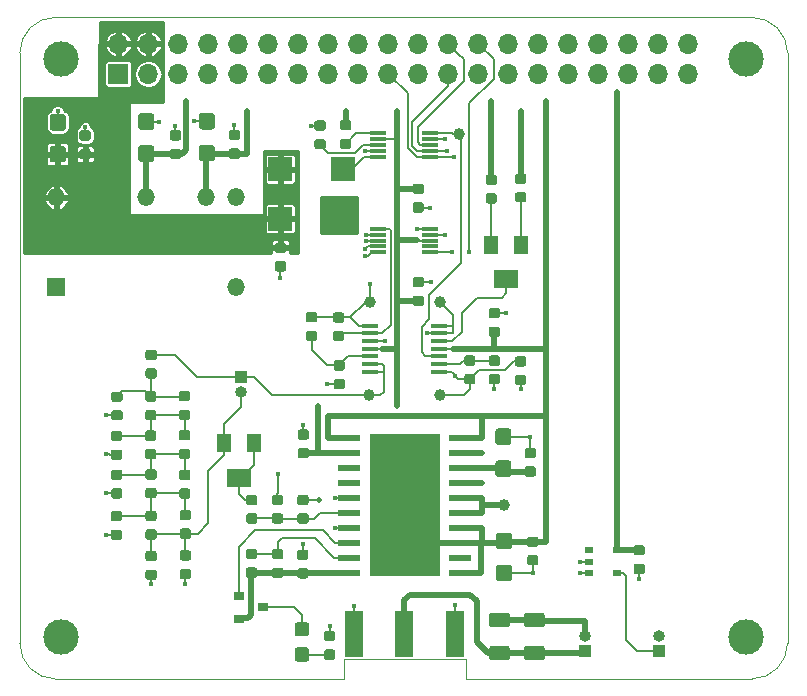
<source format=gbr>
G04 #@! TF.GenerationSoftware,KiCad,Pcbnew,5.0.0-fee4fd1~66~ubuntu18.04.1*
G04 #@! TF.CreationDate,2018-11-03T07:12:00+00:00*
G04 #@! TF.ProjectId,DDS-hat,4444532D6861742E6B696361645F7063,rev?*
G04 #@! TF.SameCoordinates,Original*
G04 #@! TF.FileFunction,Copper,L1,Top,Signal*
G04 #@! TF.FilePolarity,Positive*
%FSLAX46Y46*%
G04 Gerber Fmt 4.6, Leading zero omitted, Abs format (unit mm)*
G04 Created by KiCad (PCBNEW 5.0.0-fee4fd1~66~ubuntu18.04.1) date Sat Nov  3 07:12:00 2018*
%MOMM*%
%LPD*%
G01*
G04 APERTURE LIST*
G04 #@! TA.AperFunction,NonConductor*
%ADD10C,0.100000*%
G04 #@! TD*
G04 #@! TA.AperFunction,ComponentPad*
%ADD11R,1.000000X1.000000*%
G04 #@! TD*
G04 #@! TA.AperFunction,ComponentPad*
%ADD12O,1.000000X1.000000*%
G04 #@! TD*
G04 #@! TA.AperFunction,ComponentPad*
%ADD13O,1.500000X1.500000*%
G04 #@! TD*
G04 #@! TA.AperFunction,ComponentPad*
%ADD14R,1.500000X1.500000*%
G04 #@! TD*
G04 #@! TA.AperFunction,Conductor*
%ADD15C,0.100000*%
G04 #@! TD*
G04 #@! TA.AperFunction,SMDPad,CuDef*
%ADD16C,0.875000*%
G04 #@! TD*
G04 #@! TA.AperFunction,SMDPad,CuDef*
%ADD17R,1.500000X4.000000*%
G04 #@! TD*
G04 #@! TA.AperFunction,SMDPad,CuDef*
%ADD18R,1.950000X0.600000*%
G04 #@! TD*
G04 #@! TA.AperFunction,ComponentPad*
%ADD19C,0.500000*%
G04 #@! TD*
G04 #@! TA.AperFunction,SMDPad,CuDef*
%ADD20R,6.000000X12.000000*%
G04 #@! TD*
G04 #@! TA.AperFunction,SMDPad,CuDef*
%ADD21R,0.700000X0.510000*%
G04 #@! TD*
G04 #@! TA.AperFunction,SMDPad,CuDef*
%ADD22C,1.200000*%
G04 #@! TD*
G04 #@! TA.AperFunction,SMDPad,CuDef*
%ADD23R,0.900000X0.800000*%
G04 #@! TD*
G04 #@! TA.AperFunction,SMDPad,CuDef*
%ADD24C,1.350000*%
G04 #@! TD*
G04 #@! TA.AperFunction,BGAPad,CuDef*
%ADD25C,1.000000*%
G04 #@! TD*
G04 #@! TA.AperFunction,SMDPad,CuDef*
%ADD26R,1.300000X1.600000*%
G04 #@! TD*
G04 #@! TA.AperFunction,SMDPad,CuDef*
%ADD27R,2.000000X1.600000*%
G04 #@! TD*
G04 #@! TA.AperFunction,SMDPad,CuDef*
%ADD28R,2.000000X2.000000*%
G04 #@! TD*
G04 #@! TA.AperFunction,ComponentPad*
%ADD29R,1.700000X1.700000*%
G04 #@! TD*
G04 #@! TA.AperFunction,ComponentPad*
%ADD30O,1.700000X1.700000*%
G04 #@! TD*
G04 #@! TA.AperFunction,SMDPad,CuDef*
%ADD31R,1.400000X0.300000*%
G04 #@! TD*
G04 #@! TA.AperFunction,SMDPad,CuDef*
%ADD32R,1.450000X0.450000*%
G04 #@! TD*
G04 #@! TA.AperFunction,SMDPad,CuDef*
%ADD33C,1.250000*%
G04 #@! TD*
G04 #@! TA.AperFunction,WasherPad*
%ADD34C,3.000000*%
G04 #@! TD*
G04 #@! TA.AperFunction,ViaPad*
%ADD35C,0.400000*%
G04 #@! TD*
G04 #@! TA.AperFunction,ViaPad*
%ADD36C,0.500000*%
G04 #@! TD*
G04 #@! TA.AperFunction,Conductor*
%ADD37C,0.200000*%
G04 #@! TD*
G04 #@! TA.AperFunction,Conductor*
%ADD38C,0.500000*%
G04 #@! TD*
G04 #@! TA.AperFunction,Conductor*
%ADD39C,0.254000*%
G04 #@! TD*
G04 APERTURE END LIST*
D10*
X116300000Y-116820000D02*
X140546356Y-116817611D01*
X105960000Y-115110000D02*
X105960000Y-116817611D01*
X116300000Y-115110000D02*
X116300000Y-116820000D01*
X105960000Y-115110000D02*
X116300000Y-115110000D01*
X78546356Y-63817611D02*
X78546356Y-113817611D01*
X78546356Y-63817611D02*
G75*
G02X81546356Y-60817611I3000000J0D01*
G01*
X140546356Y-60817611D02*
X81546356Y-60817611D01*
X140546356Y-60817611D02*
G75*
G02X143546356Y-63817611I0J-3000000D01*
G01*
X143546356Y-113817611D02*
X143546356Y-63817611D01*
X81546356Y-116817611D02*
G75*
G02X78546356Y-113817611I0J3000000D01*
G01*
X81546356Y-116817611D02*
X105960000Y-116820000D01*
X143546351Y-113822847D02*
G75*
G02X140546356Y-116817611I-2999995J5236D01*
G01*
D11*
G04 #@! TO.P,J2,1*
G04 #@! TO.N,/Vout2*
X126380000Y-114430000D03*
D12*
G04 #@! TO.P,J2,2*
G04 #@! TO.N,/Vout1*
X126380000Y-113160000D03*
G04 #@! TD*
G04 #@! TO.P,J5,2*
G04 #@! TO.N,Net-(C27-Pad1)*
X97290000Y-92500000D03*
D11*
G04 #@! TO.P,J5,1*
G04 #@! TO.N,Net-(J5-Pad1)*
X97290000Y-91230000D03*
G04 #@! TD*
G04 #@! TO.P,J6,1*
G04 #@! TO.N,/TTL_SYNC*
X132640000Y-114440000D03*
D12*
G04 #@! TO.P,J6,2*
G04 #@! TO.N,GND*
X132640000Y-113170000D03*
G04 #@! TD*
D13*
G04 #@! TO.P,U4,14*
G04 #@! TO.N,+5V*
X81650000Y-76060000D03*
G04 #@! TO.P,U4,7*
G04 #@! TO.N,Net-(U4-Pad7)*
X96890000Y-83680000D03*
G04 #@! TO.P,U4,11*
G04 #@! TO.N,-5VA*
X89270000Y-76060000D03*
G04 #@! TO.P,U4,9*
G04 #@! TO.N,+5VA*
X94350000Y-76060000D03*
G04 #@! TO.P,U4,8*
G04 #@! TO.N,GND*
X96890000Y-76060000D03*
D14*
G04 #@! TO.P,U4,1*
X81650000Y-83680000D03*
G04 #@! TD*
D15*
G04 #@! TO.N,Net-(C31-Pad1)*
G04 #@! TO.C,C31*
G36*
X103527691Y-87351053D02*
X103548926Y-87354203D01*
X103569750Y-87359419D01*
X103589962Y-87366651D01*
X103609368Y-87375830D01*
X103627781Y-87386866D01*
X103645024Y-87399654D01*
X103660930Y-87414070D01*
X103675346Y-87429976D01*
X103688134Y-87447219D01*
X103699170Y-87465632D01*
X103708349Y-87485038D01*
X103715581Y-87505250D01*
X103720797Y-87526074D01*
X103723947Y-87547309D01*
X103725000Y-87568750D01*
X103725000Y-88006250D01*
X103723947Y-88027691D01*
X103720797Y-88048926D01*
X103715581Y-88069750D01*
X103708349Y-88089962D01*
X103699170Y-88109368D01*
X103688134Y-88127781D01*
X103675346Y-88145024D01*
X103660930Y-88160930D01*
X103645024Y-88175346D01*
X103627781Y-88188134D01*
X103609368Y-88199170D01*
X103589962Y-88208349D01*
X103569750Y-88215581D01*
X103548926Y-88220797D01*
X103527691Y-88223947D01*
X103506250Y-88225000D01*
X102993750Y-88225000D01*
X102972309Y-88223947D01*
X102951074Y-88220797D01*
X102930250Y-88215581D01*
X102910038Y-88208349D01*
X102890632Y-88199170D01*
X102872219Y-88188134D01*
X102854976Y-88175346D01*
X102839070Y-88160930D01*
X102824654Y-88145024D01*
X102811866Y-88127781D01*
X102800830Y-88109368D01*
X102791651Y-88089962D01*
X102784419Y-88069750D01*
X102779203Y-88048926D01*
X102776053Y-88027691D01*
X102775000Y-88006250D01*
X102775000Y-87568750D01*
X102776053Y-87547309D01*
X102779203Y-87526074D01*
X102784419Y-87505250D01*
X102791651Y-87485038D01*
X102800830Y-87465632D01*
X102811866Y-87447219D01*
X102824654Y-87429976D01*
X102839070Y-87414070D01*
X102854976Y-87399654D01*
X102872219Y-87386866D01*
X102890632Y-87375830D01*
X102910038Y-87366651D01*
X102930250Y-87359419D01*
X102951074Y-87354203D01*
X102972309Y-87351053D01*
X102993750Y-87350000D01*
X103506250Y-87350000D01*
X103527691Y-87351053D01*
X103527691Y-87351053D01*
G37*
D16*
G04 #@! TD*
G04 #@! TO.P,C31,1*
G04 #@! TO.N,Net-(C31-Pad1)*
X103250000Y-87787500D03*
D15*
G04 #@! TO.N,Net-(C3-Pad1)*
G04 #@! TO.C,C31*
G36*
X103527691Y-85776053D02*
X103548926Y-85779203D01*
X103569750Y-85784419D01*
X103589962Y-85791651D01*
X103609368Y-85800830D01*
X103627781Y-85811866D01*
X103645024Y-85824654D01*
X103660930Y-85839070D01*
X103675346Y-85854976D01*
X103688134Y-85872219D01*
X103699170Y-85890632D01*
X103708349Y-85910038D01*
X103715581Y-85930250D01*
X103720797Y-85951074D01*
X103723947Y-85972309D01*
X103725000Y-85993750D01*
X103725000Y-86431250D01*
X103723947Y-86452691D01*
X103720797Y-86473926D01*
X103715581Y-86494750D01*
X103708349Y-86514962D01*
X103699170Y-86534368D01*
X103688134Y-86552781D01*
X103675346Y-86570024D01*
X103660930Y-86585930D01*
X103645024Y-86600346D01*
X103627781Y-86613134D01*
X103609368Y-86624170D01*
X103589962Y-86633349D01*
X103569750Y-86640581D01*
X103548926Y-86645797D01*
X103527691Y-86648947D01*
X103506250Y-86650000D01*
X102993750Y-86650000D01*
X102972309Y-86648947D01*
X102951074Y-86645797D01*
X102930250Y-86640581D01*
X102910038Y-86633349D01*
X102890632Y-86624170D01*
X102872219Y-86613134D01*
X102854976Y-86600346D01*
X102839070Y-86585930D01*
X102824654Y-86570024D01*
X102811866Y-86552781D01*
X102800830Y-86534368D01*
X102791651Y-86514962D01*
X102784419Y-86494750D01*
X102779203Y-86473926D01*
X102776053Y-86452691D01*
X102775000Y-86431250D01*
X102775000Y-85993750D01*
X102776053Y-85972309D01*
X102779203Y-85951074D01*
X102784419Y-85930250D01*
X102791651Y-85910038D01*
X102800830Y-85890632D01*
X102811866Y-85872219D01*
X102824654Y-85854976D01*
X102839070Y-85839070D01*
X102854976Y-85824654D01*
X102872219Y-85811866D01*
X102890632Y-85800830D01*
X102910038Y-85791651D01*
X102930250Y-85784419D01*
X102951074Y-85779203D01*
X102972309Y-85776053D01*
X102993750Y-85775000D01*
X103506250Y-85775000D01*
X103527691Y-85776053D01*
X103527691Y-85776053D01*
G37*
D16*
G04 #@! TD*
G04 #@! TO.P,C31,2*
G04 #@! TO.N,Net-(C3-Pad1)*
X103250000Y-86212500D03*
D17*
G04 #@! TO.P,J3,2*
G04 #@! TO.N,GND*
X115360000Y-113040000D03*
G04 #@! TO.P,J3,1*
G04 #@! TO.N,/Vout2*
X111110000Y-113040000D03*
G04 #@! TO.P,J3,2*
G04 #@! TO.N,GND*
X106860000Y-113040000D03*
G04 #@! TD*
D18*
G04 #@! TO.P,U5,1*
G04 #@! TO.N,-5VA*
X106420000Y-96415000D03*
G04 #@! TO.P,U5,2*
G04 #@! TO.N,+5VA*
X106420000Y-97685000D03*
G04 #@! TO.P,U5,3*
G04 #@! TO.N,Net-(U5-Pad3)*
X106420000Y-98955000D03*
G04 #@! TO.P,U5,4*
G04 #@! TO.N,Net-(U5-Pad4)*
X106420000Y-100225000D03*
G04 #@! TO.P,U5,5*
G04 #@! TO.N,GND*
X106420000Y-101495000D03*
G04 #@! TO.P,U5,6*
G04 #@! TO.N,Net-(R10-Pad2)*
X106420000Y-102765000D03*
G04 #@! TO.P,U5,7*
G04 #@! TO.N,GND*
X106420000Y-104035000D03*
G04 #@! TO.P,U5,8*
G04 #@! TO.N,Net-(Q1-Pad1)*
X106420000Y-105305000D03*
G04 #@! TO.P,U5,9*
G04 #@! TO.N,Net-(C16-Pad1)*
X106420000Y-106575000D03*
G04 #@! TO.P,U5,10*
G04 #@! TO.N,-5VA*
X106420000Y-107845000D03*
G04 #@! TO.P,U5,11*
X115820000Y-107845000D03*
G04 #@! TO.P,U5,12*
G04 #@! TO.N,Net-(U5-Pad12)*
X115820000Y-106575000D03*
G04 #@! TO.P,U5,13*
G04 #@! TO.N,-5VA*
X115820000Y-105305000D03*
G04 #@! TO.P,U5,14*
X115820000Y-104035000D03*
G04 #@! TO.P,U5,15*
G04 #@! TO.N,/Vout1*
X115820000Y-102765000D03*
G04 #@! TO.P,U5,16*
X115820000Y-101495000D03*
G04 #@! TO.P,U5,17*
G04 #@! TO.N,+5VA*
X115820000Y-100225000D03*
G04 #@! TO.P,U5,18*
X115820000Y-98955000D03*
G04 #@! TO.P,U5,19*
X115820000Y-97685000D03*
G04 #@! TO.P,U5,20*
G04 #@! TO.N,-5VA*
X115820000Y-96415000D03*
D19*
G04 #@! TO.P,U5,21*
X110620000Y-101630000D03*
D20*
X111120000Y-102130000D03*
D19*
X111620000Y-101630000D03*
X110620000Y-102630000D03*
X111620000Y-102630000D03*
X111620000Y-104530000D03*
X110620000Y-104530000D03*
X110620000Y-103530000D03*
X111620000Y-103530000D03*
X109620000Y-102630000D03*
X109620000Y-104530000D03*
X109620000Y-103530000D03*
X109620000Y-101630000D03*
X112620000Y-101630000D03*
X112620000Y-104530000D03*
X112620000Y-102630000D03*
X112620000Y-103530000D03*
X111620000Y-100630000D03*
X112620000Y-100630000D03*
X109620000Y-99630000D03*
X110620000Y-100630000D03*
X112620000Y-99630000D03*
X109620000Y-100630000D03*
X110620000Y-99630000D03*
X111620000Y-99630000D03*
X112620000Y-98630000D03*
X111620000Y-98630000D03*
X109620000Y-98630000D03*
X110620000Y-98630000D03*
X110620000Y-105630000D03*
X109620000Y-105630000D03*
X112620000Y-105630000D03*
X111620000Y-105630000D03*
G04 #@! TD*
D15*
G04 #@! TO.N,+5VA*
G04 #@! TO.C,C30*
G36*
X112557691Y-74896053D02*
X112578926Y-74899203D01*
X112599750Y-74904419D01*
X112619962Y-74911651D01*
X112639368Y-74920830D01*
X112657781Y-74931866D01*
X112675024Y-74944654D01*
X112690930Y-74959070D01*
X112705346Y-74974976D01*
X112718134Y-74992219D01*
X112729170Y-75010632D01*
X112738349Y-75030038D01*
X112745581Y-75050250D01*
X112750797Y-75071074D01*
X112753947Y-75092309D01*
X112755000Y-75113750D01*
X112755000Y-75551250D01*
X112753947Y-75572691D01*
X112750797Y-75593926D01*
X112745581Y-75614750D01*
X112738349Y-75634962D01*
X112729170Y-75654368D01*
X112718134Y-75672781D01*
X112705346Y-75690024D01*
X112690930Y-75705930D01*
X112675024Y-75720346D01*
X112657781Y-75733134D01*
X112639368Y-75744170D01*
X112619962Y-75753349D01*
X112599750Y-75760581D01*
X112578926Y-75765797D01*
X112557691Y-75768947D01*
X112536250Y-75770000D01*
X112023750Y-75770000D01*
X112002309Y-75768947D01*
X111981074Y-75765797D01*
X111960250Y-75760581D01*
X111940038Y-75753349D01*
X111920632Y-75744170D01*
X111902219Y-75733134D01*
X111884976Y-75720346D01*
X111869070Y-75705930D01*
X111854654Y-75690024D01*
X111841866Y-75672781D01*
X111830830Y-75654368D01*
X111821651Y-75634962D01*
X111814419Y-75614750D01*
X111809203Y-75593926D01*
X111806053Y-75572691D01*
X111805000Y-75551250D01*
X111805000Y-75113750D01*
X111806053Y-75092309D01*
X111809203Y-75071074D01*
X111814419Y-75050250D01*
X111821651Y-75030038D01*
X111830830Y-75010632D01*
X111841866Y-74992219D01*
X111854654Y-74974976D01*
X111869070Y-74959070D01*
X111884976Y-74944654D01*
X111902219Y-74931866D01*
X111920632Y-74920830D01*
X111940038Y-74911651D01*
X111960250Y-74904419D01*
X111981074Y-74899203D01*
X112002309Y-74896053D01*
X112023750Y-74895000D01*
X112536250Y-74895000D01*
X112557691Y-74896053D01*
X112557691Y-74896053D01*
G37*
D16*
G04 #@! TD*
G04 #@! TO.P,C30,1*
G04 #@! TO.N,+5VA*
X112280000Y-75332500D03*
D15*
G04 #@! TO.N,GND*
G04 #@! TO.C,C30*
G36*
X112557691Y-76471053D02*
X112578926Y-76474203D01*
X112599750Y-76479419D01*
X112619962Y-76486651D01*
X112639368Y-76495830D01*
X112657781Y-76506866D01*
X112675024Y-76519654D01*
X112690930Y-76534070D01*
X112705346Y-76549976D01*
X112718134Y-76567219D01*
X112729170Y-76585632D01*
X112738349Y-76605038D01*
X112745581Y-76625250D01*
X112750797Y-76646074D01*
X112753947Y-76667309D01*
X112755000Y-76688750D01*
X112755000Y-77126250D01*
X112753947Y-77147691D01*
X112750797Y-77168926D01*
X112745581Y-77189750D01*
X112738349Y-77209962D01*
X112729170Y-77229368D01*
X112718134Y-77247781D01*
X112705346Y-77265024D01*
X112690930Y-77280930D01*
X112675024Y-77295346D01*
X112657781Y-77308134D01*
X112639368Y-77319170D01*
X112619962Y-77328349D01*
X112599750Y-77335581D01*
X112578926Y-77340797D01*
X112557691Y-77343947D01*
X112536250Y-77345000D01*
X112023750Y-77345000D01*
X112002309Y-77343947D01*
X111981074Y-77340797D01*
X111960250Y-77335581D01*
X111940038Y-77328349D01*
X111920632Y-77319170D01*
X111902219Y-77308134D01*
X111884976Y-77295346D01*
X111869070Y-77280930D01*
X111854654Y-77265024D01*
X111841866Y-77247781D01*
X111830830Y-77229368D01*
X111821651Y-77209962D01*
X111814419Y-77189750D01*
X111809203Y-77168926D01*
X111806053Y-77147691D01*
X111805000Y-77126250D01*
X111805000Y-76688750D01*
X111806053Y-76667309D01*
X111809203Y-76646074D01*
X111814419Y-76625250D01*
X111821651Y-76605038D01*
X111830830Y-76585632D01*
X111841866Y-76567219D01*
X111854654Y-76549976D01*
X111869070Y-76534070D01*
X111884976Y-76519654D01*
X111902219Y-76506866D01*
X111920632Y-76495830D01*
X111940038Y-76486651D01*
X111960250Y-76479419D01*
X111981074Y-76474203D01*
X112002309Y-76471053D01*
X112023750Y-76470000D01*
X112536250Y-76470000D01*
X112557691Y-76471053D01*
X112557691Y-76471053D01*
G37*
D16*
G04 #@! TD*
G04 #@! TO.P,C30,2*
G04 #@! TO.N,GND*
X112280000Y-76907500D03*
D15*
G04 #@! TO.N,Net-(R16-Pad1)*
G04 #@! TO.C,R16*
G36*
X121217691Y-91081053D02*
X121238926Y-91084203D01*
X121259750Y-91089419D01*
X121279962Y-91096651D01*
X121299368Y-91105830D01*
X121317781Y-91116866D01*
X121335024Y-91129654D01*
X121350930Y-91144070D01*
X121365346Y-91159976D01*
X121378134Y-91177219D01*
X121389170Y-91195632D01*
X121398349Y-91215038D01*
X121405581Y-91235250D01*
X121410797Y-91256074D01*
X121413947Y-91277309D01*
X121415000Y-91298750D01*
X121415000Y-91736250D01*
X121413947Y-91757691D01*
X121410797Y-91778926D01*
X121405581Y-91799750D01*
X121398349Y-91819962D01*
X121389170Y-91839368D01*
X121378134Y-91857781D01*
X121365346Y-91875024D01*
X121350930Y-91890930D01*
X121335024Y-91905346D01*
X121317781Y-91918134D01*
X121299368Y-91929170D01*
X121279962Y-91938349D01*
X121259750Y-91945581D01*
X121238926Y-91950797D01*
X121217691Y-91953947D01*
X121196250Y-91955000D01*
X120683750Y-91955000D01*
X120662309Y-91953947D01*
X120641074Y-91950797D01*
X120620250Y-91945581D01*
X120600038Y-91938349D01*
X120580632Y-91929170D01*
X120562219Y-91918134D01*
X120544976Y-91905346D01*
X120529070Y-91890930D01*
X120514654Y-91875024D01*
X120501866Y-91857781D01*
X120490830Y-91839368D01*
X120481651Y-91819962D01*
X120474419Y-91799750D01*
X120469203Y-91778926D01*
X120466053Y-91757691D01*
X120465000Y-91736250D01*
X120465000Y-91298750D01*
X120466053Y-91277309D01*
X120469203Y-91256074D01*
X120474419Y-91235250D01*
X120481651Y-91215038D01*
X120490830Y-91195632D01*
X120501866Y-91177219D01*
X120514654Y-91159976D01*
X120529070Y-91144070D01*
X120544976Y-91129654D01*
X120562219Y-91116866D01*
X120580632Y-91105830D01*
X120600038Y-91096651D01*
X120620250Y-91089419D01*
X120641074Y-91084203D01*
X120662309Y-91081053D01*
X120683750Y-91080000D01*
X121196250Y-91080000D01*
X121217691Y-91081053D01*
X121217691Y-91081053D01*
G37*
D16*
G04 #@! TD*
G04 #@! TO.P,R16,1*
G04 #@! TO.N,Net-(R16-Pad1)*
X120940000Y-91517500D03*
D15*
G04 #@! TO.N,Net-(R16-Pad2)*
G04 #@! TO.C,R16*
G36*
X121217691Y-89506053D02*
X121238926Y-89509203D01*
X121259750Y-89514419D01*
X121279962Y-89521651D01*
X121299368Y-89530830D01*
X121317781Y-89541866D01*
X121335024Y-89554654D01*
X121350930Y-89569070D01*
X121365346Y-89584976D01*
X121378134Y-89602219D01*
X121389170Y-89620632D01*
X121398349Y-89640038D01*
X121405581Y-89660250D01*
X121410797Y-89681074D01*
X121413947Y-89702309D01*
X121415000Y-89723750D01*
X121415000Y-90161250D01*
X121413947Y-90182691D01*
X121410797Y-90203926D01*
X121405581Y-90224750D01*
X121398349Y-90244962D01*
X121389170Y-90264368D01*
X121378134Y-90282781D01*
X121365346Y-90300024D01*
X121350930Y-90315930D01*
X121335024Y-90330346D01*
X121317781Y-90343134D01*
X121299368Y-90354170D01*
X121279962Y-90363349D01*
X121259750Y-90370581D01*
X121238926Y-90375797D01*
X121217691Y-90378947D01*
X121196250Y-90380000D01*
X120683750Y-90380000D01*
X120662309Y-90378947D01*
X120641074Y-90375797D01*
X120620250Y-90370581D01*
X120600038Y-90363349D01*
X120580632Y-90354170D01*
X120562219Y-90343134D01*
X120544976Y-90330346D01*
X120529070Y-90315930D01*
X120514654Y-90300024D01*
X120501866Y-90282781D01*
X120490830Y-90264368D01*
X120481651Y-90244962D01*
X120474419Y-90224750D01*
X120469203Y-90203926D01*
X120466053Y-90182691D01*
X120465000Y-90161250D01*
X120465000Y-89723750D01*
X120466053Y-89702309D01*
X120469203Y-89681074D01*
X120474419Y-89660250D01*
X120481651Y-89640038D01*
X120490830Y-89620632D01*
X120501866Y-89602219D01*
X120514654Y-89584976D01*
X120529070Y-89569070D01*
X120544976Y-89554654D01*
X120562219Y-89541866D01*
X120580632Y-89530830D01*
X120600038Y-89521651D01*
X120620250Y-89514419D01*
X120641074Y-89509203D01*
X120662309Y-89506053D01*
X120683750Y-89505000D01*
X121196250Y-89505000D01*
X121217691Y-89506053D01*
X121217691Y-89506053D01*
G37*
D16*
G04 #@! TD*
G04 #@! TO.P,R16,2*
G04 #@! TO.N,Net-(R16-Pad2)*
X120940000Y-89942500D03*
D21*
G04 #@! TO.P,U6,1*
G04 #@! TO.N,N/C*
X126750000Y-105940000D03*
G04 #@! TO.P,U6,2*
G04 #@! TO.N,Net-(R16-Pad1)*
X126750000Y-106890000D03*
G04 #@! TO.P,U6,3*
G04 #@! TO.N,GND*
X126750000Y-107840000D03*
G04 #@! TO.P,U6,4*
G04 #@! TO.N,/TTL_SYNC*
X129070000Y-107840000D03*
G04 #@! TO.P,U6,5*
G04 #@! TO.N,+3V3*
X129070000Y-105940000D03*
G04 #@! TD*
D15*
G04 #@! TO.N,+3V3*
G04 #@! TO.C,C29*
G36*
X131257691Y-105496053D02*
X131278926Y-105499203D01*
X131299750Y-105504419D01*
X131319962Y-105511651D01*
X131339368Y-105520830D01*
X131357781Y-105531866D01*
X131375024Y-105544654D01*
X131390930Y-105559070D01*
X131405346Y-105574976D01*
X131418134Y-105592219D01*
X131429170Y-105610632D01*
X131438349Y-105630038D01*
X131445581Y-105650250D01*
X131450797Y-105671074D01*
X131453947Y-105692309D01*
X131455000Y-105713750D01*
X131455000Y-106151250D01*
X131453947Y-106172691D01*
X131450797Y-106193926D01*
X131445581Y-106214750D01*
X131438349Y-106234962D01*
X131429170Y-106254368D01*
X131418134Y-106272781D01*
X131405346Y-106290024D01*
X131390930Y-106305930D01*
X131375024Y-106320346D01*
X131357781Y-106333134D01*
X131339368Y-106344170D01*
X131319962Y-106353349D01*
X131299750Y-106360581D01*
X131278926Y-106365797D01*
X131257691Y-106368947D01*
X131236250Y-106370000D01*
X130723750Y-106370000D01*
X130702309Y-106368947D01*
X130681074Y-106365797D01*
X130660250Y-106360581D01*
X130640038Y-106353349D01*
X130620632Y-106344170D01*
X130602219Y-106333134D01*
X130584976Y-106320346D01*
X130569070Y-106305930D01*
X130554654Y-106290024D01*
X130541866Y-106272781D01*
X130530830Y-106254368D01*
X130521651Y-106234962D01*
X130514419Y-106214750D01*
X130509203Y-106193926D01*
X130506053Y-106172691D01*
X130505000Y-106151250D01*
X130505000Y-105713750D01*
X130506053Y-105692309D01*
X130509203Y-105671074D01*
X130514419Y-105650250D01*
X130521651Y-105630038D01*
X130530830Y-105610632D01*
X130541866Y-105592219D01*
X130554654Y-105574976D01*
X130569070Y-105559070D01*
X130584976Y-105544654D01*
X130602219Y-105531866D01*
X130620632Y-105520830D01*
X130640038Y-105511651D01*
X130660250Y-105504419D01*
X130681074Y-105499203D01*
X130702309Y-105496053D01*
X130723750Y-105495000D01*
X131236250Y-105495000D01*
X131257691Y-105496053D01*
X131257691Y-105496053D01*
G37*
D16*
G04 #@! TD*
G04 #@! TO.P,C29,1*
G04 #@! TO.N,+3V3*
X130980000Y-105932500D03*
D15*
G04 #@! TO.N,GND*
G04 #@! TO.C,C29*
G36*
X131257691Y-107071053D02*
X131278926Y-107074203D01*
X131299750Y-107079419D01*
X131319962Y-107086651D01*
X131339368Y-107095830D01*
X131357781Y-107106866D01*
X131375024Y-107119654D01*
X131390930Y-107134070D01*
X131405346Y-107149976D01*
X131418134Y-107167219D01*
X131429170Y-107185632D01*
X131438349Y-107205038D01*
X131445581Y-107225250D01*
X131450797Y-107246074D01*
X131453947Y-107267309D01*
X131455000Y-107288750D01*
X131455000Y-107726250D01*
X131453947Y-107747691D01*
X131450797Y-107768926D01*
X131445581Y-107789750D01*
X131438349Y-107809962D01*
X131429170Y-107829368D01*
X131418134Y-107847781D01*
X131405346Y-107865024D01*
X131390930Y-107880930D01*
X131375024Y-107895346D01*
X131357781Y-107908134D01*
X131339368Y-107919170D01*
X131319962Y-107928349D01*
X131299750Y-107935581D01*
X131278926Y-107940797D01*
X131257691Y-107943947D01*
X131236250Y-107945000D01*
X130723750Y-107945000D01*
X130702309Y-107943947D01*
X130681074Y-107940797D01*
X130660250Y-107935581D01*
X130640038Y-107928349D01*
X130620632Y-107919170D01*
X130602219Y-107908134D01*
X130584976Y-107895346D01*
X130569070Y-107880930D01*
X130554654Y-107865024D01*
X130541866Y-107847781D01*
X130530830Y-107829368D01*
X130521651Y-107809962D01*
X130514419Y-107789750D01*
X130509203Y-107768926D01*
X130506053Y-107747691D01*
X130505000Y-107726250D01*
X130505000Y-107288750D01*
X130506053Y-107267309D01*
X130509203Y-107246074D01*
X130514419Y-107225250D01*
X130521651Y-107205038D01*
X130530830Y-107185632D01*
X130541866Y-107167219D01*
X130554654Y-107149976D01*
X130569070Y-107134070D01*
X130584976Y-107119654D01*
X130602219Y-107106866D01*
X130620632Y-107095830D01*
X130640038Y-107086651D01*
X130660250Y-107079419D01*
X130681074Y-107074203D01*
X130702309Y-107071053D01*
X130723750Y-107070000D01*
X131236250Y-107070000D01*
X131257691Y-107071053D01*
X131257691Y-107071053D01*
G37*
D16*
G04 #@! TD*
G04 #@! TO.P,C29,2*
G04 #@! TO.N,GND*
X130980000Y-107507500D03*
D15*
G04 #@! TO.N,Net-(D1-Pad1)*
G04 #@! TO.C,D1*
G36*
X102822183Y-112028609D02*
X102844549Y-112031927D01*
X102866482Y-112037421D01*
X102887770Y-112045038D01*
X102908210Y-112054705D01*
X102927603Y-112066329D01*
X102945764Y-112079798D01*
X102962517Y-112094983D01*
X102977702Y-112111736D01*
X102991171Y-112129897D01*
X103002795Y-112149290D01*
X103012462Y-112169730D01*
X103020079Y-112191018D01*
X103025573Y-112212951D01*
X103028891Y-112235317D01*
X103030000Y-112257900D01*
X103030000Y-112997100D01*
X103028891Y-113019683D01*
X103025573Y-113042049D01*
X103020079Y-113063982D01*
X103012462Y-113085270D01*
X103002795Y-113105710D01*
X102991171Y-113125103D01*
X102977702Y-113143264D01*
X102962517Y-113160017D01*
X102945764Y-113175202D01*
X102927603Y-113188671D01*
X102908210Y-113200295D01*
X102887770Y-113209962D01*
X102866482Y-113217579D01*
X102844549Y-113223073D01*
X102822183Y-113226391D01*
X102799600Y-113227500D01*
X102060400Y-113227500D01*
X102037817Y-113226391D01*
X102015451Y-113223073D01*
X101993518Y-113217579D01*
X101972230Y-113209962D01*
X101951790Y-113200295D01*
X101932397Y-113188671D01*
X101914236Y-113175202D01*
X101897483Y-113160017D01*
X101882298Y-113143264D01*
X101868829Y-113125103D01*
X101857205Y-113105710D01*
X101847538Y-113085270D01*
X101839921Y-113063982D01*
X101834427Y-113042049D01*
X101831109Y-113019683D01*
X101830000Y-112997100D01*
X101830000Y-112257900D01*
X101831109Y-112235317D01*
X101834427Y-112212951D01*
X101839921Y-112191018D01*
X101847538Y-112169730D01*
X101857205Y-112149290D01*
X101868829Y-112129897D01*
X101882298Y-112111736D01*
X101897483Y-112094983D01*
X101914236Y-112079798D01*
X101932397Y-112066329D01*
X101951790Y-112054705D01*
X101972230Y-112045038D01*
X101993518Y-112037421D01*
X102015451Y-112031927D01*
X102037817Y-112028609D01*
X102060400Y-112027500D01*
X102799600Y-112027500D01*
X102822183Y-112028609D01*
X102822183Y-112028609D01*
G37*
D22*
G04 #@! TD*
G04 #@! TO.P,D1,1*
G04 #@! TO.N,Net-(D1-Pad1)*
X102430000Y-112627500D03*
D15*
G04 #@! TO.N,Net-(D1-Pad2)*
G04 #@! TO.C,D1*
G36*
X102822183Y-114153609D02*
X102844549Y-114156927D01*
X102866482Y-114162421D01*
X102887770Y-114170038D01*
X102908210Y-114179705D01*
X102927603Y-114191329D01*
X102945764Y-114204798D01*
X102962517Y-114219983D01*
X102977702Y-114236736D01*
X102991171Y-114254897D01*
X103002795Y-114274290D01*
X103012462Y-114294730D01*
X103020079Y-114316018D01*
X103025573Y-114337951D01*
X103028891Y-114360317D01*
X103030000Y-114382900D01*
X103030000Y-115122100D01*
X103028891Y-115144683D01*
X103025573Y-115167049D01*
X103020079Y-115188982D01*
X103012462Y-115210270D01*
X103002795Y-115230710D01*
X102991171Y-115250103D01*
X102977702Y-115268264D01*
X102962517Y-115285017D01*
X102945764Y-115300202D01*
X102927603Y-115313671D01*
X102908210Y-115325295D01*
X102887770Y-115334962D01*
X102866482Y-115342579D01*
X102844549Y-115348073D01*
X102822183Y-115351391D01*
X102799600Y-115352500D01*
X102060400Y-115352500D01*
X102037817Y-115351391D01*
X102015451Y-115348073D01*
X101993518Y-115342579D01*
X101972230Y-115334962D01*
X101951790Y-115325295D01*
X101932397Y-115313671D01*
X101914236Y-115300202D01*
X101897483Y-115285017D01*
X101882298Y-115268264D01*
X101868829Y-115250103D01*
X101857205Y-115230710D01*
X101847538Y-115210270D01*
X101839921Y-115188982D01*
X101834427Y-115167049D01*
X101831109Y-115144683D01*
X101830000Y-115122100D01*
X101830000Y-114382900D01*
X101831109Y-114360317D01*
X101834427Y-114337951D01*
X101839921Y-114316018D01*
X101847538Y-114294730D01*
X101857205Y-114274290D01*
X101868829Y-114254897D01*
X101882298Y-114236736D01*
X101897483Y-114219983D01*
X101914236Y-114204798D01*
X101932397Y-114191329D01*
X101951790Y-114179705D01*
X101972230Y-114170038D01*
X101993518Y-114162421D01*
X102015451Y-114156927D01*
X102037817Y-114153609D01*
X102060400Y-114152500D01*
X102799600Y-114152500D01*
X102822183Y-114153609D01*
X102822183Y-114153609D01*
G37*
D22*
G04 #@! TD*
G04 #@! TO.P,D1,2*
G04 #@! TO.N,Net-(D1-Pad2)*
X102430000Y-114752500D03*
D23*
G04 #@! TO.P,Q1,1*
G04 #@! TO.N,Net-(Q1-Pad1)*
X97120000Y-109820000D03*
G04 #@! TO.P,Q1,2*
G04 #@! TO.N,-5VA*
X97120000Y-111720000D03*
G04 #@! TO.P,Q1,3*
G04 #@! TO.N,Net-(D1-Pad1)*
X99120000Y-110770000D03*
G04 #@! TD*
D15*
G04 #@! TO.N,Net-(D1-Pad2)*
G04 #@! TO.C,R15*
G36*
X105047691Y-114331053D02*
X105068926Y-114334203D01*
X105089750Y-114339419D01*
X105109962Y-114346651D01*
X105129368Y-114355830D01*
X105147781Y-114366866D01*
X105165024Y-114379654D01*
X105180930Y-114394070D01*
X105195346Y-114409976D01*
X105208134Y-114427219D01*
X105219170Y-114445632D01*
X105228349Y-114465038D01*
X105235581Y-114485250D01*
X105240797Y-114506074D01*
X105243947Y-114527309D01*
X105245000Y-114548750D01*
X105245000Y-114986250D01*
X105243947Y-115007691D01*
X105240797Y-115028926D01*
X105235581Y-115049750D01*
X105228349Y-115069962D01*
X105219170Y-115089368D01*
X105208134Y-115107781D01*
X105195346Y-115125024D01*
X105180930Y-115140930D01*
X105165024Y-115155346D01*
X105147781Y-115168134D01*
X105129368Y-115179170D01*
X105109962Y-115188349D01*
X105089750Y-115195581D01*
X105068926Y-115200797D01*
X105047691Y-115203947D01*
X105026250Y-115205000D01*
X104513750Y-115205000D01*
X104492309Y-115203947D01*
X104471074Y-115200797D01*
X104450250Y-115195581D01*
X104430038Y-115188349D01*
X104410632Y-115179170D01*
X104392219Y-115168134D01*
X104374976Y-115155346D01*
X104359070Y-115140930D01*
X104344654Y-115125024D01*
X104331866Y-115107781D01*
X104320830Y-115089368D01*
X104311651Y-115069962D01*
X104304419Y-115049750D01*
X104299203Y-115028926D01*
X104296053Y-115007691D01*
X104295000Y-114986250D01*
X104295000Y-114548750D01*
X104296053Y-114527309D01*
X104299203Y-114506074D01*
X104304419Y-114485250D01*
X104311651Y-114465038D01*
X104320830Y-114445632D01*
X104331866Y-114427219D01*
X104344654Y-114409976D01*
X104359070Y-114394070D01*
X104374976Y-114379654D01*
X104392219Y-114366866D01*
X104410632Y-114355830D01*
X104430038Y-114346651D01*
X104450250Y-114339419D01*
X104471074Y-114334203D01*
X104492309Y-114331053D01*
X104513750Y-114330000D01*
X105026250Y-114330000D01*
X105047691Y-114331053D01*
X105047691Y-114331053D01*
G37*
D16*
G04 #@! TD*
G04 #@! TO.P,R15,1*
G04 #@! TO.N,Net-(D1-Pad2)*
X104770000Y-114767500D03*
D15*
G04 #@! TO.N,GND*
G04 #@! TO.C,R15*
G36*
X105047691Y-112756053D02*
X105068926Y-112759203D01*
X105089750Y-112764419D01*
X105109962Y-112771651D01*
X105129368Y-112780830D01*
X105147781Y-112791866D01*
X105165024Y-112804654D01*
X105180930Y-112819070D01*
X105195346Y-112834976D01*
X105208134Y-112852219D01*
X105219170Y-112870632D01*
X105228349Y-112890038D01*
X105235581Y-112910250D01*
X105240797Y-112931074D01*
X105243947Y-112952309D01*
X105245000Y-112973750D01*
X105245000Y-113411250D01*
X105243947Y-113432691D01*
X105240797Y-113453926D01*
X105235581Y-113474750D01*
X105228349Y-113494962D01*
X105219170Y-113514368D01*
X105208134Y-113532781D01*
X105195346Y-113550024D01*
X105180930Y-113565930D01*
X105165024Y-113580346D01*
X105147781Y-113593134D01*
X105129368Y-113604170D01*
X105109962Y-113613349D01*
X105089750Y-113620581D01*
X105068926Y-113625797D01*
X105047691Y-113628947D01*
X105026250Y-113630000D01*
X104513750Y-113630000D01*
X104492309Y-113628947D01*
X104471074Y-113625797D01*
X104450250Y-113620581D01*
X104430038Y-113613349D01*
X104410632Y-113604170D01*
X104392219Y-113593134D01*
X104374976Y-113580346D01*
X104359070Y-113565930D01*
X104344654Y-113550024D01*
X104331866Y-113532781D01*
X104320830Y-113514368D01*
X104311651Y-113494962D01*
X104304419Y-113474750D01*
X104299203Y-113453926D01*
X104296053Y-113432691D01*
X104295000Y-113411250D01*
X104295000Y-112973750D01*
X104296053Y-112952309D01*
X104299203Y-112931074D01*
X104304419Y-112910250D01*
X104311651Y-112890038D01*
X104320830Y-112870632D01*
X104331866Y-112852219D01*
X104344654Y-112834976D01*
X104359070Y-112819070D01*
X104374976Y-112804654D01*
X104392219Y-112791866D01*
X104410632Y-112780830D01*
X104430038Y-112771651D01*
X104450250Y-112764419D01*
X104471074Y-112759203D01*
X104492309Y-112756053D01*
X104513750Y-112755000D01*
X105026250Y-112755000D01*
X105047691Y-112756053D01*
X105047691Y-112756053D01*
G37*
D16*
G04 #@! TD*
G04 #@! TO.P,R15,2*
G04 #@! TO.N,GND*
X104770000Y-113192500D03*
D15*
G04 #@! TO.N,Net-(C27-Pad1)*
G04 #@! TO.C,C28*
G36*
X89939691Y-105989553D02*
X89960926Y-105992703D01*
X89981750Y-105997919D01*
X90001962Y-106005151D01*
X90021368Y-106014330D01*
X90039781Y-106025366D01*
X90057024Y-106038154D01*
X90072930Y-106052570D01*
X90087346Y-106068476D01*
X90100134Y-106085719D01*
X90111170Y-106104132D01*
X90120349Y-106123538D01*
X90127581Y-106143750D01*
X90132797Y-106164574D01*
X90135947Y-106185809D01*
X90137000Y-106207250D01*
X90137000Y-106644750D01*
X90135947Y-106666191D01*
X90132797Y-106687426D01*
X90127581Y-106708250D01*
X90120349Y-106728462D01*
X90111170Y-106747868D01*
X90100134Y-106766281D01*
X90087346Y-106783524D01*
X90072930Y-106799430D01*
X90057024Y-106813846D01*
X90039781Y-106826634D01*
X90021368Y-106837670D01*
X90001962Y-106846849D01*
X89981750Y-106854081D01*
X89960926Y-106859297D01*
X89939691Y-106862447D01*
X89918250Y-106863500D01*
X89405750Y-106863500D01*
X89384309Y-106862447D01*
X89363074Y-106859297D01*
X89342250Y-106854081D01*
X89322038Y-106846849D01*
X89302632Y-106837670D01*
X89284219Y-106826634D01*
X89266976Y-106813846D01*
X89251070Y-106799430D01*
X89236654Y-106783524D01*
X89223866Y-106766281D01*
X89212830Y-106747868D01*
X89203651Y-106728462D01*
X89196419Y-106708250D01*
X89191203Y-106687426D01*
X89188053Y-106666191D01*
X89187000Y-106644750D01*
X89187000Y-106207250D01*
X89188053Y-106185809D01*
X89191203Y-106164574D01*
X89196419Y-106143750D01*
X89203651Y-106123538D01*
X89212830Y-106104132D01*
X89223866Y-106085719D01*
X89236654Y-106068476D01*
X89251070Y-106052570D01*
X89266976Y-106038154D01*
X89284219Y-106025366D01*
X89302632Y-106014330D01*
X89322038Y-106005151D01*
X89342250Y-105997919D01*
X89363074Y-105992703D01*
X89384309Y-105989553D01*
X89405750Y-105988500D01*
X89918250Y-105988500D01*
X89939691Y-105989553D01*
X89939691Y-105989553D01*
G37*
D16*
G04 #@! TD*
G04 #@! TO.P,C28,1*
G04 #@! TO.N,Net-(C27-Pad1)*
X89662000Y-106426000D03*
D15*
G04 #@! TO.N,GND*
G04 #@! TO.C,C28*
G36*
X89939691Y-107564553D02*
X89960926Y-107567703D01*
X89981750Y-107572919D01*
X90001962Y-107580151D01*
X90021368Y-107589330D01*
X90039781Y-107600366D01*
X90057024Y-107613154D01*
X90072930Y-107627570D01*
X90087346Y-107643476D01*
X90100134Y-107660719D01*
X90111170Y-107679132D01*
X90120349Y-107698538D01*
X90127581Y-107718750D01*
X90132797Y-107739574D01*
X90135947Y-107760809D01*
X90137000Y-107782250D01*
X90137000Y-108219750D01*
X90135947Y-108241191D01*
X90132797Y-108262426D01*
X90127581Y-108283250D01*
X90120349Y-108303462D01*
X90111170Y-108322868D01*
X90100134Y-108341281D01*
X90087346Y-108358524D01*
X90072930Y-108374430D01*
X90057024Y-108388846D01*
X90039781Y-108401634D01*
X90021368Y-108412670D01*
X90001962Y-108421849D01*
X89981750Y-108429081D01*
X89960926Y-108434297D01*
X89939691Y-108437447D01*
X89918250Y-108438500D01*
X89405750Y-108438500D01*
X89384309Y-108437447D01*
X89363074Y-108434297D01*
X89342250Y-108429081D01*
X89322038Y-108421849D01*
X89302632Y-108412670D01*
X89284219Y-108401634D01*
X89266976Y-108388846D01*
X89251070Y-108374430D01*
X89236654Y-108358524D01*
X89223866Y-108341281D01*
X89212830Y-108322868D01*
X89203651Y-108303462D01*
X89196419Y-108283250D01*
X89191203Y-108262426D01*
X89188053Y-108241191D01*
X89187000Y-108219750D01*
X89187000Y-107782250D01*
X89188053Y-107760809D01*
X89191203Y-107739574D01*
X89196419Y-107718750D01*
X89203651Y-107698538D01*
X89212830Y-107679132D01*
X89223866Y-107660719D01*
X89236654Y-107643476D01*
X89251070Y-107627570D01*
X89266976Y-107613154D01*
X89284219Y-107600366D01*
X89302632Y-107589330D01*
X89322038Y-107580151D01*
X89342250Y-107572919D01*
X89363074Y-107567703D01*
X89384309Y-107564553D01*
X89405750Y-107563500D01*
X89918250Y-107563500D01*
X89939691Y-107564553D01*
X89939691Y-107564553D01*
G37*
D16*
G04 #@! TD*
G04 #@! TO.P,C28,2*
G04 #@! TO.N,GND*
X89662000Y-108001000D03*
D15*
G04 #@! TO.N,Net-(C25-Pad1)*
G04 #@! TO.C,C27*
G36*
X92837691Y-102516053D02*
X92858926Y-102519203D01*
X92879750Y-102524419D01*
X92899962Y-102531651D01*
X92919368Y-102540830D01*
X92937781Y-102551866D01*
X92955024Y-102564654D01*
X92970930Y-102579070D01*
X92985346Y-102594976D01*
X92998134Y-102612219D01*
X93009170Y-102630632D01*
X93018349Y-102650038D01*
X93025581Y-102670250D01*
X93030797Y-102691074D01*
X93033947Y-102712309D01*
X93035000Y-102733750D01*
X93035000Y-103171250D01*
X93033947Y-103192691D01*
X93030797Y-103213926D01*
X93025581Y-103234750D01*
X93018349Y-103254962D01*
X93009170Y-103274368D01*
X92998134Y-103292781D01*
X92985346Y-103310024D01*
X92970930Y-103325930D01*
X92955024Y-103340346D01*
X92937781Y-103353134D01*
X92919368Y-103364170D01*
X92899962Y-103373349D01*
X92879750Y-103380581D01*
X92858926Y-103385797D01*
X92837691Y-103388947D01*
X92816250Y-103390000D01*
X92303750Y-103390000D01*
X92282309Y-103388947D01*
X92261074Y-103385797D01*
X92240250Y-103380581D01*
X92220038Y-103373349D01*
X92200632Y-103364170D01*
X92182219Y-103353134D01*
X92164976Y-103340346D01*
X92149070Y-103325930D01*
X92134654Y-103310024D01*
X92121866Y-103292781D01*
X92110830Y-103274368D01*
X92101651Y-103254962D01*
X92094419Y-103234750D01*
X92089203Y-103213926D01*
X92086053Y-103192691D01*
X92085000Y-103171250D01*
X92085000Y-102733750D01*
X92086053Y-102712309D01*
X92089203Y-102691074D01*
X92094419Y-102670250D01*
X92101651Y-102650038D01*
X92110830Y-102630632D01*
X92121866Y-102612219D01*
X92134654Y-102594976D01*
X92149070Y-102579070D01*
X92164976Y-102564654D01*
X92182219Y-102551866D01*
X92200632Y-102540830D01*
X92220038Y-102531651D01*
X92240250Y-102524419D01*
X92261074Y-102519203D01*
X92282309Y-102516053D01*
X92303750Y-102515000D01*
X92816250Y-102515000D01*
X92837691Y-102516053D01*
X92837691Y-102516053D01*
G37*
D16*
G04 #@! TD*
G04 #@! TO.P,C27,2*
G04 #@! TO.N,Net-(C25-Pad1)*
X92560000Y-102952500D03*
D15*
G04 #@! TO.N,Net-(C27-Pad1)*
G04 #@! TO.C,C27*
G36*
X92837691Y-104091053D02*
X92858926Y-104094203D01*
X92879750Y-104099419D01*
X92899962Y-104106651D01*
X92919368Y-104115830D01*
X92937781Y-104126866D01*
X92955024Y-104139654D01*
X92970930Y-104154070D01*
X92985346Y-104169976D01*
X92998134Y-104187219D01*
X93009170Y-104205632D01*
X93018349Y-104225038D01*
X93025581Y-104245250D01*
X93030797Y-104266074D01*
X93033947Y-104287309D01*
X93035000Y-104308750D01*
X93035000Y-104746250D01*
X93033947Y-104767691D01*
X93030797Y-104788926D01*
X93025581Y-104809750D01*
X93018349Y-104829962D01*
X93009170Y-104849368D01*
X92998134Y-104867781D01*
X92985346Y-104885024D01*
X92970930Y-104900930D01*
X92955024Y-104915346D01*
X92937781Y-104928134D01*
X92919368Y-104939170D01*
X92899962Y-104948349D01*
X92879750Y-104955581D01*
X92858926Y-104960797D01*
X92837691Y-104963947D01*
X92816250Y-104965000D01*
X92303750Y-104965000D01*
X92282309Y-104963947D01*
X92261074Y-104960797D01*
X92240250Y-104955581D01*
X92220038Y-104948349D01*
X92200632Y-104939170D01*
X92182219Y-104928134D01*
X92164976Y-104915346D01*
X92149070Y-104900930D01*
X92134654Y-104885024D01*
X92121866Y-104867781D01*
X92110830Y-104849368D01*
X92101651Y-104829962D01*
X92094419Y-104809750D01*
X92089203Y-104788926D01*
X92086053Y-104767691D01*
X92085000Y-104746250D01*
X92085000Y-104308750D01*
X92086053Y-104287309D01*
X92089203Y-104266074D01*
X92094419Y-104245250D01*
X92101651Y-104225038D01*
X92110830Y-104205632D01*
X92121866Y-104187219D01*
X92134654Y-104169976D01*
X92149070Y-104154070D01*
X92164976Y-104139654D01*
X92182219Y-104126866D01*
X92200632Y-104115830D01*
X92220038Y-104106651D01*
X92240250Y-104099419D01*
X92261074Y-104094203D01*
X92282309Y-104091053D01*
X92303750Y-104090000D01*
X92816250Y-104090000D01*
X92837691Y-104091053D01*
X92837691Y-104091053D01*
G37*
D16*
G04 #@! TD*
G04 #@! TO.P,C27,1*
G04 #@! TO.N,Net-(C27-Pad1)*
X92560000Y-104527500D03*
D15*
G04 #@! TO.N,Net-(C25-Pad1)*
G04 #@! TO.C,C26*
G36*
X86997691Y-102606053D02*
X87018926Y-102609203D01*
X87039750Y-102614419D01*
X87059962Y-102621651D01*
X87079368Y-102630830D01*
X87097781Y-102641866D01*
X87115024Y-102654654D01*
X87130930Y-102669070D01*
X87145346Y-102684976D01*
X87158134Y-102702219D01*
X87169170Y-102720632D01*
X87178349Y-102740038D01*
X87185581Y-102760250D01*
X87190797Y-102781074D01*
X87193947Y-102802309D01*
X87195000Y-102823750D01*
X87195000Y-103261250D01*
X87193947Y-103282691D01*
X87190797Y-103303926D01*
X87185581Y-103324750D01*
X87178349Y-103344962D01*
X87169170Y-103364368D01*
X87158134Y-103382781D01*
X87145346Y-103400024D01*
X87130930Y-103415930D01*
X87115024Y-103430346D01*
X87097781Y-103443134D01*
X87079368Y-103454170D01*
X87059962Y-103463349D01*
X87039750Y-103470581D01*
X87018926Y-103475797D01*
X86997691Y-103478947D01*
X86976250Y-103480000D01*
X86463750Y-103480000D01*
X86442309Y-103478947D01*
X86421074Y-103475797D01*
X86400250Y-103470581D01*
X86380038Y-103463349D01*
X86360632Y-103454170D01*
X86342219Y-103443134D01*
X86324976Y-103430346D01*
X86309070Y-103415930D01*
X86294654Y-103400024D01*
X86281866Y-103382781D01*
X86270830Y-103364368D01*
X86261651Y-103344962D01*
X86254419Y-103324750D01*
X86249203Y-103303926D01*
X86246053Y-103282691D01*
X86245000Y-103261250D01*
X86245000Y-102823750D01*
X86246053Y-102802309D01*
X86249203Y-102781074D01*
X86254419Y-102760250D01*
X86261651Y-102740038D01*
X86270830Y-102720632D01*
X86281866Y-102702219D01*
X86294654Y-102684976D01*
X86309070Y-102669070D01*
X86324976Y-102654654D01*
X86342219Y-102641866D01*
X86360632Y-102630830D01*
X86380038Y-102621651D01*
X86400250Y-102614419D01*
X86421074Y-102609203D01*
X86442309Y-102606053D01*
X86463750Y-102605000D01*
X86976250Y-102605000D01*
X86997691Y-102606053D01*
X86997691Y-102606053D01*
G37*
D16*
G04 #@! TD*
G04 #@! TO.P,C26,1*
G04 #@! TO.N,Net-(C25-Pad1)*
X86720000Y-103042500D03*
D15*
G04 #@! TO.N,GND*
G04 #@! TO.C,C26*
G36*
X86997691Y-104181053D02*
X87018926Y-104184203D01*
X87039750Y-104189419D01*
X87059962Y-104196651D01*
X87079368Y-104205830D01*
X87097781Y-104216866D01*
X87115024Y-104229654D01*
X87130930Y-104244070D01*
X87145346Y-104259976D01*
X87158134Y-104277219D01*
X87169170Y-104295632D01*
X87178349Y-104315038D01*
X87185581Y-104335250D01*
X87190797Y-104356074D01*
X87193947Y-104377309D01*
X87195000Y-104398750D01*
X87195000Y-104836250D01*
X87193947Y-104857691D01*
X87190797Y-104878926D01*
X87185581Y-104899750D01*
X87178349Y-104919962D01*
X87169170Y-104939368D01*
X87158134Y-104957781D01*
X87145346Y-104975024D01*
X87130930Y-104990930D01*
X87115024Y-105005346D01*
X87097781Y-105018134D01*
X87079368Y-105029170D01*
X87059962Y-105038349D01*
X87039750Y-105045581D01*
X87018926Y-105050797D01*
X86997691Y-105053947D01*
X86976250Y-105055000D01*
X86463750Y-105055000D01*
X86442309Y-105053947D01*
X86421074Y-105050797D01*
X86400250Y-105045581D01*
X86380038Y-105038349D01*
X86360632Y-105029170D01*
X86342219Y-105018134D01*
X86324976Y-105005346D01*
X86309070Y-104990930D01*
X86294654Y-104975024D01*
X86281866Y-104957781D01*
X86270830Y-104939368D01*
X86261651Y-104919962D01*
X86254419Y-104899750D01*
X86249203Y-104878926D01*
X86246053Y-104857691D01*
X86245000Y-104836250D01*
X86245000Y-104398750D01*
X86246053Y-104377309D01*
X86249203Y-104356074D01*
X86254419Y-104335250D01*
X86261651Y-104315038D01*
X86270830Y-104295632D01*
X86281866Y-104277219D01*
X86294654Y-104259976D01*
X86309070Y-104244070D01*
X86324976Y-104229654D01*
X86342219Y-104216866D01*
X86360632Y-104205830D01*
X86380038Y-104196651D01*
X86400250Y-104189419D01*
X86421074Y-104184203D01*
X86442309Y-104181053D01*
X86463750Y-104180000D01*
X86976250Y-104180000D01*
X86997691Y-104181053D01*
X86997691Y-104181053D01*
G37*
D16*
G04 #@! TD*
G04 #@! TO.P,C26,2*
G04 #@! TO.N,GND*
X86720000Y-104617500D03*
D15*
G04 #@! TO.N,Net-(C23-Pad1)*
G04 #@! TO.C,C25*
G36*
X92797691Y-99126053D02*
X92818926Y-99129203D01*
X92839750Y-99134419D01*
X92859962Y-99141651D01*
X92879368Y-99150830D01*
X92897781Y-99161866D01*
X92915024Y-99174654D01*
X92930930Y-99189070D01*
X92945346Y-99204976D01*
X92958134Y-99222219D01*
X92969170Y-99240632D01*
X92978349Y-99260038D01*
X92985581Y-99280250D01*
X92990797Y-99301074D01*
X92993947Y-99322309D01*
X92995000Y-99343750D01*
X92995000Y-99781250D01*
X92993947Y-99802691D01*
X92990797Y-99823926D01*
X92985581Y-99844750D01*
X92978349Y-99864962D01*
X92969170Y-99884368D01*
X92958134Y-99902781D01*
X92945346Y-99920024D01*
X92930930Y-99935930D01*
X92915024Y-99950346D01*
X92897781Y-99963134D01*
X92879368Y-99974170D01*
X92859962Y-99983349D01*
X92839750Y-99990581D01*
X92818926Y-99995797D01*
X92797691Y-99998947D01*
X92776250Y-100000000D01*
X92263750Y-100000000D01*
X92242309Y-99998947D01*
X92221074Y-99995797D01*
X92200250Y-99990581D01*
X92180038Y-99983349D01*
X92160632Y-99974170D01*
X92142219Y-99963134D01*
X92124976Y-99950346D01*
X92109070Y-99935930D01*
X92094654Y-99920024D01*
X92081866Y-99902781D01*
X92070830Y-99884368D01*
X92061651Y-99864962D01*
X92054419Y-99844750D01*
X92049203Y-99823926D01*
X92046053Y-99802691D01*
X92045000Y-99781250D01*
X92045000Y-99343750D01*
X92046053Y-99322309D01*
X92049203Y-99301074D01*
X92054419Y-99280250D01*
X92061651Y-99260038D01*
X92070830Y-99240632D01*
X92081866Y-99222219D01*
X92094654Y-99204976D01*
X92109070Y-99189070D01*
X92124976Y-99174654D01*
X92142219Y-99161866D01*
X92160632Y-99150830D01*
X92180038Y-99141651D01*
X92200250Y-99134419D01*
X92221074Y-99129203D01*
X92242309Y-99126053D01*
X92263750Y-99125000D01*
X92776250Y-99125000D01*
X92797691Y-99126053D01*
X92797691Y-99126053D01*
G37*
D16*
G04 #@! TD*
G04 #@! TO.P,C25,2*
G04 #@! TO.N,Net-(C23-Pad1)*
X92520000Y-99562500D03*
D15*
G04 #@! TO.N,Net-(C25-Pad1)*
G04 #@! TO.C,C25*
G36*
X92797691Y-100701053D02*
X92818926Y-100704203D01*
X92839750Y-100709419D01*
X92859962Y-100716651D01*
X92879368Y-100725830D01*
X92897781Y-100736866D01*
X92915024Y-100749654D01*
X92930930Y-100764070D01*
X92945346Y-100779976D01*
X92958134Y-100797219D01*
X92969170Y-100815632D01*
X92978349Y-100835038D01*
X92985581Y-100855250D01*
X92990797Y-100876074D01*
X92993947Y-100897309D01*
X92995000Y-100918750D01*
X92995000Y-101356250D01*
X92993947Y-101377691D01*
X92990797Y-101398926D01*
X92985581Y-101419750D01*
X92978349Y-101439962D01*
X92969170Y-101459368D01*
X92958134Y-101477781D01*
X92945346Y-101495024D01*
X92930930Y-101510930D01*
X92915024Y-101525346D01*
X92897781Y-101538134D01*
X92879368Y-101549170D01*
X92859962Y-101558349D01*
X92839750Y-101565581D01*
X92818926Y-101570797D01*
X92797691Y-101573947D01*
X92776250Y-101575000D01*
X92263750Y-101575000D01*
X92242309Y-101573947D01*
X92221074Y-101570797D01*
X92200250Y-101565581D01*
X92180038Y-101558349D01*
X92160632Y-101549170D01*
X92142219Y-101538134D01*
X92124976Y-101525346D01*
X92109070Y-101510930D01*
X92094654Y-101495024D01*
X92081866Y-101477781D01*
X92070830Y-101459368D01*
X92061651Y-101439962D01*
X92054419Y-101419750D01*
X92049203Y-101398926D01*
X92046053Y-101377691D01*
X92045000Y-101356250D01*
X92045000Y-100918750D01*
X92046053Y-100897309D01*
X92049203Y-100876074D01*
X92054419Y-100855250D01*
X92061651Y-100835038D01*
X92070830Y-100815632D01*
X92081866Y-100797219D01*
X92094654Y-100779976D01*
X92109070Y-100764070D01*
X92124976Y-100749654D01*
X92142219Y-100736866D01*
X92160632Y-100725830D01*
X92180038Y-100716651D01*
X92200250Y-100709419D01*
X92221074Y-100704203D01*
X92242309Y-100701053D01*
X92263750Y-100700000D01*
X92776250Y-100700000D01*
X92797691Y-100701053D01*
X92797691Y-100701053D01*
G37*
D16*
G04 #@! TD*
G04 #@! TO.P,C25,1*
G04 #@! TO.N,Net-(C25-Pad1)*
X92520000Y-101137500D03*
D15*
G04 #@! TO.N,Net-(C23-Pad1)*
G04 #@! TO.C,C24*
G36*
X87027691Y-99106053D02*
X87048926Y-99109203D01*
X87069750Y-99114419D01*
X87089962Y-99121651D01*
X87109368Y-99130830D01*
X87127781Y-99141866D01*
X87145024Y-99154654D01*
X87160930Y-99169070D01*
X87175346Y-99184976D01*
X87188134Y-99202219D01*
X87199170Y-99220632D01*
X87208349Y-99240038D01*
X87215581Y-99260250D01*
X87220797Y-99281074D01*
X87223947Y-99302309D01*
X87225000Y-99323750D01*
X87225000Y-99761250D01*
X87223947Y-99782691D01*
X87220797Y-99803926D01*
X87215581Y-99824750D01*
X87208349Y-99844962D01*
X87199170Y-99864368D01*
X87188134Y-99882781D01*
X87175346Y-99900024D01*
X87160930Y-99915930D01*
X87145024Y-99930346D01*
X87127781Y-99943134D01*
X87109368Y-99954170D01*
X87089962Y-99963349D01*
X87069750Y-99970581D01*
X87048926Y-99975797D01*
X87027691Y-99978947D01*
X87006250Y-99980000D01*
X86493750Y-99980000D01*
X86472309Y-99978947D01*
X86451074Y-99975797D01*
X86430250Y-99970581D01*
X86410038Y-99963349D01*
X86390632Y-99954170D01*
X86372219Y-99943134D01*
X86354976Y-99930346D01*
X86339070Y-99915930D01*
X86324654Y-99900024D01*
X86311866Y-99882781D01*
X86300830Y-99864368D01*
X86291651Y-99844962D01*
X86284419Y-99824750D01*
X86279203Y-99803926D01*
X86276053Y-99782691D01*
X86275000Y-99761250D01*
X86275000Y-99323750D01*
X86276053Y-99302309D01*
X86279203Y-99281074D01*
X86284419Y-99260250D01*
X86291651Y-99240038D01*
X86300830Y-99220632D01*
X86311866Y-99202219D01*
X86324654Y-99184976D01*
X86339070Y-99169070D01*
X86354976Y-99154654D01*
X86372219Y-99141866D01*
X86390632Y-99130830D01*
X86410038Y-99121651D01*
X86430250Y-99114419D01*
X86451074Y-99109203D01*
X86472309Y-99106053D01*
X86493750Y-99105000D01*
X87006250Y-99105000D01*
X87027691Y-99106053D01*
X87027691Y-99106053D01*
G37*
D16*
G04 #@! TD*
G04 #@! TO.P,C24,1*
G04 #@! TO.N,Net-(C23-Pad1)*
X86750000Y-99542500D03*
D15*
G04 #@! TO.N,GND*
G04 #@! TO.C,C24*
G36*
X87027691Y-100681053D02*
X87048926Y-100684203D01*
X87069750Y-100689419D01*
X87089962Y-100696651D01*
X87109368Y-100705830D01*
X87127781Y-100716866D01*
X87145024Y-100729654D01*
X87160930Y-100744070D01*
X87175346Y-100759976D01*
X87188134Y-100777219D01*
X87199170Y-100795632D01*
X87208349Y-100815038D01*
X87215581Y-100835250D01*
X87220797Y-100856074D01*
X87223947Y-100877309D01*
X87225000Y-100898750D01*
X87225000Y-101336250D01*
X87223947Y-101357691D01*
X87220797Y-101378926D01*
X87215581Y-101399750D01*
X87208349Y-101419962D01*
X87199170Y-101439368D01*
X87188134Y-101457781D01*
X87175346Y-101475024D01*
X87160930Y-101490930D01*
X87145024Y-101505346D01*
X87127781Y-101518134D01*
X87109368Y-101529170D01*
X87089962Y-101538349D01*
X87069750Y-101545581D01*
X87048926Y-101550797D01*
X87027691Y-101553947D01*
X87006250Y-101555000D01*
X86493750Y-101555000D01*
X86472309Y-101553947D01*
X86451074Y-101550797D01*
X86430250Y-101545581D01*
X86410038Y-101538349D01*
X86390632Y-101529170D01*
X86372219Y-101518134D01*
X86354976Y-101505346D01*
X86339070Y-101490930D01*
X86324654Y-101475024D01*
X86311866Y-101457781D01*
X86300830Y-101439368D01*
X86291651Y-101419962D01*
X86284419Y-101399750D01*
X86279203Y-101378926D01*
X86276053Y-101357691D01*
X86275000Y-101336250D01*
X86275000Y-100898750D01*
X86276053Y-100877309D01*
X86279203Y-100856074D01*
X86284419Y-100835250D01*
X86291651Y-100815038D01*
X86300830Y-100795632D01*
X86311866Y-100777219D01*
X86324654Y-100759976D01*
X86339070Y-100744070D01*
X86354976Y-100729654D01*
X86372219Y-100716866D01*
X86390632Y-100705830D01*
X86410038Y-100696651D01*
X86430250Y-100689419D01*
X86451074Y-100684203D01*
X86472309Y-100681053D01*
X86493750Y-100680000D01*
X87006250Y-100680000D01*
X87027691Y-100681053D01*
X87027691Y-100681053D01*
G37*
D16*
G04 #@! TD*
G04 #@! TO.P,C24,2*
G04 #@! TO.N,GND*
X86750000Y-101117500D03*
D15*
G04 #@! TO.N,Net-(C21-Pad1)*
G04 #@! TO.C,C23*
G36*
X92777691Y-95763553D02*
X92798926Y-95766703D01*
X92819750Y-95771919D01*
X92839962Y-95779151D01*
X92859368Y-95788330D01*
X92877781Y-95799366D01*
X92895024Y-95812154D01*
X92910930Y-95826570D01*
X92925346Y-95842476D01*
X92938134Y-95859719D01*
X92949170Y-95878132D01*
X92958349Y-95897538D01*
X92965581Y-95917750D01*
X92970797Y-95938574D01*
X92973947Y-95959809D01*
X92975000Y-95981250D01*
X92975000Y-96418750D01*
X92973947Y-96440191D01*
X92970797Y-96461426D01*
X92965581Y-96482250D01*
X92958349Y-96502462D01*
X92949170Y-96521868D01*
X92938134Y-96540281D01*
X92925346Y-96557524D01*
X92910930Y-96573430D01*
X92895024Y-96587846D01*
X92877781Y-96600634D01*
X92859368Y-96611670D01*
X92839962Y-96620849D01*
X92819750Y-96628081D01*
X92798926Y-96633297D01*
X92777691Y-96636447D01*
X92756250Y-96637500D01*
X92243750Y-96637500D01*
X92222309Y-96636447D01*
X92201074Y-96633297D01*
X92180250Y-96628081D01*
X92160038Y-96620849D01*
X92140632Y-96611670D01*
X92122219Y-96600634D01*
X92104976Y-96587846D01*
X92089070Y-96573430D01*
X92074654Y-96557524D01*
X92061866Y-96540281D01*
X92050830Y-96521868D01*
X92041651Y-96502462D01*
X92034419Y-96482250D01*
X92029203Y-96461426D01*
X92026053Y-96440191D01*
X92025000Y-96418750D01*
X92025000Y-95981250D01*
X92026053Y-95959809D01*
X92029203Y-95938574D01*
X92034419Y-95917750D01*
X92041651Y-95897538D01*
X92050830Y-95878132D01*
X92061866Y-95859719D01*
X92074654Y-95842476D01*
X92089070Y-95826570D01*
X92104976Y-95812154D01*
X92122219Y-95799366D01*
X92140632Y-95788330D01*
X92160038Y-95779151D01*
X92180250Y-95771919D01*
X92201074Y-95766703D01*
X92222309Y-95763553D01*
X92243750Y-95762500D01*
X92756250Y-95762500D01*
X92777691Y-95763553D01*
X92777691Y-95763553D01*
G37*
D16*
G04 #@! TD*
G04 #@! TO.P,C23,2*
G04 #@! TO.N,Net-(C21-Pad1)*
X92500000Y-96200000D03*
D15*
G04 #@! TO.N,Net-(C23-Pad1)*
G04 #@! TO.C,C23*
G36*
X92777691Y-97338553D02*
X92798926Y-97341703D01*
X92819750Y-97346919D01*
X92839962Y-97354151D01*
X92859368Y-97363330D01*
X92877781Y-97374366D01*
X92895024Y-97387154D01*
X92910930Y-97401570D01*
X92925346Y-97417476D01*
X92938134Y-97434719D01*
X92949170Y-97453132D01*
X92958349Y-97472538D01*
X92965581Y-97492750D01*
X92970797Y-97513574D01*
X92973947Y-97534809D01*
X92975000Y-97556250D01*
X92975000Y-97993750D01*
X92973947Y-98015191D01*
X92970797Y-98036426D01*
X92965581Y-98057250D01*
X92958349Y-98077462D01*
X92949170Y-98096868D01*
X92938134Y-98115281D01*
X92925346Y-98132524D01*
X92910930Y-98148430D01*
X92895024Y-98162846D01*
X92877781Y-98175634D01*
X92859368Y-98186670D01*
X92839962Y-98195849D01*
X92819750Y-98203081D01*
X92798926Y-98208297D01*
X92777691Y-98211447D01*
X92756250Y-98212500D01*
X92243750Y-98212500D01*
X92222309Y-98211447D01*
X92201074Y-98208297D01*
X92180250Y-98203081D01*
X92160038Y-98195849D01*
X92140632Y-98186670D01*
X92122219Y-98175634D01*
X92104976Y-98162846D01*
X92089070Y-98148430D01*
X92074654Y-98132524D01*
X92061866Y-98115281D01*
X92050830Y-98096868D01*
X92041651Y-98077462D01*
X92034419Y-98057250D01*
X92029203Y-98036426D01*
X92026053Y-98015191D01*
X92025000Y-97993750D01*
X92025000Y-97556250D01*
X92026053Y-97534809D01*
X92029203Y-97513574D01*
X92034419Y-97492750D01*
X92041651Y-97472538D01*
X92050830Y-97453132D01*
X92061866Y-97434719D01*
X92074654Y-97417476D01*
X92089070Y-97401570D01*
X92104976Y-97387154D01*
X92122219Y-97374366D01*
X92140632Y-97363330D01*
X92160038Y-97354151D01*
X92180250Y-97346919D01*
X92201074Y-97341703D01*
X92222309Y-97338553D01*
X92243750Y-97337500D01*
X92756250Y-97337500D01*
X92777691Y-97338553D01*
X92777691Y-97338553D01*
G37*
D16*
G04 #@! TD*
G04 #@! TO.P,C23,1*
G04 #@! TO.N,Net-(C23-Pad1)*
X92500000Y-97775000D03*
D15*
G04 #@! TO.N,Net-(C21-Pad1)*
G04 #@! TO.C,C22*
G36*
X87007691Y-95829553D02*
X87028926Y-95832703D01*
X87049750Y-95837919D01*
X87069962Y-95845151D01*
X87089368Y-95854330D01*
X87107781Y-95865366D01*
X87125024Y-95878154D01*
X87140930Y-95892570D01*
X87155346Y-95908476D01*
X87168134Y-95925719D01*
X87179170Y-95944132D01*
X87188349Y-95963538D01*
X87195581Y-95983750D01*
X87200797Y-96004574D01*
X87203947Y-96025809D01*
X87205000Y-96047250D01*
X87205000Y-96484750D01*
X87203947Y-96506191D01*
X87200797Y-96527426D01*
X87195581Y-96548250D01*
X87188349Y-96568462D01*
X87179170Y-96587868D01*
X87168134Y-96606281D01*
X87155346Y-96623524D01*
X87140930Y-96639430D01*
X87125024Y-96653846D01*
X87107781Y-96666634D01*
X87089368Y-96677670D01*
X87069962Y-96686849D01*
X87049750Y-96694081D01*
X87028926Y-96699297D01*
X87007691Y-96702447D01*
X86986250Y-96703500D01*
X86473750Y-96703500D01*
X86452309Y-96702447D01*
X86431074Y-96699297D01*
X86410250Y-96694081D01*
X86390038Y-96686849D01*
X86370632Y-96677670D01*
X86352219Y-96666634D01*
X86334976Y-96653846D01*
X86319070Y-96639430D01*
X86304654Y-96623524D01*
X86291866Y-96606281D01*
X86280830Y-96587868D01*
X86271651Y-96568462D01*
X86264419Y-96548250D01*
X86259203Y-96527426D01*
X86256053Y-96506191D01*
X86255000Y-96484750D01*
X86255000Y-96047250D01*
X86256053Y-96025809D01*
X86259203Y-96004574D01*
X86264419Y-95983750D01*
X86271651Y-95963538D01*
X86280830Y-95944132D01*
X86291866Y-95925719D01*
X86304654Y-95908476D01*
X86319070Y-95892570D01*
X86334976Y-95878154D01*
X86352219Y-95865366D01*
X86370632Y-95854330D01*
X86390038Y-95845151D01*
X86410250Y-95837919D01*
X86431074Y-95832703D01*
X86452309Y-95829553D01*
X86473750Y-95828500D01*
X86986250Y-95828500D01*
X87007691Y-95829553D01*
X87007691Y-95829553D01*
G37*
D16*
G04 #@! TD*
G04 #@! TO.P,C22,1*
G04 #@! TO.N,Net-(C21-Pad1)*
X86730000Y-96266000D03*
D15*
G04 #@! TO.N,GND*
G04 #@! TO.C,C22*
G36*
X87007691Y-97404553D02*
X87028926Y-97407703D01*
X87049750Y-97412919D01*
X87069962Y-97420151D01*
X87089368Y-97429330D01*
X87107781Y-97440366D01*
X87125024Y-97453154D01*
X87140930Y-97467570D01*
X87155346Y-97483476D01*
X87168134Y-97500719D01*
X87179170Y-97519132D01*
X87188349Y-97538538D01*
X87195581Y-97558750D01*
X87200797Y-97579574D01*
X87203947Y-97600809D01*
X87205000Y-97622250D01*
X87205000Y-98059750D01*
X87203947Y-98081191D01*
X87200797Y-98102426D01*
X87195581Y-98123250D01*
X87188349Y-98143462D01*
X87179170Y-98162868D01*
X87168134Y-98181281D01*
X87155346Y-98198524D01*
X87140930Y-98214430D01*
X87125024Y-98228846D01*
X87107781Y-98241634D01*
X87089368Y-98252670D01*
X87069962Y-98261849D01*
X87049750Y-98269081D01*
X87028926Y-98274297D01*
X87007691Y-98277447D01*
X86986250Y-98278500D01*
X86473750Y-98278500D01*
X86452309Y-98277447D01*
X86431074Y-98274297D01*
X86410250Y-98269081D01*
X86390038Y-98261849D01*
X86370632Y-98252670D01*
X86352219Y-98241634D01*
X86334976Y-98228846D01*
X86319070Y-98214430D01*
X86304654Y-98198524D01*
X86291866Y-98181281D01*
X86280830Y-98162868D01*
X86271651Y-98143462D01*
X86264419Y-98123250D01*
X86259203Y-98102426D01*
X86256053Y-98081191D01*
X86255000Y-98059750D01*
X86255000Y-97622250D01*
X86256053Y-97600809D01*
X86259203Y-97579574D01*
X86264419Y-97558750D01*
X86271651Y-97538538D01*
X86280830Y-97519132D01*
X86291866Y-97500719D01*
X86304654Y-97483476D01*
X86319070Y-97467570D01*
X86334976Y-97453154D01*
X86352219Y-97440366D01*
X86370632Y-97429330D01*
X86390038Y-97420151D01*
X86410250Y-97412919D01*
X86431074Y-97407703D01*
X86452309Y-97404553D01*
X86473750Y-97403500D01*
X86986250Y-97403500D01*
X87007691Y-97404553D01*
X87007691Y-97404553D01*
G37*
D16*
G04 #@! TD*
G04 #@! TO.P,C22,2*
G04 #@! TO.N,GND*
X86730000Y-97841000D03*
D15*
G04 #@! TO.N,Net-(C20-Pad1)*
G04 #@! TO.C,C21*
G36*
X92757691Y-92453553D02*
X92778926Y-92456703D01*
X92799750Y-92461919D01*
X92819962Y-92469151D01*
X92839368Y-92478330D01*
X92857781Y-92489366D01*
X92875024Y-92502154D01*
X92890930Y-92516570D01*
X92905346Y-92532476D01*
X92918134Y-92549719D01*
X92929170Y-92568132D01*
X92938349Y-92587538D01*
X92945581Y-92607750D01*
X92950797Y-92628574D01*
X92953947Y-92649809D01*
X92955000Y-92671250D01*
X92955000Y-93108750D01*
X92953947Y-93130191D01*
X92950797Y-93151426D01*
X92945581Y-93172250D01*
X92938349Y-93192462D01*
X92929170Y-93211868D01*
X92918134Y-93230281D01*
X92905346Y-93247524D01*
X92890930Y-93263430D01*
X92875024Y-93277846D01*
X92857781Y-93290634D01*
X92839368Y-93301670D01*
X92819962Y-93310849D01*
X92799750Y-93318081D01*
X92778926Y-93323297D01*
X92757691Y-93326447D01*
X92736250Y-93327500D01*
X92223750Y-93327500D01*
X92202309Y-93326447D01*
X92181074Y-93323297D01*
X92160250Y-93318081D01*
X92140038Y-93310849D01*
X92120632Y-93301670D01*
X92102219Y-93290634D01*
X92084976Y-93277846D01*
X92069070Y-93263430D01*
X92054654Y-93247524D01*
X92041866Y-93230281D01*
X92030830Y-93211868D01*
X92021651Y-93192462D01*
X92014419Y-93172250D01*
X92009203Y-93151426D01*
X92006053Y-93130191D01*
X92005000Y-93108750D01*
X92005000Y-92671250D01*
X92006053Y-92649809D01*
X92009203Y-92628574D01*
X92014419Y-92607750D01*
X92021651Y-92587538D01*
X92030830Y-92568132D01*
X92041866Y-92549719D01*
X92054654Y-92532476D01*
X92069070Y-92516570D01*
X92084976Y-92502154D01*
X92102219Y-92489366D01*
X92120632Y-92478330D01*
X92140038Y-92469151D01*
X92160250Y-92461919D01*
X92181074Y-92456703D01*
X92202309Y-92453553D01*
X92223750Y-92452500D01*
X92736250Y-92452500D01*
X92757691Y-92453553D01*
X92757691Y-92453553D01*
G37*
D16*
G04 #@! TD*
G04 #@! TO.P,C21,2*
G04 #@! TO.N,Net-(C20-Pad1)*
X92480000Y-92890000D03*
D15*
G04 #@! TO.N,Net-(C21-Pad1)*
G04 #@! TO.C,C21*
G36*
X92757691Y-94028553D02*
X92778926Y-94031703D01*
X92799750Y-94036919D01*
X92819962Y-94044151D01*
X92839368Y-94053330D01*
X92857781Y-94064366D01*
X92875024Y-94077154D01*
X92890930Y-94091570D01*
X92905346Y-94107476D01*
X92918134Y-94124719D01*
X92929170Y-94143132D01*
X92938349Y-94162538D01*
X92945581Y-94182750D01*
X92950797Y-94203574D01*
X92953947Y-94224809D01*
X92955000Y-94246250D01*
X92955000Y-94683750D01*
X92953947Y-94705191D01*
X92950797Y-94726426D01*
X92945581Y-94747250D01*
X92938349Y-94767462D01*
X92929170Y-94786868D01*
X92918134Y-94805281D01*
X92905346Y-94822524D01*
X92890930Y-94838430D01*
X92875024Y-94852846D01*
X92857781Y-94865634D01*
X92839368Y-94876670D01*
X92819962Y-94885849D01*
X92799750Y-94893081D01*
X92778926Y-94898297D01*
X92757691Y-94901447D01*
X92736250Y-94902500D01*
X92223750Y-94902500D01*
X92202309Y-94901447D01*
X92181074Y-94898297D01*
X92160250Y-94893081D01*
X92140038Y-94885849D01*
X92120632Y-94876670D01*
X92102219Y-94865634D01*
X92084976Y-94852846D01*
X92069070Y-94838430D01*
X92054654Y-94822524D01*
X92041866Y-94805281D01*
X92030830Y-94786868D01*
X92021651Y-94767462D01*
X92014419Y-94747250D01*
X92009203Y-94726426D01*
X92006053Y-94705191D01*
X92005000Y-94683750D01*
X92005000Y-94246250D01*
X92006053Y-94224809D01*
X92009203Y-94203574D01*
X92014419Y-94182750D01*
X92021651Y-94162538D01*
X92030830Y-94143132D01*
X92041866Y-94124719D01*
X92054654Y-94107476D01*
X92069070Y-94091570D01*
X92084976Y-94077154D01*
X92102219Y-94064366D01*
X92120632Y-94053330D01*
X92140038Y-94044151D01*
X92160250Y-94036919D01*
X92181074Y-94031703D01*
X92202309Y-94028553D01*
X92223750Y-94027500D01*
X92736250Y-94027500D01*
X92757691Y-94028553D01*
X92757691Y-94028553D01*
G37*
D16*
G04 #@! TD*
G04 #@! TO.P,C21,1*
G04 #@! TO.N,Net-(C21-Pad1)*
X92480000Y-94465000D03*
D15*
G04 #@! TO.N,Net-(C20-Pad1)*
G04 #@! TO.C,C20*
G36*
X87047691Y-92496053D02*
X87068926Y-92499203D01*
X87089750Y-92504419D01*
X87109962Y-92511651D01*
X87129368Y-92520830D01*
X87147781Y-92531866D01*
X87165024Y-92544654D01*
X87180930Y-92559070D01*
X87195346Y-92574976D01*
X87208134Y-92592219D01*
X87219170Y-92610632D01*
X87228349Y-92630038D01*
X87235581Y-92650250D01*
X87240797Y-92671074D01*
X87243947Y-92692309D01*
X87245000Y-92713750D01*
X87245000Y-93151250D01*
X87243947Y-93172691D01*
X87240797Y-93193926D01*
X87235581Y-93214750D01*
X87228349Y-93234962D01*
X87219170Y-93254368D01*
X87208134Y-93272781D01*
X87195346Y-93290024D01*
X87180930Y-93305930D01*
X87165024Y-93320346D01*
X87147781Y-93333134D01*
X87129368Y-93344170D01*
X87109962Y-93353349D01*
X87089750Y-93360581D01*
X87068926Y-93365797D01*
X87047691Y-93368947D01*
X87026250Y-93370000D01*
X86513750Y-93370000D01*
X86492309Y-93368947D01*
X86471074Y-93365797D01*
X86450250Y-93360581D01*
X86430038Y-93353349D01*
X86410632Y-93344170D01*
X86392219Y-93333134D01*
X86374976Y-93320346D01*
X86359070Y-93305930D01*
X86344654Y-93290024D01*
X86331866Y-93272781D01*
X86320830Y-93254368D01*
X86311651Y-93234962D01*
X86304419Y-93214750D01*
X86299203Y-93193926D01*
X86296053Y-93172691D01*
X86295000Y-93151250D01*
X86295000Y-92713750D01*
X86296053Y-92692309D01*
X86299203Y-92671074D01*
X86304419Y-92650250D01*
X86311651Y-92630038D01*
X86320830Y-92610632D01*
X86331866Y-92592219D01*
X86344654Y-92574976D01*
X86359070Y-92559070D01*
X86374976Y-92544654D01*
X86392219Y-92531866D01*
X86410632Y-92520830D01*
X86430038Y-92511651D01*
X86450250Y-92504419D01*
X86471074Y-92499203D01*
X86492309Y-92496053D01*
X86513750Y-92495000D01*
X87026250Y-92495000D01*
X87047691Y-92496053D01*
X87047691Y-92496053D01*
G37*
D16*
G04 #@! TD*
G04 #@! TO.P,C20,1*
G04 #@! TO.N,Net-(C20-Pad1)*
X86770000Y-92932500D03*
D15*
G04 #@! TO.N,GND*
G04 #@! TO.C,C20*
G36*
X87047691Y-94071053D02*
X87068926Y-94074203D01*
X87089750Y-94079419D01*
X87109962Y-94086651D01*
X87129368Y-94095830D01*
X87147781Y-94106866D01*
X87165024Y-94119654D01*
X87180930Y-94134070D01*
X87195346Y-94149976D01*
X87208134Y-94167219D01*
X87219170Y-94185632D01*
X87228349Y-94205038D01*
X87235581Y-94225250D01*
X87240797Y-94246074D01*
X87243947Y-94267309D01*
X87245000Y-94288750D01*
X87245000Y-94726250D01*
X87243947Y-94747691D01*
X87240797Y-94768926D01*
X87235581Y-94789750D01*
X87228349Y-94809962D01*
X87219170Y-94829368D01*
X87208134Y-94847781D01*
X87195346Y-94865024D01*
X87180930Y-94880930D01*
X87165024Y-94895346D01*
X87147781Y-94908134D01*
X87129368Y-94919170D01*
X87109962Y-94928349D01*
X87089750Y-94935581D01*
X87068926Y-94940797D01*
X87047691Y-94943947D01*
X87026250Y-94945000D01*
X86513750Y-94945000D01*
X86492309Y-94943947D01*
X86471074Y-94940797D01*
X86450250Y-94935581D01*
X86430038Y-94928349D01*
X86410632Y-94919170D01*
X86392219Y-94908134D01*
X86374976Y-94895346D01*
X86359070Y-94880930D01*
X86344654Y-94865024D01*
X86331866Y-94847781D01*
X86320830Y-94829368D01*
X86311651Y-94809962D01*
X86304419Y-94789750D01*
X86299203Y-94768926D01*
X86296053Y-94747691D01*
X86295000Y-94726250D01*
X86295000Y-94288750D01*
X86296053Y-94267309D01*
X86299203Y-94246074D01*
X86304419Y-94225250D01*
X86311651Y-94205038D01*
X86320830Y-94185632D01*
X86331866Y-94167219D01*
X86344654Y-94149976D01*
X86359070Y-94134070D01*
X86374976Y-94119654D01*
X86392219Y-94106866D01*
X86410632Y-94095830D01*
X86430038Y-94086651D01*
X86450250Y-94079419D01*
X86471074Y-94074203D01*
X86492309Y-94071053D01*
X86513750Y-94070000D01*
X87026250Y-94070000D01*
X87047691Y-94071053D01*
X87047691Y-94071053D01*
G37*
D16*
G04 #@! TD*
G04 #@! TO.P,C20,2*
G04 #@! TO.N,GND*
X86770000Y-94507500D03*
D15*
G04 #@! TO.N,Net-(C25-Pad1)*
G04 #@! TO.C,L3*
G36*
X89927691Y-100651053D02*
X89948926Y-100654203D01*
X89969750Y-100659419D01*
X89989962Y-100666651D01*
X90009368Y-100675830D01*
X90027781Y-100686866D01*
X90045024Y-100699654D01*
X90060930Y-100714070D01*
X90075346Y-100729976D01*
X90088134Y-100747219D01*
X90099170Y-100765632D01*
X90108349Y-100785038D01*
X90115581Y-100805250D01*
X90120797Y-100826074D01*
X90123947Y-100847309D01*
X90125000Y-100868750D01*
X90125000Y-101306250D01*
X90123947Y-101327691D01*
X90120797Y-101348926D01*
X90115581Y-101369750D01*
X90108349Y-101389962D01*
X90099170Y-101409368D01*
X90088134Y-101427781D01*
X90075346Y-101445024D01*
X90060930Y-101460930D01*
X90045024Y-101475346D01*
X90027781Y-101488134D01*
X90009368Y-101499170D01*
X89989962Y-101508349D01*
X89969750Y-101515581D01*
X89948926Y-101520797D01*
X89927691Y-101523947D01*
X89906250Y-101525000D01*
X89393750Y-101525000D01*
X89372309Y-101523947D01*
X89351074Y-101520797D01*
X89330250Y-101515581D01*
X89310038Y-101508349D01*
X89290632Y-101499170D01*
X89272219Y-101488134D01*
X89254976Y-101475346D01*
X89239070Y-101460930D01*
X89224654Y-101445024D01*
X89211866Y-101427781D01*
X89200830Y-101409368D01*
X89191651Y-101389962D01*
X89184419Y-101369750D01*
X89179203Y-101348926D01*
X89176053Y-101327691D01*
X89175000Y-101306250D01*
X89175000Y-100868750D01*
X89176053Y-100847309D01*
X89179203Y-100826074D01*
X89184419Y-100805250D01*
X89191651Y-100785038D01*
X89200830Y-100765632D01*
X89211866Y-100747219D01*
X89224654Y-100729976D01*
X89239070Y-100714070D01*
X89254976Y-100699654D01*
X89272219Y-100686866D01*
X89290632Y-100675830D01*
X89310038Y-100666651D01*
X89330250Y-100659419D01*
X89351074Y-100654203D01*
X89372309Y-100651053D01*
X89393750Y-100650000D01*
X89906250Y-100650000D01*
X89927691Y-100651053D01*
X89927691Y-100651053D01*
G37*
D16*
G04 #@! TD*
G04 #@! TO.P,L3,2*
G04 #@! TO.N,Net-(C25-Pad1)*
X89650000Y-101087500D03*
D15*
G04 #@! TO.N,Net-(C23-Pad1)*
G04 #@! TO.C,L3*
G36*
X89927691Y-99076053D02*
X89948926Y-99079203D01*
X89969750Y-99084419D01*
X89989962Y-99091651D01*
X90009368Y-99100830D01*
X90027781Y-99111866D01*
X90045024Y-99124654D01*
X90060930Y-99139070D01*
X90075346Y-99154976D01*
X90088134Y-99172219D01*
X90099170Y-99190632D01*
X90108349Y-99210038D01*
X90115581Y-99230250D01*
X90120797Y-99251074D01*
X90123947Y-99272309D01*
X90125000Y-99293750D01*
X90125000Y-99731250D01*
X90123947Y-99752691D01*
X90120797Y-99773926D01*
X90115581Y-99794750D01*
X90108349Y-99814962D01*
X90099170Y-99834368D01*
X90088134Y-99852781D01*
X90075346Y-99870024D01*
X90060930Y-99885930D01*
X90045024Y-99900346D01*
X90027781Y-99913134D01*
X90009368Y-99924170D01*
X89989962Y-99933349D01*
X89969750Y-99940581D01*
X89948926Y-99945797D01*
X89927691Y-99948947D01*
X89906250Y-99950000D01*
X89393750Y-99950000D01*
X89372309Y-99948947D01*
X89351074Y-99945797D01*
X89330250Y-99940581D01*
X89310038Y-99933349D01*
X89290632Y-99924170D01*
X89272219Y-99913134D01*
X89254976Y-99900346D01*
X89239070Y-99885930D01*
X89224654Y-99870024D01*
X89211866Y-99852781D01*
X89200830Y-99834368D01*
X89191651Y-99814962D01*
X89184419Y-99794750D01*
X89179203Y-99773926D01*
X89176053Y-99752691D01*
X89175000Y-99731250D01*
X89175000Y-99293750D01*
X89176053Y-99272309D01*
X89179203Y-99251074D01*
X89184419Y-99230250D01*
X89191651Y-99210038D01*
X89200830Y-99190632D01*
X89211866Y-99172219D01*
X89224654Y-99154976D01*
X89239070Y-99139070D01*
X89254976Y-99124654D01*
X89272219Y-99111866D01*
X89290632Y-99100830D01*
X89310038Y-99091651D01*
X89330250Y-99084419D01*
X89351074Y-99079203D01*
X89372309Y-99076053D01*
X89393750Y-99075000D01*
X89906250Y-99075000D01*
X89927691Y-99076053D01*
X89927691Y-99076053D01*
G37*
D16*
G04 #@! TD*
G04 #@! TO.P,L3,1*
G04 #@! TO.N,Net-(C23-Pad1)*
X89650000Y-99512500D03*
D15*
G04 #@! TO.N,Net-(C20-Pad1)*
G04 #@! TO.C,L1*
G36*
X89917691Y-92483553D02*
X89938926Y-92486703D01*
X89959750Y-92491919D01*
X89979962Y-92499151D01*
X89999368Y-92508330D01*
X90017781Y-92519366D01*
X90035024Y-92532154D01*
X90050930Y-92546570D01*
X90065346Y-92562476D01*
X90078134Y-92579719D01*
X90089170Y-92598132D01*
X90098349Y-92617538D01*
X90105581Y-92637750D01*
X90110797Y-92658574D01*
X90113947Y-92679809D01*
X90115000Y-92701250D01*
X90115000Y-93138750D01*
X90113947Y-93160191D01*
X90110797Y-93181426D01*
X90105581Y-93202250D01*
X90098349Y-93222462D01*
X90089170Y-93241868D01*
X90078134Y-93260281D01*
X90065346Y-93277524D01*
X90050930Y-93293430D01*
X90035024Y-93307846D01*
X90017781Y-93320634D01*
X89999368Y-93331670D01*
X89979962Y-93340849D01*
X89959750Y-93348081D01*
X89938926Y-93353297D01*
X89917691Y-93356447D01*
X89896250Y-93357500D01*
X89383750Y-93357500D01*
X89362309Y-93356447D01*
X89341074Y-93353297D01*
X89320250Y-93348081D01*
X89300038Y-93340849D01*
X89280632Y-93331670D01*
X89262219Y-93320634D01*
X89244976Y-93307846D01*
X89229070Y-93293430D01*
X89214654Y-93277524D01*
X89201866Y-93260281D01*
X89190830Y-93241868D01*
X89181651Y-93222462D01*
X89174419Y-93202250D01*
X89169203Y-93181426D01*
X89166053Y-93160191D01*
X89165000Y-93138750D01*
X89165000Y-92701250D01*
X89166053Y-92679809D01*
X89169203Y-92658574D01*
X89174419Y-92637750D01*
X89181651Y-92617538D01*
X89190830Y-92598132D01*
X89201866Y-92579719D01*
X89214654Y-92562476D01*
X89229070Y-92546570D01*
X89244976Y-92532154D01*
X89262219Y-92519366D01*
X89280632Y-92508330D01*
X89300038Y-92499151D01*
X89320250Y-92491919D01*
X89341074Y-92486703D01*
X89362309Y-92483553D01*
X89383750Y-92482500D01*
X89896250Y-92482500D01*
X89917691Y-92483553D01*
X89917691Y-92483553D01*
G37*
D16*
G04 #@! TD*
G04 #@! TO.P,L1,1*
G04 #@! TO.N,Net-(C20-Pad1)*
X89640000Y-92920000D03*
D15*
G04 #@! TO.N,Net-(C21-Pad1)*
G04 #@! TO.C,L1*
G36*
X89917691Y-94058553D02*
X89938926Y-94061703D01*
X89959750Y-94066919D01*
X89979962Y-94074151D01*
X89999368Y-94083330D01*
X90017781Y-94094366D01*
X90035024Y-94107154D01*
X90050930Y-94121570D01*
X90065346Y-94137476D01*
X90078134Y-94154719D01*
X90089170Y-94173132D01*
X90098349Y-94192538D01*
X90105581Y-94212750D01*
X90110797Y-94233574D01*
X90113947Y-94254809D01*
X90115000Y-94276250D01*
X90115000Y-94713750D01*
X90113947Y-94735191D01*
X90110797Y-94756426D01*
X90105581Y-94777250D01*
X90098349Y-94797462D01*
X90089170Y-94816868D01*
X90078134Y-94835281D01*
X90065346Y-94852524D01*
X90050930Y-94868430D01*
X90035024Y-94882846D01*
X90017781Y-94895634D01*
X89999368Y-94906670D01*
X89979962Y-94915849D01*
X89959750Y-94923081D01*
X89938926Y-94928297D01*
X89917691Y-94931447D01*
X89896250Y-94932500D01*
X89383750Y-94932500D01*
X89362309Y-94931447D01*
X89341074Y-94928297D01*
X89320250Y-94923081D01*
X89300038Y-94915849D01*
X89280632Y-94906670D01*
X89262219Y-94895634D01*
X89244976Y-94882846D01*
X89229070Y-94868430D01*
X89214654Y-94852524D01*
X89201866Y-94835281D01*
X89190830Y-94816868D01*
X89181651Y-94797462D01*
X89174419Y-94777250D01*
X89169203Y-94756426D01*
X89166053Y-94735191D01*
X89165000Y-94713750D01*
X89165000Y-94276250D01*
X89166053Y-94254809D01*
X89169203Y-94233574D01*
X89174419Y-94212750D01*
X89181651Y-94192538D01*
X89190830Y-94173132D01*
X89201866Y-94154719D01*
X89214654Y-94137476D01*
X89229070Y-94121570D01*
X89244976Y-94107154D01*
X89262219Y-94094366D01*
X89280632Y-94083330D01*
X89300038Y-94074151D01*
X89320250Y-94066919D01*
X89341074Y-94061703D01*
X89362309Y-94058553D01*
X89383750Y-94057500D01*
X89896250Y-94057500D01*
X89917691Y-94058553D01*
X89917691Y-94058553D01*
G37*
D16*
G04 #@! TD*
G04 #@! TO.P,L1,2*
G04 #@! TO.N,Net-(C21-Pad1)*
X89640000Y-94495000D03*
D15*
G04 #@! TO.N,Net-(C27-Pad1)*
G04 #@! TO.C,L4*
G36*
X89937691Y-104158553D02*
X89958926Y-104161703D01*
X89979750Y-104166919D01*
X89999962Y-104174151D01*
X90019368Y-104183330D01*
X90037781Y-104194366D01*
X90055024Y-104207154D01*
X90070930Y-104221570D01*
X90085346Y-104237476D01*
X90098134Y-104254719D01*
X90109170Y-104273132D01*
X90118349Y-104292538D01*
X90125581Y-104312750D01*
X90130797Y-104333574D01*
X90133947Y-104354809D01*
X90135000Y-104376250D01*
X90135000Y-104813750D01*
X90133947Y-104835191D01*
X90130797Y-104856426D01*
X90125581Y-104877250D01*
X90118349Y-104897462D01*
X90109170Y-104916868D01*
X90098134Y-104935281D01*
X90085346Y-104952524D01*
X90070930Y-104968430D01*
X90055024Y-104982846D01*
X90037781Y-104995634D01*
X90019368Y-105006670D01*
X89999962Y-105015849D01*
X89979750Y-105023081D01*
X89958926Y-105028297D01*
X89937691Y-105031447D01*
X89916250Y-105032500D01*
X89403750Y-105032500D01*
X89382309Y-105031447D01*
X89361074Y-105028297D01*
X89340250Y-105023081D01*
X89320038Y-105015849D01*
X89300632Y-105006670D01*
X89282219Y-104995634D01*
X89264976Y-104982846D01*
X89249070Y-104968430D01*
X89234654Y-104952524D01*
X89221866Y-104935281D01*
X89210830Y-104916868D01*
X89201651Y-104897462D01*
X89194419Y-104877250D01*
X89189203Y-104856426D01*
X89186053Y-104835191D01*
X89185000Y-104813750D01*
X89185000Y-104376250D01*
X89186053Y-104354809D01*
X89189203Y-104333574D01*
X89194419Y-104312750D01*
X89201651Y-104292538D01*
X89210830Y-104273132D01*
X89221866Y-104254719D01*
X89234654Y-104237476D01*
X89249070Y-104221570D01*
X89264976Y-104207154D01*
X89282219Y-104194366D01*
X89300632Y-104183330D01*
X89320038Y-104174151D01*
X89340250Y-104166919D01*
X89361074Y-104161703D01*
X89382309Y-104158553D01*
X89403750Y-104157500D01*
X89916250Y-104157500D01*
X89937691Y-104158553D01*
X89937691Y-104158553D01*
G37*
D16*
G04 #@! TD*
G04 #@! TO.P,L4,2*
G04 #@! TO.N,Net-(C27-Pad1)*
X89660000Y-104595000D03*
D15*
G04 #@! TO.N,Net-(C25-Pad1)*
G04 #@! TO.C,L4*
G36*
X89937691Y-102583553D02*
X89958926Y-102586703D01*
X89979750Y-102591919D01*
X89999962Y-102599151D01*
X90019368Y-102608330D01*
X90037781Y-102619366D01*
X90055024Y-102632154D01*
X90070930Y-102646570D01*
X90085346Y-102662476D01*
X90098134Y-102679719D01*
X90109170Y-102698132D01*
X90118349Y-102717538D01*
X90125581Y-102737750D01*
X90130797Y-102758574D01*
X90133947Y-102779809D01*
X90135000Y-102801250D01*
X90135000Y-103238750D01*
X90133947Y-103260191D01*
X90130797Y-103281426D01*
X90125581Y-103302250D01*
X90118349Y-103322462D01*
X90109170Y-103341868D01*
X90098134Y-103360281D01*
X90085346Y-103377524D01*
X90070930Y-103393430D01*
X90055024Y-103407846D01*
X90037781Y-103420634D01*
X90019368Y-103431670D01*
X89999962Y-103440849D01*
X89979750Y-103448081D01*
X89958926Y-103453297D01*
X89937691Y-103456447D01*
X89916250Y-103457500D01*
X89403750Y-103457500D01*
X89382309Y-103456447D01*
X89361074Y-103453297D01*
X89340250Y-103448081D01*
X89320038Y-103440849D01*
X89300632Y-103431670D01*
X89282219Y-103420634D01*
X89264976Y-103407846D01*
X89249070Y-103393430D01*
X89234654Y-103377524D01*
X89221866Y-103360281D01*
X89210830Y-103341868D01*
X89201651Y-103322462D01*
X89194419Y-103302250D01*
X89189203Y-103281426D01*
X89186053Y-103260191D01*
X89185000Y-103238750D01*
X89185000Y-102801250D01*
X89186053Y-102779809D01*
X89189203Y-102758574D01*
X89194419Y-102737750D01*
X89201651Y-102717538D01*
X89210830Y-102698132D01*
X89221866Y-102679719D01*
X89234654Y-102662476D01*
X89249070Y-102646570D01*
X89264976Y-102632154D01*
X89282219Y-102619366D01*
X89300632Y-102608330D01*
X89320038Y-102599151D01*
X89340250Y-102591919D01*
X89361074Y-102586703D01*
X89382309Y-102583553D01*
X89403750Y-102582500D01*
X89916250Y-102582500D01*
X89937691Y-102583553D01*
X89937691Y-102583553D01*
G37*
D16*
G04 #@! TD*
G04 #@! TO.P,L4,1*
G04 #@! TO.N,Net-(C25-Pad1)*
X89660000Y-103020000D03*
D15*
G04 #@! TO.N,Net-(C21-Pad1)*
G04 #@! TO.C,L2*
G36*
X89907691Y-95793553D02*
X89928926Y-95796703D01*
X89949750Y-95801919D01*
X89969962Y-95809151D01*
X89989368Y-95818330D01*
X90007781Y-95829366D01*
X90025024Y-95842154D01*
X90040930Y-95856570D01*
X90055346Y-95872476D01*
X90068134Y-95889719D01*
X90079170Y-95908132D01*
X90088349Y-95927538D01*
X90095581Y-95947750D01*
X90100797Y-95968574D01*
X90103947Y-95989809D01*
X90105000Y-96011250D01*
X90105000Y-96448750D01*
X90103947Y-96470191D01*
X90100797Y-96491426D01*
X90095581Y-96512250D01*
X90088349Y-96532462D01*
X90079170Y-96551868D01*
X90068134Y-96570281D01*
X90055346Y-96587524D01*
X90040930Y-96603430D01*
X90025024Y-96617846D01*
X90007781Y-96630634D01*
X89989368Y-96641670D01*
X89969962Y-96650849D01*
X89949750Y-96658081D01*
X89928926Y-96663297D01*
X89907691Y-96666447D01*
X89886250Y-96667500D01*
X89373750Y-96667500D01*
X89352309Y-96666447D01*
X89331074Y-96663297D01*
X89310250Y-96658081D01*
X89290038Y-96650849D01*
X89270632Y-96641670D01*
X89252219Y-96630634D01*
X89234976Y-96617846D01*
X89219070Y-96603430D01*
X89204654Y-96587524D01*
X89191866Y-96570281D01*
X89180830Y-96551868D01*
X89171651Y-96532462D01*
X89164419Y-96512250D01*
X89159203Y-96491426D01*
X89156053Y-96470191D01*
X89155000Y-96448750D01*
X89155000Y-96011250D01*
X89156053Y-95989809D01*
X89159203Y-95968574D01*
X89164419Y-95947750D01*
X89171651Y-95927538D01*
X89180830Y-95908132D01*
X89191866Y-95889719D01*
X89204654Y-95872476D01*
X89219070Y-95856570D01*
X89234976Y-95842154D01*
X89252219Y-95829366D01*
X89270632Y-95818330D01*
X89290038Y-95809151D01*
X89310250Y-95801919D01*
X89331074Y-95796703D01*
X89352309Y-95793553D01*
X89373750Y-95792500D01*
X89886250Y-95792500D01*
X89907691Y-95793553D01*
X89907691Y-95793553D01*
G37*
D16*
G04 #@! TD*
G04 #@! TO.P,L2,1*
G04 #@! TO.N,Net-(C21-Pad1)*
X89630000Y-96230000D03*
D15*
G04 #@! TO.N,Net-(C23-Pad1)*
G04 #@! TO.C,L2*
G36*
X89907691Y-97368553D02*
X89928926Y-97371703D01*
X89949750Y-97376919D01*
X89969962Y-97384151D01*
X89989368Y-97393330D01*
X90007781Y-97404366D01*
X90025024Y-97417154D01*
X90040930Y-97431570D01*
X90055346Y-97447476D01*
X90068134Y-97464719D01*
X90079170Y-97483132D01*
X90088349Y-97502538D01*
X90095581Y-97522750D01*
X90100797Y-97543574D01*
X90103947Y-97564809D01*
X90105000Y-97586250D01*
X90105000Y-98023750D01*
X90103947Y-98045191D01*
X90100797Y-98066426D01*
X90095581Y-98087250D01*
X90088349Y-98107462D01*
X90079170Y-98126868D01*
X90068134Y-98145281D01*
X90055346Y-98162524D01*
X90040930Y-98178430D01*
X90025024Y-98192846D01*
X90007781Y-98205634D01*
X89989368Y-98216670D01*
X89969962Y-98225849D01*
X89949750Y-98233081D01*
X89928926Y-98238297D01*
X89907691Y-98241447D01*
X89886250Y-98242500D01*
X89373750Y-98242500D01*
X89352309Y-98241447D01*
X89331074Y-98238297D01*
X89310250Y-98233081D01*
X89290038Y-98225849D01*
X89270632Y-98216670D01*
X89252219Y-98205634D01*
X89234976Y-98192846D01*
X89219070Y-98178430D01*
X89204654Y-98162524D01*
X89191866Y-98145281D01*
X89180830Y-98126868D01*
X89171651Y-98107462D01*
X89164419Y-98087250D01*
X89159203Y-98066426D01*
X89156053Y-98045191D01*
X89155000Y-98023750D01*
X89155000Y-97586250D01*
X89156053Y-97564809D01*
X89159203Y-97543574D01*
X89164419Y-97522750D01*
X89171651Y-97502538D01*
X89180830Y-97483132D01*
X89191866Y-97464719D01*
X89204654Y-97447476D01*
X89219070Y-97431570D01*
X89234976Y-97417154D01*
X89252219Y-97404366D01*
X89270632Y-97393330D01*
X89290038Y-97384151D01*
X89310250Y-97376919D01*
X89331074Y-97371703D01*
X89352309Y-97368553D01*
X89373750Y-97367500D01*
X89886250Y-97367500D01*
X89907691Y-97368553D01*
X89907691Y-97368553D01*
G37*
D16*
G04 #@! TD*
G04 #@! TO.P,L2,2*
G04 #@! TO.N,Net-(C23-Pad1)*
X89630000Y-97805000D03*
D15*
G04 #@! TO.N,Net-(J5-Pad1)*
G04 #@! TO.C,R5*
G36*
X89939691Y-88946053D02*
X89960926Y-88949203D01*
X89981750Y-88954419D01*
X90001962Y-88961651D01*
X90021368Y-88970830D01*
X90039781Y-88981866D01*
X90057024Y-88994654D01*
X90072930Y-89009070D01*
X90087346Y-89024976D01*
X90100134Y-89042219D01*
X90111170Y-89060632D01*
X90120349Y-89080038D01*
X90127581Y-89100250D01*
X90132797Y-89121074D01*
X90135947Y-89142309D01*
X90137000Y-89163750D01*
X90137000Y-89601250D01*
X90135947Y-89622691D01*
X90132797Y-89643926D01*
X90127581Y-89664750D01*
X90120349Y-89684962D01*
X90111170Y-89704368D01*
X90100134Y-89722781D01*
X90087346Y-89740024D01*
X90072930Y-89755930D01*
X90057024Y-89770346D01*
X90039781Y-89783134D01*
X90021368Y-89794170D01*
X90001962Y-89803349D01*
X89981750Y-89810581D01*
X89960926Y-89815797D01*
X89939691Y-89818947D01*
X89918250Y-89820000D01*
X89405750Y-89820000D01*
X89384309Y-89818947D01*
X89363074Y-89815797D01*
X89342250Y-89810581D01*
X89322038Y-89803349D01*
X89302632Y-89794170D01*
X89284219Y-89783134D01*
X89266976Y-89770346D01*
X89251070Y-89755930D01*
X89236654Y-89740024D01*
X89223866Y-89722781D01*
X89212830Y-89704368D01*
X89203651Y-89684962D01*
X89196419Y-89664750D01*
X89191203Y-89643926D01*
X89188053Y-89622691D01*
X89187000Y-89601250D01*
X89187000Y-89163750D01*
X89188053Y-89142309D01*
X89191203Y-89121074D01*
X89196419Y-89100250D01*
X89203651Y-89080038D01*
X89212830Y-89060632D01*
X89223866Y-89042219D01*
X89236654Y-89024976D01*
X89251070Y-89009070D01*
X89266976Y-88994654D01*
X89284219Y-88981866D01*
X89302632Y-88970830D01*
X89322038Y-88961651D01*
X89342250Y-88954419D01*
X89363074Y-88949203D01*
X89384309Y-88946053D01*
X89405750Y-88945000D01*
X89918250Y-88945000D01*
X89939691Y-88946053D01*
X89939691Y-88946053D01*
G37*
D16*
G04 #@! TD*
G04 #@! TO.P,R5,2*
G04 #@! TO.N,Net-(J5-Pad1)*
X89662000Y-89382500D03*
D15*
G04 #@! TO.N,Net-(C20-Pad1)*
G04 #@! TO.C,R5*
G36*
X89939691Y-90521053D02*
X89960926Y-90524203D01*
X89981750Y-90529419D01*
X90001962Y-90536651D01*
X90021368Y-90545830D01*
X90039781Y-90556866D01*
X90057024Y-90569654D01*
X90072930Y-90584070D01*
X90087346Y-90599976D01*
X90100134Y-90617219D01*
X90111170Y-90635632D01*
X90120349Y-90655038D01*
X90127581Y-90675250D01*
X90132797Y-90696074D01*
X90135947Y-90717309D01*
X90137000Y-90738750D01*
X90137000Y-91176250D01*
X90135947Y-91197691D01*
X90132797Y-91218926D01*
X90127581Y-91239750D01*
X90120349Y-91259962D01*
X90111170Y-91279368D01*
X90100134Y-91297781D01*
X90087346Y-91315024D01*
X90072930Y-91330930D01*
X90057024Y-91345346D01*
X90039781Y-91358134D01*
X90021368Y-91369170D01*
X90001962Y-91378349D01*
X89981750Y-91385581D01*
X89960926Y-91390797D01*
X89939691Y-91393947D01*
X89918250Y-91395000D01*
X89405750Y-91395000D01*
X89384309Y-91393947D01*
X89363074Y-91390797D01*
X89342250Y-91385581D01*
X89322038Y-91378349D01*
X89302632Y-91369170D01*
X89284219Y-91358134D01*
X89266976Y-91345346D01*
X89251070Y-91330930D01*
X89236654Y-91315024D01*
X89223866Y-91297781D01*
X89212830Y-91279368D01*
X89203651Y-91259962D01*
X89196419Y-91239750D01*
X89191203Y-91218926D01*
X89188053Y-91197691D01*
X89187000Y-91176250D01*
X89187000Y-90738750D01*
X89188053Y-90717309D01*
X89191203Y-90696074D01*
X89196419Y-90675250D01*
X89203651Y-90655038D01*
X89212830Y-90635632D01*
X89223866Y-90617219D01*
X89236654Y-90599976D01*
X89251070Y-90584070D01*
X89266976Y-90569654D01*
X89284219Y-90556866D01*
X89302632Y-90545830D01*
X89322038Y-90536651D01*
X89342250Y-90529419D01*
X89363074Y-90524203D01*
X89384309Y-90521053D01*
X89405750Y-90520000D01*
X89918250Y-90520000D01*
X89939691Y-90521053D01*
X89939691Y-90521053D01*
G37*
D16*
G04 #@! TD*
G04 #@! TO.P,R5,1*
G04 #@! TO.N,Net-(C20-Pad1)*
X89662000Y-90957500D03*
D15*
G04 #@! TO.N,GND*
G04 #@! TO.C,R14*
G36*
X92837691Y-107508553D02*
X92858926Y-107511703D01*
X92879750Y-107516919D01*
X92899962Y-107524151D01*
X92919368Y-107533330D01*
X92937781Y-107544366D01*
X92955024Y-107557154D01*
X92970930Y-107571570D01*
X92985346Y-107587476D01*
X92998134Y-107604719D01*
X93009170Y-107623132D01*
X93018349Y-107642538D01*
X93025581Y-107662750D01*
X93030797Y-107683574D01*
X93033947Y-107704809D01*
X93035000Y-107726250D01*
X93035000Y-108163750D01*
X93033947Y-108185191D01*
X93030797Y-108206426D01*
X93025581Y-108227250D01*
X93018349Y-108247462D01*
X93009170Y-108266868D01*
X92998134Y-108285281D01*
X92985346Y-108302524D01*
X92970930Y-108318430D01*
X92955024Y-108332846D01*
X92937781Y-108345634D01*
X92919368Y-108356670D01*
X92899962Y-108365849D01*
X92879750Y-108373081D01*
X92858926Y-108378297D01*
X92837691Y-108381447D01*
X92816250Y-108382500D01*
X92303750Y-108382500D01*
X92282309Y-108381447D01*
X92261074Y-108378297D01*
X92240250Y-108373081D01*
X92220038Y-108365849D01*
X92200632Y-108356670D01*
X92182219Y-108345634D01*
X92164976Y-108332846D01*
X92149070Y-108318430D01*
X92134654Y-108302524D01*
X92121866Y-108285281D01*
X92110830Y-108266868D01*
X92101651Y-108247462D01*
X92094419Y-108227250D01*
X92089203Y-108206426D01*
X92086053Y-108185191D01*
X92085000Y-108163750D01*
X92085000Y-107726250D01*
X92086053Y-107704809D01*
X92089203Y-107683574D01*
X92094419Y-107662750D01*
X92101651Y-107642538D01*
X92110830Y-107623132D01*
X92121866Y-107604719D01*
X92134654Y-107587476D01*
X92149070Y-107571570D01*
X92164976Y-107557154D01*
X92182219Y-107544366D01*
X92200632Y-107533330D01*
X92220038Y-107524151D01*
X92240250Y-107516919D01*
X92261074Y-107511703D01*
X92282309Y-107508553D01*
X92303750Y-107507500D01*
X92816250Y-107507500D01*
X92837691Y-107508553D01*
X92837691Y-107508553D01*
G37*
D16*
G04 #@! TD*
G04 #@! TO.P,R14,1*
G04 #@! TO.N,GND*
X92560000Y-107945000D03*
D15*
G04 #@! TO.N,Net-(C27-Pad1)*
G04 #@! TO.C,R14*
G36*
X92837691Y-105933553D02*
X92858926Y-105936703D01*
X92879750Y-105941919D01*
X92899962Y-105949151D01*
X92919368Y-105958330D01*
X92937781Y-105969366D01*
X92955024Y-105982154D01*
X92970930Y-105996570D01*
X92985346Y-106012476D01*
X92998134Y-106029719D01*
X93009170Y-106048132D01*
X93018349Y-106067538D01*
X93025581Y-106087750D01*
X93030797Y-106108574D01*
X93033947Y-106129809D01*
X93035000Y-106151250D01*
X93035000Y-106588750D01*
X93033947Y-106610191D01*
X93030797Y-106631426D01*
X93025581Y-106652250D01*
X93018349Y-106672462D01*
X93009170Y-106691868D01*
X92998134Y-106710281D01*
X92985346Y-106727524D01*
X92970930Y-106743430D01*
X92955024Y-106757846D01*
X92937781Y-106770634D01*
X92919368Y-106781670D01*
X92899962Y-106790849D01*
X92879750Y-106798081D01*
X92858926Y-106803297D01*
X92837691Y-106806447D01*
X92816250Y-106807500D01*
X92303750Y-106807500D01*
X92282309Y-106806447D01*
X92261074Y-106803297D01*
X92240250Y-106798081D01*
X92220038Y-106790849D01*
X92200632Y-106781670D01*
X92182219Y-106770634D01*
X92164976Y-106757846D01*
X92149070Y-106743430D01*
X92134654Y-106727524D01*
X92121866Y-106710281D01*
X92110830Y-106691868D01*
X92101651Y-106672462D01*
X92094419Y-106652250D01*
X92089203Y-106631426D01*
X92086053Y-106610191D01*
X92085000Y-106588750D01*
X92085000Y-106151250D01*
X92086053Y-106129809D01*
X92089203Y-106108574D01*
X92094419Y-106087750D01*
X92101651Y-106067538D01*
X92110830Y-106048132D01*
X92121866Y-106029719D01*
X92134654Y-106012476D01*
X92149070Y-105996570D01*
X92164976Y-105982154D01*
X92182219Y-105969366D01*
X92200632Y-105958330D01*
X92220038Y-105949151D01*
X92240250Y-105941919D01*
X92261074Y-105936703D01*
X92282309Y-105933553D01*
X92303750Y-105932500D01*
X92816250Y-105932500D01*
X92837691Y-105933553D01*
X92837691Y-105933553D01*
G37*
D16*
G04 #@! TD*
G04 #@! TO.P,R14,2*
G04 #@! TO.N,Net-(C27-Pad1)*
X92560000Y-106370000D03*
D15*
G04 #@! TO.N,+5VA*
G04 #@! TO.C,C14*
G36*
X119939505Y-98321204D02*
X119963773Y-98324804D01*
X119987572Y-98330765D01*
X120010671Y-98339030D01*
X120032850Y-98349520D01*
X120053893Y-98362132D01*
X120073599Y-98376747D01*
X120091777Y-98393223D01*
X120108253Y-98411401D01*
X120122868Y-98431107D01*
X120135480Y-98452150D01*
X120145970Y-98474329D01*
X120154235Y-98497428D01*
X120160196Y-98521227D01*
X120163796Y-98545495D01*
X120165000Y-98569999D01*
X120165000Y-99470001D01*
X120163796Y-99494505D01*
X120160196Y-99518773D01*
X120154235Y-99542572D01*
X120145970Y-99565671D01*
X120135480Y-99587850D01*
X120122868Y-99608893D01*
X120108253Y-99628599D01*
X120091777Y-99646777D01*
X120073599Y-99663253D01*
X120053893Y-99677868D01*
X120032850Y-99690480D01*
X120010671Y-99700970D01*
X119987572Y-99709235D01*
X119963773Y-99715196D01*
X119939505Y-99718796D01*
X119915001Y-99720000D01*
X119064999Y-99720000D01*
X119040495Y-99718796D01*
X119016227Y-99715196D01*
X118992428Y-99709235D01*
X118969329Y-99700970D01*
X118947150Y-99690480D01*
X118926107Y-99677868D01*
X118906401Y-99663253D01*
X118888223Y-99646777D01*
X118871747Y-99628599D01*
X118857132Y-99608893D01*
X118844520Y-99587850D01*
X118834030Y-99565671D01*
X118825765Y-99542572D01*
X118819804Y-99518773D01*
X118816204Y-99494505D01*
X118815000Y-99470001D01*
X118815000Y-98569999D01*
X118816204Y-98545495D01*
X118819804Y-98521227D01*
X118825765Y-98497428D01*
X118834030Y-98474329D01*
X118844520Y-98452150D01*
X118857132Y-98431107D01*
X118871747Y-98411401D01*
X118888223Y-98393223D01*
X118906401Y-98376747D01*
X118926107Y-98362132D01*
X118947150Y-98349520D01*
X118969329Y-98339030D01*
X118992428Y-98330765D01*
X119016227Y-98324804D01*
X119040495Y-98321204D01*
X119064999Y-98320000D01*
X119915001Y-98320000D01*
X119939505Y-98321204D01*
X119939505Y-98321204D01*
G37*
D24*
G04 #@! TD*
G04 #@! TO.P,C14,1*
G04 #@! TO.N,+5VA*
X119490000Y-99020000D03*
D15*
G04 #@! TO.N,GND*
G04 #@! TO.C,C14*
G36*
X119939505Y-95621204D02*
X119963773Y-95624804D01*
X119987572Y-95630765D01*
X120010671Y-95639030D01*
X120032850Y-95649520D01*
X120053893Y-95662132D01*
X120073599Y-95676747D01*
X120091777Y-95693223D01*
X120108253Y-95711401D01*
X120122868Y-95731107D01*
X120135480Y-95752150D01*
X120145970Y-95774329D01*
X120154235Y-95797428D01*
X120160196Y-95821227D01*
X120163796Y-95845495D01*
X120165000Y-95869999D01*
X120165000Y-96770001D01*
X120163796Y-96794505D01*
X120160196Y-96818773D01*
X120154235Y-96842572D01*
X120145970Y-96865671D01*
X120135480Y-96887850D01*
X120122868Y-96908893D01*
X120108253Y-96928599D01*
X120091777Y-96946777D01*
X120073599Y-96963253D01*
X120053893Y-96977868D01*
X120032850Y-96990480D01*
X120010671Y-97000970D01*
X119987572Y-97009235D01*
X119963773Y-97015196D01*
X119939505Y-97018796D01*
X119915001Y-97020000D01*
X119064999Y-97020000D01*
X119040495Y-97018796D01*
X119016227Y-97015196D01*
X118992428Y-97009235D01*
X118969329Y-97000970D01*
X118947150Y-96990480D01*
X118926107Y-96977868D01*
X118906401Y-96963253D01*
X118888223Y-96946777D01*
X118871747Y-96928599D01*
X118857132Y-96908893D01*
X118844520Y-96887850D01*
X118834030Y-96865671D01*
X118825765Y-96842572D01*
X118819804Y-96818773D01*
X118816204Y-96794505D01*
X118815000Y-96770001D01*
X118815000Y-95869999D01*
X118816204Y-95845495D01*
X118819804Y-95821227D01*
X118825765Y-95797428D01*
X118834030Y-95774329D01*
X118844520Y-95752150D01*
X118857132Y-95731107D01*
X118871747Y-95711401D01*
X118888223Y-95693223D01*
X118906401Y-95676747D01*
X118926107Y-95662132D01*
X118947150Y-95649520D01*
X118969329Y-95639030D01*
X118992428Y-95630765D01*
X119016227Y-95624804D01*
X119040495Y-95621204D01*
X119064999Y-95620000D01*
X119915001Y-95620000D01*
X119939505Y-95621204D01*
X119939505Y-95621204D01*
G37*
D24*
G04 #@! TD*
G04 #@! TO.P,C14,2*
G04 #@! TO.N,GND*
X119490000Y-96320000D03*
D15*
G04 #@! TO.N,GND*
G04 #@! TO.C,C17*
G36*
X82199505Y-69001204D02*
X82223773Y-69004804D01*
X82247572Y-69010765D01*
X82270671Y-69019030D01*
X82292850Y-69029520D01*
X82313893Y-69042132D01*
X82333599Y-69056747D01*
X82351777Y-69073223D01*
X82368253Y-69091401D01*
X82382868Y-69111107D01*
X82395480Y-69132150D01*
X82405970Y-69154329D01*
X82414235Y-69177428D01*
X82420196Y-69201227D01*
X82423796Y-69225495D01*
X82425000Y-69249999D01*
X82425000Y-70150001D01*
X82423796Y-70174505D01*
X82420196Y-70198773D01*
X82414235Y-70222572D01*
X82405970Y-70245671D01*
X82395480Y-70267850D01*
X82382868Y-70288893D01*
X82368253Y-70308599D01*
X82351777Y-70326777D01*
X82333599Y-70343253D01*
X82313893Y-70357868D01*
X82292850Y-70370480D01*
X82270671Y-70380970D01*
X82247572Y-70389235D01*
X82223773Y-70395196D01*
X82199505Y-70398796D01*
X82175001Y-70400000D01*
X81324999Y-70400000D01*
X81300495Y-70398796D01*
X81276227Y-70395196D01*
X81252428Y-70389235D01*
X81229329Y-70380970D01*
X81207150Y-70370480D01*
X81186107Y-70357868D01*
X81166401Y-70343253D01*
X81148223Y-70326777D01*
X81131747Y-70308599D01*
X81117132Y-70288893D01*
X81104520Y-70267850D01*
X81094030Y-70245671D01*
X81085765Y-70222572D01*
X81079804Y-70198773D01*
X81076204Y-70174505D01*
X81075000Y-70150001D01*
X81075000Y-69249999D01*
X81076204Y-69225495D01*
X81079804Y-69201227D01*
X81085765Y-69177428D01*
X81094030Y-69154329D01*
X81104520Y-69132150D01*
X81117132Y-69111107D01*
X81131747Y-69091401D01*
X81148223Y-69073223D01*
X81166401Y-69056747D01*
X81186107Y-69042132D01*
X81207150Y-69029520D01*
X81229329Y-69019030D01*
X81252428Y-69010765D01*
X81276227Y-69004804D01*
X81300495Y-69001204D01*
X81324999Y-69000000D01*
X82175001Y-69000000D01*
X82199505Y-69001204D01*
X82199505Y-69001204D01*
G37*
D24*
G04 #@! TD*
G04 #@! TO.P,C17,2*
G04 #@! TO.N,GND*
X81750000Y-69700000D03*
D15*
G04 #@! TO.N,+5V*
G04 #@! TO.C,C17*
G36*
X82199505Y-71701204D02*
X82223773Y-71704804D01*
X82247572Y-71710765D01*
X82270671Y-71719030D01*
X82292850Y-71729520D01*
X82313893Y-71742132D01*
X82333599Y-71756747D01*
X82351777Y-71773223D01*
X82368253Y-71791401D01*
X82382868Y-71811107D01*
X82395480Y-71832150D01*
X82405970Y-71854329D01*
X82414235Y-71877428D01*
X82420196Y-71901227D01*
X82423796Y-71925495D01*
X82425000Y-71949999D01*
X82425000Y-72850001D01*
X82423796Y-72874505D01*
X82420196Y-72898773D01*
X82414235Y-72922572D01*
X82405970Y-72945671D01*
X82395480Y-72967850D01*
X82382868Y-72988893D01*
X82368253Y-73008599D01*
X82351777Y-73026777D01*
X82333599Y-73043253D01*
X82313893Y-73057868D01*
X82292850Y-73070480D01*
X82270671Y-73080970D01*
X82247572Y-73089235D01*
X82223773Y-73095196D01*
X82199505Y-73098796D01*
X82175001Y-73100000D01*
X81324999Y-73100000D01*
X81300495Y-73098796D01*
X81276227Y-73095196D01*
X81252428Y-73089235D01*
X81229329Y-73080970D01*
X81207150Y-73070480D01*
X81186107Y-73057868D01*
X81166401Y-73043253D01*
X81148223Y-73026777D01*
X81131747Y-73008599D01*
X81117132Y-72988893D01*
X81104520Y-72967850D01*
X81094030Y-72945671D01*
X81085765Y-72922572D01*
X81079804Y-72898773D01*
X81076204Y-72874505D01*
X81075000Y-72850001D01*
X81075000Y-71949999D01*
X81076204Y-71925495D01*
X81079804Y-71901227D01*
X81085765Y-71877428D01*
X81094030Y-71854329D01*
X81104520Y-71832150D01*
X81117132Y-71811107D01*
X81131747Y-71791401D01*
X81148223Y-71773223D01*
X81166401Y-71756747D01*
X81186107Y-71742132D01*
X81207150Y-71729520D01*
X81229329Y-71719030D01*
X81252428Y-71710765D01*
X81276227Y-71704804D01*
X81300495Y-71701204D01*
X81324999Y-71700000D01*
X82175001Y-71700000D01*
X82199505Y-71701204D01*
X82199505Y-71701204D01*
G37*
D24*
G04 #@! TD*
G04 #@! TO.P,C17,1*
G04 #@! TO.N,+5V*
X81750000Y-72400000D03*
D15*
G04 #@! TO.N,GND*
G04 #@! TO.C,C15*
G36*
X89699505Y-68941204D02*
X89723773Y-68944804D01*
X89747572Y-68950765D01*
X89770671Y-68959030D01*
X89792850Y-68969520D01*
X89813893Y-68982132D01*
X89833599Y-68996747D01*
X89851777Y-69013223D01*
X89868253Y-69031401D01*
X89882868Y-69051107D01*
X89895480Y-69072150D01*
X89905970Y-69094329D01*
X89914235Y-69117428D01*
X89920196Y-69141227D01*
X89923796Y-69165495D01*
X89925000Y-69189999D01*
X89925000Y-70090001D01*
X89923796Y-70114505D01*
X89920196Y-70138773D01*
X89914235Y-70162572D01*
X89905970Y-70185671D01*
X89895480Y-70207850D01*
X89882868Y-70228893D01*
X89868253Y-70248599D01*
X89851777Y-70266777D01*
X89833599Y-70283253D01*
X89813893Y-70297868D01*
X89792850Y-70310480D01*
X89770671Y-70320970D01*
X89747572Y-70329235D01*
X89723773Y-70335196D01*
X89699505Y-70338796D01*
X89675001Y-70340000D01*
X88824999Y-70340000D01*
X88800495Y-70338796D01*
X88776227Y-70335196D01*
X88752428Y-70329235D01*
X88729329Y-70320970D01*
X88707150Y-70310480D01*
X88686107Y-70297868D01*
X88666401Y-70283253D01*
X88648223Y-70266777D01*
X88631747Y-70248599D01*
X88617132Y-70228893D01*
X88604520Y-70207850D01*
X88594030Y-70185671D01*
X88585765Y-70162572D01*
X88579804Y-70138773D01*
X88576204Y-70114505D01*
X88575000Y-70090001D01*
X88575000Y-69189999D01*
X88576204Y-69165495D01*
X88579804Y-69141227D01*
X88585765Y-69117428D01*
X88594030Y-69094329D01*
X88604520Y-69072150D01*
X88617132Y-69051107D01*
X88631747Y-69031401D01*
X88648223Y-69013223D01*
X88666401Y-68996747D01*
X88686107Y-68982132D01*
X88707150Y-68969520D01*
X88729329Y-68959030D01*
X88752428Y-68950765D01*
X88776227Y-68944804D01*
X88800495Y-68941204D01*
X88824999Y-68940000D01*
X89675001Y-68940000D01*
X89699505Y-68941204D01*
X89699505Y-68941204D01*
G37*
D24*
G04 #@! TD*
G04 #@! TO.P,C15,1*
G04 #@! TO.N,GND*
X89250000Y-69640000D03*
D15*
G04 #@! TO.N,-5VA*
G04 #@! TO.C,C15*
G36*
X89699505Y-71641204D02*
X89723773Y-71644804D01*
X89747572Y-71650765D01*
X89770671Y-71659030D01*
X89792850Y-71669520D01*
X89813893Y-71682132D01*
X89833599Y-71696747D01*
X89851777Y-71713223D01*
X89868253Y-71731401D01*
X89882868Y-71751107D01*
X89895480Y-71772150D01*
X89905970Y-71794329D01*
X89914235Y-71817428D01*
X89920196Y-71841227D01*
X89923796Y-71865495D01*
X89925000Y-71889999D01*
X89925000Y-72790001D01*
X89923796Y-72814505D01*
X89920196Y-72838773D01*
X89914235Y-72862572D01*
X89905970Y-72885671D01*
X89895480Y-72907850D01*
X89882868Y-72928893D01*
X89868253Y-72948599D01*
X89851777Y-72966777D01*
X89833599Y-72983253D01*
X89813893Y-72997868D01*
X89792850Y-73010480D01*
X89770671Y-73020970D01*
X89747572Y-73029235D01*
X89723773Y-73035196D01*
X89699505Y-73038796D01*
X89675001Y-73040000D01*
X88824999Y-73040000D01*
X88800495Y-73038796D01*
X88776227Y-73035196D01*
X88752428Y-73029235D01*
X88729329Y-73020970D01*
X88707150Y-73010480D01*
X88686107Y-72997868D01*
X88666401Y-72983253D01*
X88648223Y-72966777D01*
X88631747Y-72948599D01*
X88617132Y-72928893D01*
X88604520Y-72907850D01*
X88594030Y-72885671D01*
X88585765Y-72862572D01*
X88579804Y-72838773D01*
X88576204Y-72814505D01*
X88575000Y-72790001D01*
X88575000Y-71889999D01*
X88576204Y-71865495D01*
X88579804Y-71841227D01*
X88585765Y-71817428D01*
X88594030Y-71794329D01*
X88604520Y-71772150D01*
X88617132Y-71751107D01*
X88631747Y-71731401D01*
X88648223Y-71713223D01*
X88666401Y-71696747D01*
X88686107Y-71682132D01*
X88707150Y-71669520D01*
X88729329Y-71659030D01*
X88752428Y-71650765D01*
X88776227Y-71644804D01*
X88800495Y-71641204D01*
X88824999Y-71640000D01*
X89675001Y-71640000D01*
X89699505Y-71641204D01*
X89699505Y-71641204D01*
G37*
D24*
G04 #@! TD*
G04 #@! TO.P,C15,2*
G04 #@! TO.N,-5VA*
X89250000Y-72340000D03*
D15*
G04 #@! TO.N,-5VA*
G04 #@! TO.C,C13*
G36*
X119989505Y-104461204D02*
X120013773Y-104464804D01*
X120037572Y-104470765D01*
X120060671Y-104479030D01*
X120082850Y-104489520D01*
X120103893Y-104502132D01*
X120123599Y-104516747D01*
X120141777Y-104533223D01*
X120158253Y-104551401D01*
X120172868Y-104571107D01*
X120185480Y-104592150D01*
X120195970Y-104614329D01*
X120204235Y-104637428D01*
X120210196Y-104661227D01*
X120213796Y-104685495D01*
X120215000Y-104709999D01*
X120215000Y-105610001D01*
X120213796Y-105634505D01*
X120210196Y-105658773D01*
X120204235Y-105682572D01*
X120195970Y-105705671D01*
X120185480Y-105727850D01*
X120172868Y-105748893D01*
X120158253Y-105768599D01*
X120141777Y-105786777D01*
X120123599Y-105803253D01*
X120103893Y-105817868D01*
X120082850Y-105830480D01*
X120060671Y-105840970D01*
X120037572Y-105849235D01*
X120013773Y-105855196D01*
X119989505Y-105858796D01*
X119965001Y-105860000D01*
X119114999Y-105860000D01*
X119090495Y-105858796D01*
X119066227Y-105855196D01*
X119042428Y-105849235D01*
X119019329Y-105840970D01*
X118997150Y-105830480D01*
X118976107Y-105817868D01*
X118956401Y-105803253D01*
X118938223Y-105786777D01*
X118921747Y-105768599D01*
X118907132Y-105748893D01*
X118894520Y-105727850D01*
X118884030Y-105705671D01*
X118875765Y-105682572D01*
X118869804Y-105658773D01*
X118866204Y-105634505D01*
X118865000Y-105610001D01*
X118865000Y-104709999D01*
X118866204Y-104685495D01*
X118869804Y-104661227D01*
X118875765Y-104637428D01*
X118884030Y-104614329D01*
X118894520Y-104592150D01*
X118907132Y-104571107D01*
X118921747Y-104551401D01*
X118938223Y-104533223D01*
X118956401Y-104516747D01*
X118976107Y-104502132D01*
X118997150Y-104489520D01*
X119019329Y-104479030D01*
X119042428Y-104470765D01*
X119066227Y-104464804D01*
X119090495Y-104461204D01*
X119114999Y-104460000D01*
X119965001Y-104460000D01*
X119989505Y-104461204D01*
X119989505Y-104461204D01*
G37*
D24*
G04 #@! TD*
G04 #@! TO.P,C13,2*
G04 #@! TO.N,-5VA*
X119540000Y-105160000D03*
D15*
G04 #@! TO.N,GND*
G04 #@! TO.C,C13*
G36*
X119989505Y-107161204D02*
X120013773Y-107164804D01*
X120037572Y-107170765D01*
X120060671Y-107179030D01*
X120082850Y-107189520D01*
X120103893Y-107202132D01*
X120123599Y-107216747D01*
X120141777Y-107233223D01*
X120158253Y-107251401D01*
X120172868Y-107271107D01*
X120185480Y-107292150D01*
X120195970Y-107314329D01*
X120204235Y-107337428D01*
X120210196Y-107361227D01*
X120213796Y-107385495D01*
X120215000Y-107409999D01*
X120215000Y-108310001D01*
X120213796Y-108334505D01*
X120210196Y-108358773D01*
X120204235Y-108382572D01*
X120195970Y-108405671D01*
X120185480Y-108427850D01*
X120172868Y-108448893D01*
X120158253Y-108468599D01*
X120141777Y-108486777D01*
X120123599Y-108503253D01*
X120103893Y-108517868D01*
X120082850Y-108530480D01*
X120060671Y-108540970D01*
X120037572Y-108549235D01*
X120013773Y-108555196D01*
X119989505Y-108558796D01*
X119965001Y-108560000D01*
X119114999Y-108560000D01*
X119090495Y-108558796D01*
X119066227Y-108555196D01*
X119042428Y-108549235D01*
X119019329Y-108540970D01*
X118997150Y-108530480D01*
X118976107Y-108517868D01*
X118956401Y-108503253D01*
X118938223Y-108486777D01*
X118921747Y-108468599D01*
X118907132Y-108448893D01*
X118894520Y-108427850D01*
X118884030Y-108405671D01*
X118875765Y-108382572D01*
X118869804Y-108358773D01*
X118866204Y-108334505D01*
X118865000Y-108310001D01*
X118865000Y-107409999D01*
X118866204Y-107385495D01*
X118869804Y-107361227D01*
X118875765Y-107337428D01*
X118884030Y-107314329D01*
X118894520Y-107292150D01*
X118907132Y-107271107D01*
X118921747Y-107251401D01*
X118938223Y-107233223D01*
X118956401Y-107216747D01*
X118976107Y-107202132D01*
X118997150Y-107189520D01*
X119019329Y-107179030D01*
X119042428Y-107170765D01*
X119066227Y-107164804D01*
X119090495Y-107161204D01*
X119114999Y-107160000D01*
X119965001Y-107160000D01*
X119989505Y-107161204D01*
X119989505Y-107161204D01*
G37*
D24*
G04 #@! TD*
G04 #@! TO.P,C13,1*
G04 #@! TO.N,GND*
X119540000Y-107860000D03*
D15*
G04 #@! TO.N,+5VA*
G04 #@! TO.C,C12*
G36*
X94829505Y-71611204D02*
X94853773Y-71614804D01*
X94877572Y-71620765D01*
X94900671Y-71629030D01*
X94922850Y-71639520D01*
X94943893Y-71652132D01*
X94963599Y-71666747D01*
X94981777Y-71683223D01*
X94998253Y-71701401D01*
X95012868Y-71721107D01*
X95025480Y-71742150D01*
X95035970Y-71764329D01*
X95044235Y-71787428D01*
X95050196Y-71811227D01*
X95053796Y-71835495D01*
X95055000Y-71859999D01*
X95055000Y-72760001D01*
X95053796Y-72784505D01*
X95050196Y-72808773D01*
X95044235Y-72832572D01*
X95035970Y-72855671D01*
X95025480Y-72877850D01*
X95012868Y-72898893D01*
X94998253Y-72918599D01*
X94981777Y-72936777D01*
X94963599Y-72953253D01*
X94943893Y-72967868D01*
X94922850Y-72980480D01*
X94900671Y-72990970D01*
X94877572Y-72999235D01*
X94853773Y-73005196D01*
X94829505Y-73008796D01*
X94805001Y-73010000D01*
X93954999Y-73010000D01*
X93930495Y-73008796D01*
X93906227Y-73005196D01*
X93882428Y-72999235D01*
X93859329Y-72990970D01*
X93837150Y-72980480D01*
X93816107Y-72967868D01*
X93796401Y-72953253D01*
X93778223Y-72936777D01*
X93761747Y-72918599D01*
X93747132Y-72898893D01*
X93734520Y-72877850D01*
X93724030Y-72855671D01*
X93715765Y-72832572D01*
X93709804Y-72808773D01*
X93706204Y-72784505D01*
X93705000Y-72760001D01*
X93705000Y-71859999D01*
X93706204Y-71835495D01*
X93709804Y-71811227D01*
X93715765Y-71787428D01*
X93724030Y-71764329D01*
X93734520Y-71742150D01*
X93747132Y-71721107D01*
X93761747Y-71701401D01*
X93778223Y-71683223D01*
X93796401Y-71666747D01*
X93816107Y-71652132D01*
X93837150Y-71639520D01*
X93859329Y-71629030D01*
X93882428Y-71620765D01*
X93906227Y-71614804D01*
X93930495Y-71611204D01*
X93954999Y-71610000D01*
X94805001Y-71610000D01*
X94829505Y-71611204D01*
X94829505Y-71611204D01*
G37*
D24*
G04 #@! TD*
G04 #@! TO.P,C12,1*
G04 #@! TO.N,+5VA*
X94380000Y-72310000D03*
D15*
G04 #@! TO.N,GND*
G04 #@! TO.C,C12*
G36*
X94829505Y-68911204D02*
X94853773Y-68914804D01*
X94877572Y-68920765D01*
X94900671Y-68929030D01*
X94922850Y-68939520D01*
X94943893Y-68952132D01*
X94963599Y-68966747D01*
X94981777Y-68983223D01*
X94998253Y-69001401D01*
X95012868Y-69021107D01*
X95025480Y-69042150D01*
X95035970Y-69064329D01*
X95044235Y-69087428D01*
X95050196Y-69111227D01*
X95053796Y-69135495D01*
X95055000Y-69159999D01*
X95055000Y-70060001D01*
X95053796Y-70084505D01*
X95050196Y-70108773D01*
X95044235Y-70132572D01*
X95035970Y-70155671D01*
X95025480Y-70177850D01*
X95012868Y-70198893D01*
X94998253Y-70218599D01*
X94981777Y-70236777D01*
X94963599Y-70253253D01*
X94943893Y-70267868D01*
X94922850Y-70280480D01*
X94900671Y-70290970D01*
X94877572Y-70299235D01*
X94853773Y-70305196D01*
X94829505Y-70308796D01*
X94805001Y-70310000D01*
X93954999Y-70310000D01*
X93930495Y-70308796D01*
X93906227Y-70305196D01*
X93882428Y-70299235D01*
X93859329Y-70290970D01*
X93837150Y-70280480D01*
X93816107Y-70267868D01*
X93796401Y-70253253D01*
X93778223Y-70236777D01*
X93761747Y-70218599D01*
X93747132Y-70198893D01*
X93734520Y-70177850D01*
X93724030Y-70155671D01*
X93715765Y-70132572D01*
X93709804Y-70108773D01*
X93706204Y-70084505D01*
X93705000Y-70060001D01*
X93705000Y-69159999D01*
X93706204Y-69135495D01*
X93709804Y-69111227D01*
X93715765Y-69087428D01*
X93724030Y-69064329D01*
X93734520Y-69042150D01*
X93747132Y-69021107D01*
X93761747Y-69001401D01*
X93778223Y-68983223D01*
X93796401Y-68966747D01*
X93816107Y-68952132D01*
X93837150Y-68939520D01*
X93859329Y-68929030D01*
X93882428Y-68920765D01*
X93906227Y-68914804D01*
X93930495Y-68911204D01*
X93954999Y-68910000D01*
X94805001Y-68910000D01*
X94829505Y-68911204D01*
X94829505Y-68911204D01*
G37*
D24*
G04 #@! TD*
G04 #@! TO.P,C12,2*
G04 #@! TO.N,GND*
X94380000Y-69610000D03*
D25*
G04 #@! TO.P,TP6,1*
G04 #@! TO.N,Net-(TP6-Pad1)*
X115740000Y-70650000D03*
G04 #@! TD*
D26*
G04 #@! TO.P,RV2,1*
G04 #@! TO.N,Net-(R9-Pad2)*
X98350000Y-96880000D03*
D27*
G04 #@! TO.P,RV2,2*
X97100000Y-99780000D03*
D26*
G04 #@! TO.P,RV2,3*
G04 #@! TO.N,Net-(C27-Pad1)*
X95850000Y-96880000D03*
G04 #@! TD*
D15*
G04 #@! TO.N,+5V*
G04 #@! TO.C,C19*
G36*
X100887691Y-79883553D02*
X100908926Y-79886703D01*
X100929750Y-79891919D01*
X100949962Y-79899151D01*
X100969368Y-79908330D01*
X100987781Y-79919366D01*
X101005024Y-79932154D01*
X101020930Y-79946570D01*
X101035346Y-79962476D01*
X101048134Y-79979719D01*
X101059170Y-79998132D01*
X101068349Y-80017538D01*
X101075581Y-80037750D01*
X101080797Y-80058574D01*
X101083947Y-80079809D01*
X101085000Y-80101250D01*
X101085000Y-80538750D01*
X101083947Y-80560191D01*
X101080797Y-80581426D01*
X101075581Y-80602250D01*
X101068349Y-80622462D01*
X101059170Y-80641868D01*
X101048134Y-80660281D01*
X101035346Y-80677524D01*
X101020930Y-80693430D01*
X101005024Y-80707846D01*
X100987781Y-80720634D01*
X100969368Y-80731670D01*
X100949962Y-80740849D01*
X100929750Y-80748081D01*
X100908926Y-80753297D01*
X100887691Y-80756447D01*
X100866250Y-80757500D01*
X100353750Y-80757500D01*
X100332309Y-80756447D01*
X100311074Y-80753297D01*
X100290250Y-80748081D01*
X100270038Y-80740849D01*
X100250632Y-80731670D01*
X100232219Y-80720634D01*
X100214976Y-80707846D01*
X100199070Y-80693430D01*
X100184654Y-80677524D01*
X100171866Y-80660281D01*
X100160830Y-80641868D01*
X100151651Y-80622462D01*
X100144419Y-80602250D01*
X100139203Y-80581426D01*
X100136053Y-80560191D01*
X100135000Y-80538750D01*
X100135000Y-80101250D01*
X100136053Y-80079809D01*
X100139203Y-80058574D01*
X100144419Y-80037750D01*
X100151651Y-80017538D01*
X100160830Y-79998132D01*
X100171866Y-79979719D01*
X100184654Y-79962476D01*
X100199070Y-79946570D01*
X100214976Y-79932154D01*
X100232219Y-79919366D01*
X100250632Y-79908330D01*
X100270038Y-79899151D01*
X100290250Y-79891919D01*
X100311074Y-79886703D01*
X100332309Y-79883553D01*
X100353750Y-79882500D01*
X100866250Y-79882500D01*
X100887691Y-79883553D01*
X100887691Y-79883553D01*
G37*
D16*
G04 #@! TD*
G04 #@! TO.P,C19,1*
G04 #@! TO.N,+5V*
X100610000Y-80320000D03*
D15*
G04 #@! TO.N,GND*
G04 #@! TO.C,C19*
G36*
X100887691Y-81458553D02*
X100908926Y-81461703D01*
X100929750Y-81466919D01*
X100949962Y-81474151D01*
X100969368Y-81483330D01*
X100987781Y-81494366D01*
X101005024Y-81507154D01*
X101020930Y-81521570D01*
X101035346Y-81537476D01*
X101048134Y-81554719D01*
X101059170Y-81573132D01*
X101068349Y-81592538D01*
X101075581Y-81612750D01*
X101080797Y-81633574D01*
X101083947Y-81654809D01*
X101085000Y-81676250D01*
X101085000Y-82113750D01*
X101083947Y-82135191D01*
X101080797Y-82156426D01*
X101075581Y-82177250D01*
X101068349Y-82197462D01*
X101059170Y-82216868D01*
X101048134Y-82235281D01*
X101035346Y-82252524D01*
X101020930Y-82268430D01*
X101005024Y-82282846D01*
X100987781Y-82295634D01*
X100969368Y-82306670D01*
X100949962Y-82315849D01*
X100929750Y-82323081D01*
X100908926Y-82328297D01*
X100887691Y-82331447D01*
X100866250Y-82332500D01*
X100353750Y-82332500D01*
X100332309Y-82331447D01*
X100311074Y-82328297D01*
X100290250Y-82323081D01*
X100270038Y-82315849D01*
X100250632Y-82306670D01*
X100232219Y-82295634D01*
X100214976Y-82282846D01*
X100199070Y-82268430D01*
X100184654Y-82252524D01*
X100171866Y-82235281D01*
X100160830Y-82216868D01*
X100151651Y-82197462D01*
X100144419Y-82177250D01*
X100139203Y-82156426D01*
X100136053Y-82135191D01*
X100135000Y-82113750D01*
X100135000Y-81676250D01*
X100136053Y-81654809D01*
X100139203Y-81633574D01*
X100144419Y-81612750D01*
X100151651Y-81592538D01*
X100160830Y-81573132D01*
X100171866Y-81554719D01*
X100184654Y-81537476D01*
X100199070Y-81521570D01*
X100214976Y-81507154D01*
X100232219Y-81494366D01*
X100250632Y-81483330D01*
X100270038Y-81474151D01*
X100290250Y-81466919D01*
X100311074Y-81461703D01*
X100332309Y-81458553D01*
X100353750Y-81457500D01*
X100866250Y-81457500D01*
X100887691Y-81458553D01*
X100887691Y-81458553D01*
G37*
D16*
G04 #@! TD*
G04 #@! TO.P,C19,2*
G04 #@! TO.N,GND*
X100610000Y-81895000D03*
D28*
G04 #@! TO.P,X1,1*
G04 #@! TO.N,+5V*
X100610000Y-77870000D03*
G04 #@! TO.P,X1,2*
G04 #@! TO.N,GND*
X105910000Y-77870000D03*
G04 #@! TO.P,X1,3*
G04 #@! TO.N,Net-(U1-Pad5)*
X105910000Y-73670000D03*
G04 #@! TO.P,X1,4*
G04 #@! TO.N,+5V*
X100610000Y-73670000D03*
G04 #@! TD*
D26*
G04 #@! TO.P,RV1,1*
G04 #@! TO.N,Net-(R3-Pad1)*
X120970000Y-80070000D03*
D27*
G04 #@! TO.P,RV1,2*
G04 #@! TO.N,Net-(RV1-Pad2)*
X119720000Y-82970000D03*
D26*
G04 #@! TO.P,RV1,3*
G04 #@! TO.N,Net-(R4-Pad2)*
X118470000Y-80070000D03*
G04 #@! TD*
D15*
G04 #@! TO.N,+5VA*
G04 #@! TO.C,C10*
G36*
X96997691Y-71908553D02*
X97018926Y-71911703D01*
X97039750Y-71916919D01*
X97059962Y-71924151D01*
X97079368Y-71933330D01*
X97097781Y-71944366D01*
X97115024Y-71957154D01*
X97130930Y-71971570D01*
X97145346Y-71987476D01*
X97158134Y-72004719D01*
X97169170Y-72023132D01*
X97178349Y-72042538D01*
X97185581Y-72062750D01*
X97190797Y-72083574D01*
X97193947Y-72104809D01*
X97195000Y-72126250D01*
X97195000Y-72563750D01*
X97193947Y-72585191D01*
X97190797Y-72606426D01*
X97185581Y-72627250D01*
X97178349Y-72647462D01*
X97169170Y-72666868D01*
X97158134Y-72685281D01*
X97145346Y-72702524D01*
X97130930Y-72718430D01*
X97115024Y-72732846D01*
X97097781Y-72745634D01*
X97079368Y-72756670D01*
X97059962Y-72765849D01*
X97039750Y-72773081D01*
X97018926Y-72778297D01*
X96997691Y-72781447D01*
X96976250Y-72782500D01*
X96463750Y-72782500D01*
X96442309Y-72781447D01*
X96421074Y-72778297D01*
X96400250Y-72773081D01*
X96380038Y-72765849D01*
X96360632Y-72756670D01*
X96342219Y-72745634D01*
X96324976Y-72732846D01*
X96309070Y-72718430D01*
X96294654Y-72702524D01*
X96281866Y-72685281D01*
X96270830Y-72666868D01*
X96261651Y-72647462D01*
X96254419Y-72627250D01*
X96249203Y-72606426D01*
X96246053Y-72585191D01*
X96245000Y-72563750D01*
X96245000Y-72126250D01*
X96246053Y-72104809D01*
X96249203Y-72083574D01*
X96254419Y-72062750D01*
X96261651Y-72042538D01*
X96270830Y-72023132D01*
X96281866Y-72004719D01*
X96294654Y-71987476D01*
X96309070Y-71971570D01*
X96324976Y-71957154D01*
X96342219Y-71944366D01*
X96360632Y-71933330D01*
X96380038Y-71924151D01*
X96400250Y-71916919D01*
X96421074Y-71911703D01*
X96442309Y-71908553D01*
X96463750Y-71907500D01*
X96976250Y-71907500D01*
X96997691Y-71908553D01*
X96997691Y-71908553D01*
G37*
D16*
G04 #@! TD*
G04 #@! TO.P,C10,1*
G04 #@! TO.N,+5VA*
X96720000Y-72345000D03*
D15*
G04 #@! TO.N,GND*
G04 #@! TO.C,C10*
G36*
X96997691Y-70333553D02*
X97018926Y-70336703D01*
X97039750Y-70341919D01*
X97059962Y-70349151D01*
X97079368Y-70358330D01*
X97097781Y-70369366D01*
X97115024Y-70382154D01*
X97130930Y-70396570D01*
X97145346Y-70412476D01*
X97158134Y-70429719D01*
X97169170Y-70448132D01*
X97178349Y-70467538D01*
X97185581Y-70487750D01*
X97190797Y-70508574D01*
X97193947Y-70529809D01*
X97195000Y-70551250D01*
X97195000Y-70988750D01*
X97193947Y-71010191D01*
X97190797Y-71031426D01*
X97185581Y-71052250D01*
X97178349Y-71072462D01*
X97169170Y-71091868D01*
X97158134Y-71110281D01*
X97145346Y-71127524D01*
X97130930Y-71143430D01*
X97115024Y-71157846D01*
X97097781Y-71170634D01*
X97079368Y-71181670D01*
X97059962Y-71190849D01*
X97039750Y-71198081D01*
X97018926Y-71203297D01*
X96997691Y-71206447D01*
X96976250Y-71207500D01*
X96463750Y-71207500D01*
X96442309Y-71206447D01*
X96421074Y-71203297D01*
X96400250Y-71198081D01*
X96380038Y-71190849D01*
X96360632Y-71181670D01*
X96342219Y-71170634D01*
X96324976Y-71157846D01*
X96309070Y-71143430D01*
X96294654Y-71127524D01*
X96281866Y-71110281D01*
X96270830Y-71091868D01*
X96261651Y-71072462D01*
X96254419Y-71052250D01*
X96249203Y-71031426D01*
X96246053Y-71010191D01*
X96245000Y-70988750D01*
X96245000Y-70551250D01*
X96246053Y-70529809D01*
X96249203Y-70508574D01*
X96254419Y-70487750D01*
X96261651Y-70467538D01*
X96270830Y-70448132D01*
X96281866Y-70429719D01*
X96294654Y-70412476D01*
X96309070Y-70396570D01*
X96324976Y-70382154D01*
X96342219Y-70369366D01*
X96360632Y-70358330D01*
X96380038Y-70349151D01*
X96400250Y-70341919D01*
X96421074Y-70336703D01*
X96442309Y-70333553D01*
X96463750Y-70332500D01*
X96976250Y-70332500D01*
X96997691Y-70333553D01*
X96997691Y-70333553D01*
G37*
D16*
G04 #@! TD*
G04 #@! TO.P,C10,2*
G04 #@! TO.N,GND*
X96720000Y-70770000D03*
D15*
G04 #@! TO.N,GND*
G04 #@! TO.C,C4*
G36*
X122037691Y-97256053D02*
X122058926Y-97259203D01*
X122079750Y-97264419D01*
X122099962Y-97271651D01*
X122119368Y-97280830D01*
X122137781Y-97291866D01*
X122155024Y-97304654D01*
X122170930Y-97319070D01*
X122185346Y-97334976D01*
X122198134Y-97352219D01*
X122209170Y-97370632D01*
X122218349Y-97390038D01*
X122225581Y-97410250D01*
X122230797Y-97431074D01*
X122233947Y-97452309D01*
X122235000Y-97473750D01*
X122235000Y-97911250D01*
X122233947Y-97932691D01*
X122230797Y-97953926D01*
X122225581Y-97974750D01*
X122218349Y-97994962D01*
X122209170Y-98014368D01*
X122198134Y-98032781D01*
X122185346Y-98050024D01*
X122170930Y-98065930D01*
X122155024Y-98080346D01*
X122137781Y-98093134D01*
X122119368Y-98104170D01*
X122099962Y-98113349D01*
X122079750Y-98120581D01*
X122058926Y-98125797D01*
X122037691Y-98128947D01*
X122016250Y-98130000D01*
X121503750Y-98130000D01*
X121482309Y-98128947D01*
X121461074Y-98125797D01*
X121440250Y-98120581D01*
X121420038Y-98113349D01*
X121400632Y-98104170D01*
X121382219Y-98093134D01*
X121364976Y-98080346D01*
X121349070Y-98065930D01*
X121334654Y-98050024D01*
X121321866Y-98032781D01*
X121310830Y-98014368D01*
X121301651Y-97994962D01*
X121294419Y-97974750D01*
X121289203Y-97953926D01*
X121286053Y-97932691D01*
X121285000Y-97911250D01*
X121285000Y-97473750D01*
X121286053Y-97452309D01*
X121289203Y-97431074D01*
X121294419Y-97410250D01*
X121301651Y-97390038D01*
X121310830Y-97370632D01*
X121321866Y-97352219D01*
X121334654Y-97334976D01*
X121349070Y-97319070D01*
X121364976Y-97304654D01*
X121382219Y-97291866D01*
X121400632Y-97280830D01*
X121420038Y-97271651D01*
X121440250Y-97264419D01*
X121461074Y-97259203D01*
X121482309Y-97256053D01*
X121503750Y-97255000D01*
X122016250Y-97255000D01*
X122037691Y-97256053D01*
X122037691Y-97256053D01*
G37*
D16*
G04 #@! TD*
G04 #@! TO.P,C4,2*
G04 #@! TO.N,GND*
X121760000Y-97692500D03*
D15*
G04 #@! TO.N,+5VA*
G04 #@! TO.C,C4*
G36*
X122037691Y-98831053D02*
X122058926Y-98834203D01*
X122079750Y-98839419D01*
X122099962Y-98846651D01*
X122119368Y-98855830D01*
X122137781Y-98866866D01*
X122155024Y-98879654D01*
X122170930Y-98894070D01*
X122185346Y-98909976D01*
X122198134Y-98927219D01*
X122209170Y-98945632D01*
X122218349Y-98965038D01*
X122225581Y-98985250D01*
X122230797Y-99006074D01*
X122233947Y-99027309D01*
X122235000Y-99048750D01*
X122235000Y-99486250D01*
X122233947Y-99507691D01*
X122230797Y-99528926D01*
X122225581Y-99549750D01*
X122218349Y-99569962D01*
X122209170Y-99589368D01*
X122198134Y-99607781D01*
X122185346Y-99625024D01*
X122170930Y-99640930D01*
X122155024Y-99655346D01*
X122137781Y-99668134D01*
X122119368Y-99679170D01*
X122099962Y-99688349D01*
X122079750Y-99695581D01*
X122058926Y-99700797D01*
X122037691Y-99703947D01*
X122016250Y-99705000D01*
X121503750Y-99705000D01*
X121482309Y-99703947D01*
X121461074Y-99700797D01*
X121440250Y-99695581D01*
X121420038Y-99688349D01*
X121400632Y-99679170D01*
X121382219Y-99668134D01*
X121364976Y-99655346D01*
X121349070Y-99640930D01*
X121334654Y-99625024D01*
X121321866Y-99607781D01*
X121310830Y-99589368D01*
X121301651Y-99569962D01*
X121294419Y-99549750D01*
X121289203Y-99528926D01*
X121286053Y-99507691D01*
X121285000Y-99486250D01*
X121285000Y-99048750D01*
X121286053Y-99027309D01*
X121289203Y-99006074D01*
X121294419Y-98985250D01*
X121301651Y-98965038D01*
X121310830Y-98945632D01*
X121321866Y-98927219D01*
X121334654Y-98909976D01*
X121349070Y-98894070D01*
X121364976Y-98879654D01*
X121382219Y-98866866D01*
X121400632Y-98855830D01*
X121420038Y-98846651D01*
X121440250Y-98839419D01*
X121461074Y-98834203D01*
X121482309Y-98831053D01*
X121503750Y-98830000D01*
X122016250Y-98830000D01*
X122037691Y-98831053D01*
X122037691Y-98831053D01*
G37*
D16*
G04 #@! TD*
G04 #@! TO.P,C4,1*
G04 #@! TO.N,+5VA*
X121760000Y-99267500D03*
D15*
G04 #@! TO.N,GND*
G04 #@! TO.C,C5*
G36*
X122247691Y-106348553D02*
X122268926Y-106351703D01*
X122289750Y-106356919D01*
X122309962Y-106364151D01*
X122329368Y-106373330D01*
X122347781Y-106384366D01*
X122365024Y-106397154D01*
X122380930Y-106411570D01*
X122395346Y-106427476D01*
X122408134Y-106444719D01*
X122419170Y-106463132D01*
X122428349Y-106482538D01*
X122435581Y-106502750D01*
X122440797Y-106523574D01*
X122443947Y-106544809D01*
X122445000Y-106566250D01*
X122445000Y-107003750D01*
X122443947Y-107025191D01*
X122440797Y-107046426D01*
X122435581Y-107067250D01*
X122428349Y-107087462D01*
X122419170Y-107106868D01*
X122408134Y-107125281D01*
X122395346Y-107142524D01*
X122380930Y-107158430D01*
X122365024Y-107172846D01*
X122347781Y-107185634D01*
X122329368Y-107196670D01*
X122309962Y-107205849D01*
X122289750Y-107213081D01*
X122268926Y-107218297D01*
X122247691Y-107221447D01*
X122226250Y-107222500D01*
X121713750Y-107222500D01*
X121692309Y-107221447D01*
X121671074Y-107218297D01*
X121650250Y-107213081D01*
X121630038Y-107205849D01*
X121610632Y-107196670D01*
X121592219Y-107185634D01*
X121574976Y-107172846D01*
X121559070Y-107158430D01*
X121544654Y-107142524D01*
X121531866Y-107125281D01*
X121520830Y-107106868D01*
X121511651Y-107087462D01*
X121504419Y-107067250D01*
X121499203Y-107046426D01*
X121496053Y-107025191D01*
X121495000Y-107003750D01*
X121495000Y-106566250D01*
X121496053Y-106544809D01*
X121499203Y-106523574D01*
X121504419Y-106502750D01*
X121511651Y-106482538D01*
X121520830Y-106463132D01*
X121531866Y-106444719D01*
X121544654Y-106427476D01*
X121559070Y-106411570D01*
X121574976Y-106397154D01*
X121592219Y-106384366D01*
X121610632Y-106373330D01*
X121630038Y-106364151D01*
X121650250Y-106356919D01*
X121671074Y-106351703D01*
X121692309Y-106348553D01*
X121713750Y-106347500D01*
X122226250Y-106347500D01*
X122247691Y-106348553D01*
X122247691Y-106348553D01*
G37*
D16*
G04 #@! TD*
G04 #@! TO.P,C5,1*
G04 #@! TO.N,GND*
X121970000Y-106785000D03*
D15*
G04 #@! TO.N,-5VA*
G04 #@! TO.C,C5*
G36*
X122247691Y-104773553D02*
X122268926Y-104776703D01*
X122289750Y-104781919D01*
X122309962Y-104789151D01*
X122329368Y-104798330D01*
X122347781Y-104809366D01*
X122365024Y-104822154D01*
X122380930Y-104836570D01*
X122395346Y-104852476D01*
X122408134Y-104869719D01*
X122419170Y-104888132D01*
X122428349Y-104907538D01*
X122435581Y-104927750D01*
X122440797Y-104948574D01*
X122443947Y-104969809D01*
X122445000Y-104991250D01*
X122445000Y-105428750D01*
X122443947Y-105450191D01*
X122440797Y-105471426D01*
X122435581Y-105492250D01*
X122428349Y-105512462D01*
X122419170Y-105531868D01*
X122408134Y-105550281D01*
X122395346Y-105567524D01*
X122380930Y-105583430D01*
X122365024Y-105597846D01*
X122347781Y-105610634D01*
X122329368Y-105621670D01*
X122309962Y-105630849D01*
X122289750Y-105638081D01*
X122268926Y-105643297D01*
X122247691Y-105646447D01*
X122226250Y-105647500D01*
X121713750Y-105647500D01*
X121692309Y-105646447D01*
X121671074Y-105643297D01*
X121650250Y-105638081D01*
X121630038Y-105630849D01*
X121610632Y-105621670D01*
X121592219Y-105610634D01*
X121574976Y-105597846D01*
X121559070Y-105583430D01*
X121544654Y-105567524D01*
X121531866Y-105550281D01*
X121520830Y-105531868D01*
X121511651Y-105512462D01*
X121504419Y-105492250D01*
X121499203Y-105471426D01*
X121496053Y-105450191D01*
X121495000Y-105428750D01*
X121495000Y-104991250D01*
X121496053Y-104969809D01*
X121499203Y-104948574D01*
X121504419Y-104927750D01*
X121511651Y-104907538D01*
X121520830Y-104888132D01*
X121531866Y-104869719D01*
X121544654Y-104852476D01*
X121559070Y-104836570D01*
X121574976Y-104822154D01*
X121592219Y-104809366D01*
X121610632Y-104798330D01*
X121630038Y-104789151D01*
X121650250Y-104781919D01*
X121671074Y-104776703D01*
X121692309Y-104773553D01*
X121713750Y-104772500D01*
X122226250Y-104772500D01*
X122247691Y-104773553D01*
X122247691Y-104773553D01*
G37*
D16*
G04 #@! TD*
G04 #@! TO.P,C5,2*
G04 #@! TO.N,-5VA*
X121970000Y-105210000D03*
D15*
G04 #@! TO.N,-5VA*
G04 #@! TO.C,C7*
G36*
X118997691Y-86993553D02*
X119018926Y-86996703D01*
X119039750Y-87001919D01*
X119059962Y-87009151D01*
X119079368Y-87018330D01*
X119097781Y-87029366D01*
X119115024Y-87042154D01*
X119130930Y-87056570D01*
X119145346Y-87072476D01*
X119158134Y-87089719D01*
X119169170Y-87108132D01*
X119178349Y-87127538D01*
X119185581Y-87147750D01*
X119190797Y-87168574D01*
X119193947Y-87189809D01*
X119195000Y-87211250D01*
X119195000Y-87648750D01*
X119193947Y-87670191D01*
X119190797Y-87691426D01*
X119185581Y-87712250D01*
X119178349Y-87732462D01*
X119169170Y-87751868D01*
X119158134Y-87770281D01*
X119145346Y-87787524D01*
X119130930Y-87803430D01*
X119115024Y-87817846D01*
X119097781Y-87830634D01*
X119079368Y-87841670D01*
X119059962Y-87850849D01*
X119039750Y-87858081D01*
X119018926Y-87863297D01*
X118997691Y-87866447D01*
X118976250Y-87867500D01*
X118463750Y-87867500D01*
X118442309Y-87866447D01*
X118421074Y-87863297D01*
X118400250Y-87858081D01*
X118380038Y-87850849D01*
X118360632Y-87841670D01*
X118342219Y-87830634D01*
X118324976Y-87817846D01*
X118309070Y-87803430D01*
X118294654Y-87787524D01*
X118281866Y-87770281D01*
X118270830Y-87751868D01*
X118261651Y-87732462D01*
X118254419Y-87712250D01*
X118249203Y-87691426D01*
X118246053Y-87670191D01*
X118245000Y-87648750D01*
X118245000Y-87211250D01*
X118246053Y-87189809D01*
X118249203Y-87168574D01*
X118254419Y-87147750D01*
X118261651Y-87127538D01*
X118270830Y-87108132D01*
X118281866Y-87089719D01*
X118294654Y-87072476D01*
X118309070Y-87056570D01*
X118324976Y-87042154D01*
X118342219Y-87029366D01*
X118360632Y-87018330D01*
X118380038Y-87009151D01*
X118400250Y-87001919D01*
X118421074Y-86996703D01*
X118442309Y-86993553D01*
X118463750Y-86992500D01*
X118976250Y-86992500D01*
X118997691Y-86993553D01*
X118997691Y-86993553D01*
G37*
D16*
G04 #@! TD*
G04 #@! TO.P,C7,2*
G04 #@! TO.N,-5VA*
X118720000Y-87430000D03*
D15*
G04 #@! TO.N,GND*
G04 #@! TO.C,C7*
G36*
X118997691Y-85418553D02*
X119018926Y-85421703D01*
X119039750Y-85426919D01*
X119059962Y-85434151D01*
X119079368Y-85443330D01*
X119097781Y-85454366D01*
X119115024Y-85467154D01*
X119130930Y-85481570D01*
X119145346Y-85497476D01*
X119158134Y-85514719D01*
X119169170Y-85533132D01*
X119178349Y-85552538D01*
X119185581Y-85572750D01*
X119190797Y-85593574D01*
X119193947Y-85614809D01*
X119195000Y-85636250D01*
X119195000Y-86073750D01*
X119193947Y-86095191D01*
X119190797Y-86116426D01*
X119185581Y-86137250D01*
X119178349Y-86157462D01*
X119169170Y-86176868D01*
X119158134Y-86195281D01*
X119145346Y-86212524D01*
X119130930Y-86228430D01*
X119115024Y-86242846D01*
X119097781Y-86255634D01*
X119079368Y-86266670D01*
X119059962Y-86275849D01*
X119039750Y-86283081D01*
X119018926Y-86288297D01*
X118997691Y-86291447D01*
X118976250Y-86292500D01*
X118463750Y-86292500D01*
X118442309Y-86291447D01*
X118421074Y-86288297D01*
X118400250Y-86283081D01*
X118380038Y-86275849D01*
X118360632Y-86266670D01*
X118342219Y-86255634D01*
X118324976Y-86242846D01*
X118309070Y-86228430D01*
X118294654Y-86212524D01*
X118281866Y-86195281D01*
X118270830Y-86176868D01*
X118261651Y-86157462D01*
X118254419Y-86137250D01*
X118249203Y-86116426D01*
X118246053Y-86095191D01*
X118245000Y-86073750D01*
X118245000Y-85636250D01*
X118246053Y-85614809D01*
X118249203Y-85593574D01*
X118254419Y-85572750D01*
X118261651Y-85552538D01*
X118270830Y-85533132D01*
X118281866Y-85514719D01*
X118294654Y-85497476D01*
X118309070Y-85481570D01*
X118324976Y-85467154D01*
X118342219Y-85454366D01*
X118360632Y-85443330D01*
X118380038Y-85434151D01*
X118400250Y-85426919D01*
X118421074Y-85421703D01*
X118442309Y-85418553D01*
X118463750Y-85417500D01*
X118976250Y-85417500D01*
X118997691Y-85418553D01*
X118997691Y-85418553D01*
G37*
D16*
G04 #@! TD*
G04 #@! TO.P,C7,1*
G04 #@! TO.N,GND*
X118720000Y-85855000D03*
D15*
G04 #@! TO.N,+5VA*
G04 #@! TO.C,C8*
G36*
X112557691Y-84371053D02*
X112578926Y-84374203D01*
X112599750Y-84379419D01*
X112619962Y-84386651D01*
X112639368Y-84395830D01*
X112657781Y-84406866D01*
X112675024Y-84419654D01*
X112690930Y-84434070D01*
X112705346Y-84449976D01*
X112718134Y-84467219D01*
X112729170Y-84485632D01*
X112738349Y-84505038D01*
X112745581Y-84525250D01*
X112750797Y-84546074D01*
X112753947Y-84567309D01*
X112755000Y-84588750D01*
X112755000Y-85026250D01*
X112753947Y-85047691D01*
X112750797Y-85068926D01*
X112745581Y-85089750D01*
X112738349Y-85109962D01*
X112729170Y-85129368D01*
X112718134Y-85147781D01*
X112705346Y-85165024D01*
X112690930Y-85180930D01*
X112675024Y-85195346D01*
X112657781Y-85208134D01*
X112639368Y-85219170D01*
X112619962Y-85228349D01*
X112599750Y-85235581D01*
X112578926Y-85240797D01*
X112557691Y-85243947D01*
X112536250Y-85245000D01*
X112023750Y-85245000D01*
X112002309Y-85243947D01*
X111981074Y-85240797D01*
X111960250Y-85235581D01*
X111940038Y-85228349D01*
X111920632Y-85219170D01*
X111902219Y-85208134D01*
X111884976Y-85195346D01*
X111869070Y-85180930D01*
X111854654Y-85165024D01*
X111841866Y-85147781D01*
X111830830Y-85129368D01*
X111821651Y-85109962D01*
X111814419Y-85089750D01*
X111809203Y-85068926D01*
X111806053Y-85047691D01*
X111805000Y-85026250D01*
X111805000Y-84588750D01*
X111806053Y-84567309D01*
X111809203Y-84546074D01*
X111814419Y-84525250D01*
X111821651Y-84505038D01*
X111830830Y-84485632D01*
X111841866Y-84467219D01*
X111854654Y-84449976D01*
X111869070Y-84434070D01*
X111884976Y-84419654D01*
X111902219Y-84406866D01*
X111920632Y-84395830D01*
X111940038Y-84386651D01*
X111960250Y-84379419D01*
X111981074Y-84374203D01*
X112002309Y-84371053D01*
X112023750Y-84370000D01*
X112536250Y-84370000D01*
X112557691Y-84371053D01*
X112557691Y-84371053D01*
G37*
D16*
G04 #@! TD*
G04 #@! TO.P,C8,1*
G04 #@! TO.N,+5VA*
X112280000Y-84807500D03*
D15*
G04 #@! TO.N,GND*
G04 #@! TO.C,C8*
G36*
X112557691Y-82796053D02*
X112578926Y-82799203D01*
X112599750Y-82804419D01*
X112619962Y-82811651D01*
X112639368Y-82820830D01*
X112657781Y-82831866D01*
X112675024Y-82844654D01*
X112690930Y-82859070D01*
X112705346Y-82874976D01*
X112718134Y-82892219D01*
X112729170Y-82910632D01*
X112738349Y-82930038D01*
X112745581Y-82950250D01*
X112750797Y-82971074D01*
X112753947Y-82992309D01*
X112755000Y-83013750D01*
X112755000Y-83451250D01*
X112753947Y-83472691D01*
X112750797Y-83493926D01*
X112745581Y-83514750D01*
X112738349Y-83534962D01*
X112729170Y-83554368D01*
X112718134Y-83572781D01*
X112705346Y-83590024D01*
X112690930Y-83605930D01*
X112675024Y-83620346D01*
X112657781Y-83633134D01*
X112639368Y-83644170D01*
X112619962Y-83653349D01*
X112599750Y-83660581D01*
X112578926Y-83665797D01*
X112557691Y-83668947D01*
X112536250Y-83670000D01*
X112023750Y-83670000D01*
X112002309Y-83668947D01*
X111981074Y-83665797D01*
X111960250Y-83660581D01*
X111940038Y-83653349D01*
X111920632Y-83644170D01*
X111902219Y-83633134D01*
X111884976Y-83620346D01*
X111869070Y-83605930D01*
X111854654Y-83590024D01*
X111841866Y-83572781D01*
X111830830Y-83554368D01*
X111821651Y-83534962D01*
X111814419Y-83514750D01*
X111809203Y-83493926D01*
X111806053Y-83472691D01*
X111805000Y-83451250D01*
X111805000Y-83013750D01*
X111806053Y-82992309D01*
X111809203Y-82971074D01*
X111814419Y-82950250D01*
X111821651Y-82930038D01*
X111830830Y-82910632D01*
X111841866Y-82892219D01*
X111854654Y-82874976D01*
X111869070Y-82859070D01*
X111884976Y-82844654D01*
X111902219Y-82831866D01*
X111920632Y-82820830D01*
X111940038Y-82811651D01*
X111960250Y-82804419D01*
X111981074Y-82799203D01*
X112002309Y-82796053D01*
X112023750Y-82795000D01*
X112536250Y-82795000D01*
X112557691Y-82796053D01*
X112557691Y-82796053D01*
G37*
D16*
G04 #@! TD*
G04 #@! TO.P,C8,2*
G04 #@! TO.N,GND*
X112280000Y-83232500D03*
D15*
G04 #@! TO.N,-5VA*
G04 #@! TO.C,C9*
G36*
X102787691Y-107451053D02*
X102808926Y-107454203D01*
X102829750Y-107459419D01*
X102849962Y-107466651D01*
X102869368Y-107475830D01*
X102887781Y-107486866D01*
X102905024Y-107499654D01*
X102920930Y-107514070D01*
X102935346Y-107529976D01*
X102948134Y-107547219D01*
X102959170Y-107565632D01*
X102968349Y-107585038D01*
X102975581Y-107605250D01*
X102980797Y-107626074D01*
X102983947Y-107647309D01*
X102985000Y-107668750D01*
X102985000Y-108106250D01*
X102983947Y-108127691D01*
X102980797Y-108148926D01*
X102975581Y-108169750D01*
X102968349Y-108189962D01*
X102959170Y-108209368D01*
X102948134Y-108227781D01*
X102935346Y-108245024D01*
X102920930Y-108260930D01*
X102905024Y-108275346D01*
X102887781Y-108288134D01*
X102869368Y-108299170D01*
X102849962Y-108308349D01*
X102829750Y-108315581D01*
X102808926Y-108320797D01*
X102787691Y-108323947D01*
X102766250Y-108325000D01*
X102253750Y-108325000D01*
X102232309Y-108323947D01*
X102211074Y-108320797D01*
X102190250Y-108315581D01*
X102170038Y-108308349D01*
X102150632Y-108299170D01*
X102132219Y-108288134D01*
X102114976Y-108275346D01*
X102099070Y-108260930D01*
X102084654Y-108245024D01*
X102071866Y-108227781D01*
X102060830Y-108209368D01*
X102051651Y-108189962D01*
X102044419Y-108169750D01*
X102039203Y-108148926D01*
X102036053Y-108127691D01*
X102035000Y-108106250D01*
X102035000Y-107668750D01*
X102036053Y-107647309D01*
X102039203Y-107626074D01*
X102044419Y-107605250D01*
X102051651Y-107585038D01*
X102060830Y-107565632D01*
X102071866Y-107547219D01*
X102084654Y-107529976D01*
X102099070Y-107514070D01*
X102114976Y-107499654D01*
X102132219Y-107486866D01*
X102150632Y-107475830D01*
X102170038Y-107466651D01*
X102190250Y-107459419D01*
X102211074Y-107454203D01*
X102232309Y-107451053D01*
X102253750Y-107450000D01*
X102766250Y-107450000D01*
X102787691Y-107451053D01*
X102787691Y-107451053D01*
G37*
D16*
G04 #@! TD*
G04 #@! TO.P,C9,2*
G04 #@! TO.N,-5VA*
X102510000Y-107887500D03*
D15*
G04 #@! TO.N,GND*
G04 #@! TO.C,C9*
G36*
X102787691Y-105876053D02*
X102808926Y-105879203D01*
X102829750Y-105884419D01*
X102849962Y-105891651D01*
X102869368Y-105900830D01*
X102887781Y-105911866D01*
X102905024Y-105924654D01*
X102920930Y-105939070D01*
X102935346Y-105954976D01*
X102948134Y-105972219D01*
X102959170Y-105990632D01*
X102968349Y-106010038D01*
X102975581Y-106030250D01*
X102980797Y-106051074D01*
X102983947Y-106072309D01*
X102985000Y-106093750D01*
X102985000Y-106531250D01*
X102983947Y-106552691D01*
X102980797Y-106573926D01*
X102975581Y-106594750D01*
X102968349Y-106614962D01*
X102959170Y-106634368D01*
X102948134Y-106652781D01*
X102935346Y-106670024D01*
X102920930Y-106685930D01*
X102905024Y-106700346D01*
X102887781Y-106713134D01*
X102869368Y-106724170D01*
X102849962Y-106733349D01*
X102829750Y-106740581D01*
X102808926Y-106745797D01*
X102787691Y-106748947D01*
X102766250Y-106750000D01*
X102253750Y-106750000D01*
X102232309Y-106748947D01*
X102211074Y-106745797D01*
X102190250Y-106740581D01*
X102170038Y-106733349D01*
X102150632Y-106724170D01*
X102132219Y-106713134D01*
X102114976Y-106700346D01*
X102099070Y-106685930D01*
X102084654Y-106670024D01*
X102071866Y-106652781D01*
X102060830Y-106634368D01*
X102051651Y-106614962D01*
X102044419Y-106594750D01*
X102039203Y-106573926D01*
X102036053Y-106552691D01*
X102035000Y-106531250D01*
X102035000Y-106093750D01*
X102036053Y-106072309D01*
X102039203Y-106051074D01*
X102044419Y-106030250D01*
X102051651Y-106010038D01*
X102060830Y-105990632D01*
X102071866Y-105972219D01*
X102084654Y-105954976D01*
X102099070Y-105939070D01*
X102114976Y-105924654D01*
X102132219Y-105911866D01*
X102150632Y-105900830D01*
X102170038Y-105891651D01*
X102190250Y-105884419D01*
X102211074Y-105879203D01*
X102232309Y-105876053D01*
X102253750Y-105875000D01*
X102766250Y-105875000D01*
X102787691Y-105876053D01*
X102787691Y-105876053D01*
G37*
D16*
G04 #@! TD*
G04 #@! TO.P,C9,1*
G04 #@! TO.N,GND*
X102510000Y-106312500D03*
D15*
G04 #@! TO.N,GND*
G04 #@! TO.C,C11*
G36*
X91997691Y-70368553D02*
X92018926Y-70371703D01*
X92039750Y-70376919D01*
X92059962Y-70384151D01*
X92079368Y-70393330D01*
X92097781Y-70404366D01*
X92115024Y-70417154D01*
X92130930Y-70431570D01*
X92145346Y-70447476D01*
X92158134Y-70464719D01*
X92169170Y-70483132D01*
X92178349Y-70502538D01*
X92185581Y-70522750D01*
X92190797Y-70543574D01*
X92193947Y-70564809D01*
X92195000Y-70586250D01*
X92195000Y-71023750D01*
X92193947Y-71045191D01*
X92190797Y-71066426D01*
X92185581Y-71087250D01*
X92178349Y-71107462D01*
X92169170Y-71126868D01*
X92158134Y-71145281D01*
X92145346Y-71162524D01*
X92130930Y-71178430D01*
X92115024Y-71192846D01*
X92097781Y-71205634D01*
X92079368Y-71216670D01*
X92059962Y-71225849D01*
X92039750Y-71233081D01*
X92018926Y-71238297D01*
X91997691Y-71241447D01*
X91976250Y-71242500D01*
X91463750Y-71242500D01*
X91442309Y-71241447D01*
X91421074Y-71238297D01*
X91400250Y-71233081D01*
X91380038Y-71225849D01*
X91360632Y-71216670D01*
X91342219Y-71205634D01*
X91324976Y-71192846D01*
X91309070Y-71178430D01*
X91294654Y-71162524D01*
X91281866Y-71145281D01*
X91270830Y-71126868D01*
X91261651Y-71107462D01*
X91254419Y-71087250D01*
X91249203Y-71066426D01*
X91246053Y-71045191D01*
X91245000Y-71023750D01*
X91245000Y-70586250D01*
X91246053Y-70564809D01*
X91249203Y-70543574D01*
X91254419Y-70522750D01*
X91261651Y-70502538D01*
X91270830Y-70483132D01*
X91281866Y-70464719D01*
X91294654Y-70447476D01*
X91309070Y-70431570D01*
X91324976Y-70417154D01*
X91342219Y-70404366D01*
X91360632Y-70393330D01*
X91380038Y-70384151D01*
X91400250Y-70376919D01*
X91421074Y-70371703D01*
X91442309Y-70368553D01*
X91463750Y-70367500D01*
X91976250Y-70367500D01*
X91997691Y-70368553D01*
X91997691Y-70368553D01*
G37*
D16*
G04 #@! TD*
G04 #@! TO.P,C11,1*
G04 #@! TO.N,GND*
X91720000Y-70805000D03*
D15*
G04 #@! TO.N,-5VA*
G04 #@! TO.C,C11*
G36*
X91997691Y-71943553D02*
X92018926Y-71946703D01*
X92039750Y-71951919D01*
X92059962Y-71959151D01*
X92079368Y-71968330D01*
X92097781Y-71979366D01*
X92115024Y-71992154D01*
X92130930Y-72006570D01*
X92145346Y-72022476D01*
X92158134Y-72039719D01*
X92169170Y-72058132D01*
X92178349Y-72077538D01*
X92185581Y-72097750D01*
X92190797Y-72118574D01*
X92193947Y-72139809D01*
X92195000Y-72161250D01*
X92195000Y-72598750D01*
X92193947Y-72620191D01*
X92190797Y-72641426D01*
X92185581Y-72662250D01*
X92178349Y-72682462D01*
X92169170Y-72701868D01*
X92158134Y-72720281D01*
X92145346Y-72737524D01*
X92130930Y-72753430D01*
X92115024Y-72767846D01*
X92097781Y-72780634D01*
X92079368Y-72791670D01*
X92059962Y-72800849D01*
X92039750Y-72808081D01*
X92018926Y-72813297D01*
X91997691Y-72816447D01*
X91976250Y-72817500D01*
X91463750Y-72817500D01*
X91442309Y-72816447D01*
X91421074Y-72813297D01*
X91400250Y-72808081D01*
X91380038Y-72800849D01*
X91360632Y-72791670D01*
X91342219Y-72780634D01*
X91324976Y-72767846D01*
X91309070Y-72753430D01*
X91294654Y-72737524D01*
X91281866Y-72720281D01*
X91270830Y-72701868D01*
X91261651Y-72682462D01*
X91254419Y-72662250D01*
X91249203Y-72641426D01*
X91246053Y-72620191D01*
X91245000Y-72598750D01*
X91245000Y-72161250D01*
X91246053Y-72139809D01*
X91249203Y-72118574D01*
X91254419Y-72097750D01*
X91261651Y-72077538D01*
X91270830Y-72058132D01*
X91281866Y-72039719D01*
X91294654Y-72022476D01*
X91309070Y-72006570D01*
X91324976Y-71992154D01*
X91342219Y-71979366D01*
X91360632Y-71968330D01*
X91380038Y-71959151D01*
X91400250Y-71951919D01*
X91421074Y-71946703D01*
X91442309Y-71943553D01*
X91463750Y-71942500D01*
X91976250Y-71942500D01*
X91997691Y-71943553D01*
X91997691Y-71943553D01*
G37*
D16*
G04 #@! TD*
G04 #@! TO.P,C11,2*
G04 #@! TO.N,-5VA*
X91720000Y-72380000D03*
D15*
G04 #@! TO.N,-5VA*
G04 #@! TO.C,C16*
G36*
X100657691Y-107408553D02*
X100678926Y-107411703D01*
X100699750Y-107416919D01*
X100719962Y-107424151D01*
X100739368Y-107433330D01*
X100757781Y-107444366D01*
X100775024Y-107457154D01*
X100790930Y-107471570D01*
X100805346Y-107487476D01*
X100818134Y-107504719D01*
X100829170Y-107523132D01*
X100838349Y-107542538D01*
X100845581Y-107562750D01*
X100850797Y-107583574D01*
X100853947Y-107604809D01*
X100855000Y-107626250D01*
X100855000Y-108063750D01*
X100853947Y-108085191D01*
X100850797Y-108106426D01*
X100845581Y-108127250D01*
X100838349Y-108147462D01*
X100829170Y-108166868D01*
X100818134Y-108185281D01*
X100805346Y-108202524D01*
X100790930Y-108218430D01*
X100775024Y-108232846D01*
X100757781Y-108245634D01*
X100739368Y-108256670D01*
X100719962Y-108265849D01*
X100699750Y-108273081D01*
X100678926Y-108278297D01*
X100657691Y-108281447D01*
X100636250Y-108282500D01*
X100123750Y-108282500D01*
X100102309Y-108281447D01*
X100081074Y-108278297D01*
X100060250Y-108273081D01*
X100040038Y-108265849D01*
X100020632Y-108256670D01*
X100002219Y-108245634D01*
X99984976Y-108232846D01*
X99969070Y-108218430D01*
X99954654Y-108202524D01*
X99941866Y-108185281D01*
X99930830Y-108166868D01*
X99921651Y-108147462D01*
X99914419Y-108127250D01*
X99909203Y-108106426D01*
X99906053Y-108085191D01*
X99905000Y-108063750D01*
X99905000Y-107626250D01*
X99906053Y-107604809D01*
X99909203Y-107583574D01*
X99914419Y-107562750D01*
X99921651Y-107542538D01*
X99930830Y-107523132D01*
X99941866Y-107504719D01*
X99954654Y-107487476D01*
X99969070Y-107471570D01*
X99984976Y-107457154D01*
X100002219Y-107444366D01*
X100020632Y-107433330D01*
X100040038Y-107424151D01*
X100060250Y-107416919D01*
X100081074Y-107411703D01*
X100102309Y-107408553D01*
X100123750Y-107407500D01*
X100636250Y-107407500D01*
X100657691Y-107408553D01*
X100657691Y-107408553D01*
G37*
D16*
G04 #@! TD*
G04 #@! TO.P,C16,2*
G04 #@! TO.N,-5VA*
X100380000Y-107845000D03*
D15*
G04 #@! TO.N,Net-(C16-Pad1)*
G04 #@! TO.C,C16*
G36*
X100657691Y-105833553D02*
X100678926Y-105836703D01*
X100699750Y-105841919D01*
X100719962Y-105849151D01*
X100739368Y-105858330D01*
X100757781Y-105869366D01*
X100775024Y-105882154D01*
X100790930Y-105896570D01*
X100805346Y-105912476D01*
X100818134Y-105929719D01*
X100829170Y-105948132D01*
X100838349Y-105967538D01*
X100845581Y-105987750D01*
X100850797Y-106008574D01*
X100853947Y-106029809D01*
X100855000Y-106051250D01*
X100855000Y-106488750D01*
X100853947Y-106510191D01*
X100850797Y-106531426D01*
X100845581Y-106552250D01*
X100838349Y-106572462D01*
X100829170Y-106591868D01*
X100818134Y-106610281D01*
X100805346Y-106627524D01*
X100790930Y-106643430D01*
X100775024Y-106657846D01*
X100757781Y-106670634D01*
X100739368Y-106681670D01*
X100719962Y-106690849D01*
X100699750Y-106698081D01*
X100678926Y-106703297D01*
X100657691Y-106706447D01*
X100636250Y-106707500D01*
X100123750Y-106707500D01*
X100102309Y-106706447D01*
X100081074Y-106703297D01*
X100060250Y-106698081D01*
X100040038Y-106690849D01*
X100020632Y-106681670D01*
X100002219Y-106670634D01*
X99984976Y-106657846D01*
X99969070Y-106643430D01*
X99954654Y-106627524D01*
X99941866Y-106610281D01*
X99930830Y-106591868D01*
X99921651Y-106572462D01*
X99914419Y-106552250D01*
X99909203Y-106531426D01*
X99906053Y-106510191D01*
X99905000Y-106488750D01*
X99905000Y-106051250D01*
X99906053Y-106029809D01*
X99909203Y-106008574D01*
X99914419Y-105987750D01*
X99921651Y-105967538D01*
X99930830Y-105948132D01*
X99941866Y-105929719D01*
X99954654Y-105912476D01*
X99969070Y-105896570D01*
X99984976Y-105882154D01*
X100002219Y-105869366D01*
X100020632Y-105858330D01*
X100040038Y-105849151D01*
X100060250Y-105841919D01*
X100081074Y-105836703D01*
X100102309Y-105833553D01*
X100123750Y-105832500D01*
X100636250Y-105832500D01*
X100657691Y-105833553D01*
X100657691Y-105833553D01*
G37*
D16*
G04 #@! TD*
G04 #@! TO.P,C16,1*
G04 #@! TO.N,Net-(C16-Pad1)*
X100380000Y-106270000D03*
D15*
G04 #@! TO.N,+5V*
G04 #@! TO.C,C18*
G36*
X84347691Y-71958553D02*
X84368926Y-71961703D01*
X84389750Y-71966919D01*
X84409962Y-71974151D01*
X84429368Y-71983330D01*
X84447781Y-71994366D01*
X84465024Y-72007154D01*
X84480930Y-72021570D01*
X84495346Y-72037476D01*
X84508134Y-72054719D01*
X84519170Y-72073132D01*
X84528349Y-72092538D01*
X84535581Y-72112750D01*
X84540797Y-72133574D01*
X84543947Y-72154809D01*
X84545000Y-72176250D01*
X84545000Y-72613750D01*
X84543947Y-72635191D01*
X84540797Y-72656426D01*
X84535581Y-72677250D01*
X84528349Y-72697462D01*
X84519170Y-72716868D01*
X84508134Y-72735281D01*
X84495346Y-72752524D01*
X84480930Y-72768430D01*
X84465024Y-72782846D01*
X84447781Y-72795634D01*
X84429368Y-72806670D01*
X84409962Y-72815849D01*
X84389750Y-72823081D01*
X84368926Y-72828297D01*
X84347691Y-72831447D01*
X84326250Y-72832500D01*
X83813750Y-72832500D01*
X83792309Y-72831447D01*
X83771074Y-72828297D01*
X83750250Y-72823081D01*
X83730038Y-72815849D01*
X83710632Y-72806670D01*
X83692219Y-72795634D01*
X83674976Y-72782846D01*
X83659070Y-72768430D01*
X83644654Y-72752524D01*
X83631866Y-72735281D01*
X83620830Y-72716868D01*
X83611651Y-72697462D01*
X83604419Y-72677250D01*
X83599203Y-72656426D01*
X83596053Y-72635191D01*
X83595000Y-72613750D01*
X83595000Y-72176250D01*
X83596053Y-72154809D01*
X83599203Y-72133574D01*
X83604419Y-72112750D01*
X83611651Y-72092538D01*
X83620830Y-72073132D01*
X83631866Y-72054719D01*
X83644654Y-72037476D01*
X83659070Y-72021570D01*
X83674976Y-72007154D01*
X83692219Y-71994366D01*
X83710632Y-71983330D01*
X83730038Y-71974151D01*
X83750250Y-71966919D01*
X83771074Y-71961703D01*
X83792309Y-71958553D01*
X83813750Y-71957500D01*
X84326250Y-71957500D01*
X84347691Y-71958553D01*
X84347691Y-71958553D01*
G37*
D16*
G04 #@! TD*
G04 #@! TO.P,C18,1*
G04 #@! TO.N,+5V*
X84070000Y-72395000D03*
D15*
G04 #@! TO.N,GND*
G04 #@! TO.C,C18*
G36*
X84347691Y-70383553D02*
X84368926Y-70386703D01*
X84389750Y-70391919D01*
X84409962Y-70399151D01*
X84429368Y-70408330D01*
X84447781Y-70419366D01*
X84465024Y-70432154D01*
X84480930Y-70446570D01*
X84495346Y-70462476D01*
X84508134Y-70479719D01*
X84519170Y-70498132D01*
X84528349Y-70517538D01*
X84535581Y-70537750D01*
X84540797Y-70558574D01*
X84543947Y-70579809D01*
X84545000Y-70601250D01*
X84545000Y-71038750D01*
X84543947Y-71060191D01*
X84540797Y-71081426D01*
X84535581Y-71102250D01*
X84528349Y-71122462D01*
X84519170Y-71141868D01*
X84508134Y-71160281D01*
X84495346Y-71177524D01*
X84480930Y-71193430D01*
X84465024Y-71207846D01*
X84447781Y-71220634D01*
X84429368Y-71231670D01*
X84409962Y-71240849D01*
X84389750Y-71248081D01*
X84368926Y-71253297D01*
X84347691Y-71256447D01*
X84326250Y-71257500D01*
X83813750Y-71257500D01*
X83792309Y-71256447D01*
X83771074Y-71253297D01*
X83750250Y-71248081D01*
X83730038Y-71240849D01*
X83710632Y-71231670D01*
X83692219Y-71220634D01*
X83674976Y-71207846D01*
X83659070Y-71193430D01*
X83644654Y-71177524D01*
X83631866Y-71160281D01*
X83620830Y-71141868D01*
X83611651Y-71122462D01*
X83604419Y-71102250D01*
X83599203Y-71081426D01*
X83596053Y-71060191D01*
X83595000Y-71038750D01*
X83595000Y-70601250D01*
X83596053Y-70579809D01*
X83599203Y-70558574D01*
X83604419Y-70537750D01*
X83611651Y-70517538D01*
X83620830Y-70498132D01*
X83631866Y-70479719D01*
X83644654Y-70462476D01*
X83659070Y-70446570D01*
X83674976Y-70432154D01*
X83692219Y-70419366D01*
X83710632Y-70408330D01*
X83730038Y-70399151D01*
X83750250Y-70391919D01*
X83771074Y-70386703D01*
X83792309Y-70383553D01*
X83813750Y-70382500D01*
X84326250Y-70382500D01*
X84347691Y-70383553D01*
X84347691Y-70383553D01*
G37*
D16*
G04 #@! TD*
G04 #@! TO.P,C18,2*
G04 #@! TO.N,GND*
X84070000Y-70820000D03*
D29*
G04 #@! TO.P,J1,1*
G04 #@! TO.N,+3V3*
X86890000Y-65610000D03*
D30*
G04 #@! TO.P,J1,2*
G04 #@! TO.N,+5V*
X86890000Y-63070000D03*
G04 #@! TO.P,J1,3*
G04 #@! TO.N,Net-(J1-Pad3)*
X89430000Y-65610000D03*
G04 #@! TO.P,J1,4*
G04 #@! TO.N,+5V*
X89430000Y-63070000D03*
G04 #@! TO.P,J1,5*
G04 #@! TO.N,Net-(J1-Pad5)*
X91970000Y-65610000D03*
G04 #@! TO.P,J1,6*
G04 #@! TO.N,GND*
X91970000Y-63070000D03*
G04 #@! TO.P,J1,7*
G04 #@! TO.N,Net-(J1-Pad7)*
X94510000Y-65610000D03*
G04 #@! TO.P,J1,8*
G04 #@! TO.N,Net-(J1-Pad8)*
X94510000Y-63070000D03*
G04 #@! TO.P,J1,9*
G04 #@! TO.N,GND*
X97050000Y-65610000D03*
G04 #@! TO.P,J1,10*
G04 #@! TO.N,Net-(J1-Pad10)*
X97050000Y-63070000D03*
G04 #@! TO.P,J1,11*
G04 #@! TO.N,Net-(J1-Pad11)*
X99590000Y-65610000D03*
G04 #@! TO.P,J1,12*
G04 #@! TO.N,Net-(J1-Pad12)*
X99590000Y-63070000D03*
G04 #@! TO.P,J1,13*
G04 #@! TO.N,Net-(J1-Pad13)*
X102130000Y-65610000D03*
G04 #@! TO.P,J1,14*
G04 #@! TO.N,GND*
X102130000Y-63070000D03*
G04 #@! TO.P,J1,15*
G04 #@! TO.N,Net-(J1-Pad15)*
X104670000Y-65610000D03*
G04 #@! TO.P,J1,16*
G04 #@! TO.N,Net-(J1-Pad16)*
X104670000Y-63070000D03*
G04 #@! TO.P,J1,17*
G04 #@! TO.N,Net-(J1-Pad17)*
X107210000Y-65610000D03*
G04 #@! TO.P,J1,18*
G04 #@! TO.N,Net-(J1-Pad18)*
X107210000Y-63070000D03*
G04 #@! TO.P,J1,19*
G04 #@! TO.N,Net-(J1-Pad19)*
X109750000Y-65610000D03*
G04 #@! TO.P,J1,20*
G04 #@! TO.N,GND*
X109750000Y-63070000D03*
G04 #@! TO.P,J1,21*
G04 #@! TO.N,Net-(J1-Pad21)*
X112290000Y-65610000D03*
G04 #@! TO.P,J1,22*
G04 #@! TO.N,Net-(J1-Pad22)*
X112290000Y-63070000D03*
G04 #@! TO.P,J1,23*
G04 #@! TO.N,Net-(J1-Pad23)*
X114830000Y-65610000D03*
G04 #@! TO.P,J1,24*
G04 #@! TO.N,Net-(J1-Pad24)*
X114830000Y-63070000D03*
G04 #@! TO.P,J1,25*
G04 #@! TO.N,GND*
X117370000Y-65610000D03*
G04 #@! TO.P,J1,26*
G04 #@! TO.N,Net-(J1-Pad26)*
X117370000Y-63070000D03*
G04 #@! TO.P,J1,27*
G04 #@! TO.N,Net-(J1-Pad27)*
X119910000Y-65610000D03*
G04 #@! TO.P,J1,28*
G04 #@! TO.N,Net-(J1-Pad28)*
X119910000Y-63070000D03*
G04 #@! TO.P,J1,29*
G04 #@! TO.N,Net-(J1-Pad29)*
X122450000Y-65610000D03*
G04 #@! TO.P,J1,30*
G04 #@! TO.N,GND*
X122450000Y-63070000D03*
G04 #@! TO.P,J1,31*
G04 #@! TO.N,Net-(J1-Pad31)*
X124990000Y-65610000D03*
G04 #@! TO.P,J1,32*
G04 #@! TO.N,Net-(J1-Pad32)*
X124990000Y-63070000D03*
G04 #@! TO.P,J1,33*
G04 #@! TO.N,Net-(J1-Pad33)*
X127530000Y-65610000D03*
G04 #@! TO.P,J1,34*
G04 #@! TO.N,GND*
X127530000Y-63070000D03*
G04 #@! TO.P,J1,35*
G04 #@! TO.N,Net-(J1-Pad35)*
X130070000Y-65610000D03*
G04 #@! TO.P,J1,36*
G04 #@! TO.N,Net-(J1-Pad36)*
X130070000Y-63070000D03*
G04 #@! TO.P,J1,37*
G04 #@! TO.N,Net-(J1-Pad37)*
X132610000Y-65610000D03*
G04 #@! TO.P,J1,38*
G04 #@! TO.N,Net-(J1-Pad38)*
X132610000Y-63070000D03*
G04 #@! TO.P,J1,39*
G04 #@! TO.N,GND*
X135150000Y-65610000D03*
G04 #@! TO.P,J1,40*
G04 #@! TO.N,Net-(J1-Pad40)*
X135150000Y-63070000D03*
G04 #@! TD*
D31*
G04 #@! TO.P,U3,1*
G04 #@! TO.N,Net-(C3-Pad2)*
X108910000Y-78710000D03*
G04 #@! TO.P,U3,2*
G04 #@! TO.N,GND*
X108910000Y-79210000D03*
G04 #@! TO.P,U3,3*
X108910000Y-79710000D03*
G04 #@! TO.P,U3,4*
G04 #@! TO.N,Net-(J1-Pad23)*
X108910000Y-80210000D03*
G04 #@! TO.P,U3,5*
G04 #@! TO.N,Net-(J1-Pad19)*
X108910000Y-80710000D03*
G04 #@! TO.P,U3,6*
G04 #@! TO.N,Net-(J1-Pad26)*
X113310000Y-80710000D03*
G04 #@! TO.P,U3,7*
G04 #@! TO.N,Net-(U3-Pad7)*
X113310000Y-80210000D03*
G04 #@! TO.P,U3,8*
G04 #@! TO.N,+5VA*
X113310000Y-79710000D03*
G04 #@! TO.P,U3,9*
G04 #@! TO.N,Net-(R16-Pad2)*
X113310000Y-79210000D03*
G04 #@! TO.P,U3,10*
G04 #@! TO.N,Net-(C3-Pad1)*
X113310000Y-78710000D03*
G04 #@! TD*
D32*
G04 #@! TO.P,U2,1*
G04 #@! TO.N,Net-(C3-Pad1)*
X108170000Y-86910000D03*
G04 #@! TO.P,U2,2*
G04 #@! TO.N,Net-(C3-Pad2)*
X108170000Y-87560000D03*
G04 #@! TO.P,U2,3*
G04 #@! TO.N,GND*
X108170000Y-88210000D03*
G04 #@! TO.P,U2,4*
G04 #@! TO.N,+5VA*
X108170000Y-88860000D03*
G04 #@! TO.P,U2,5*
G04 #@! TO.N,Net-(C31-Pad1)*
X108170000Y-89510000D03*
G04 #@! TO.P,U2,6*
G04 #@! TO.N,Net-(J5-Pad1)*
X108170000Y-90160000D03*
G04 #@! TO.P,U2,7*
X108170000Y-90810000D03*
G04 #@! TO.P,U2,8*
G04 #@! TO.N,Net-(R16-Pad2)*
X114070000Y-90810000D03*
G04 #@! TO.P,U2,9*
G04 #@! TO.N,Net-(R1-Pad2)*
X114070000Y-90160000D03*
G04 #@! TO.P,U2,10*
G04 #@! TO.N,Net-(TP6-Pad1)*
X114070000Y-89510000D03*
G04 #@! TO.P,U2,11*
G04 #@! TO.N,-5VA*
X114070000Y-88860000D03*
G04 #@! TO.P,U2,12*
G04 #@! TO.N,Net-(RV1-Pad2)*
X114070000Y-88210000D03*
G04 #@! TO.P,U2,13*
G04 #@! TO.N,Net-(R7-Pad2)*
X114070000Y-87560000D03*
G04 #@! TO.P,U2,14*
X114070000Y-86910000D03*
G04 #@! TD*
D15*
G04 #@! TO.N,Net-(R10-Pad2)*
G04 #@! TO.C,R10*
G36*
X102797691Y-102811053D02*
X102818926Y-102814203D01*
X102839750Y-102819419D01*
X102859962Y-102826651D01*
X102879368Y-102835830D01*
X102897781Y-102846866D01*
X102915024Y-102859654D01*
X102930930Y-102874070D01*
X102945346Y-102889976D01*
X102958134Y-102907219D01*
X102969170Y-102925632D01*
X102978349Y-102945038D01*
X102985581Y-102965250D01*
X102990797Y-102986074D01*
X102993947Y-103007309D01*
X102995000Y-103028750D01*
X102995000Y-103466250D01*
X102993947Y-103487691D01*
X102990797Y-103508926D01*
X102985581Y-103529750D01*
X102978349Y-103549962D01*
X102969170Y-103569368D01*
X102958134Y-103587781D01*
X102945346Y-103605024D01*
X102930930Y-103620930D01*
X102915024Y-103635346D01*
X102897781Y-103648134D01*
X102879368Y-103659170D01*
X102859962Y-103668349D01*
X102839750Y-103675581D01*
X102818926Y-103680797D01*
X102797691Y-103683947D01*
X102776250Y-103685000D01*
X102263750Y-103685000D01*
X102242309Y-103683947D01*
X102221074Y-103680797D01*
X102200250Y-103675581D01*
X102180038Y-103668349D01*
X102160632Y-103659170D01*
X102142219Y-103648134D01*
X102124976Y-103635346D01*
X102109070Y-103620930D01*
X102094654Y-103605024D01*
X102081866Y-103587781D01*
X102070830Y-103569368D01*
X102061651Y-103549962D01*
X102054419Y-103529750D01*
X102049203Y-103508926D01*
X102046053Y-103487691D01*
X102045000Y-103466250D01*
X102045000Y-103028750D01*
X102046053Y-103007309D01*
X102049203Y-102986074D01*
X102054419Y-102965250D01*
X102061651Y-102945038D01*
X102070830Y-102925632D01*
X102081866Y-102907219D01*
X102094654Y-102889976D01*
X102109070Y-102874070D01*
X102124976Y-102859654D01*
X102142219Y-102846866D01*
X102160632Y-102835830D01*
X102180038Y-102826651D01*
X102200250Y-102819419D01*
X102221074Y-102814203D01*
X102242309Y-102811053D01*
X102263750Y-102810000D01*
X102776250Y-102810000D01*
X102797691Y-102811053D01*
X102797691Y-102811053D01*
G37*
D16*
G04 #@! TD*
G04 #@! TO.P,R10,2*
G04 #@! TO.N,Net-(R10-Pad2)*
X102520000Y-103247500D03*
D15*
G04 #@! TO.N,/Vout1*
G04 #@! TO.C,R10*
G36*
X102797691Y-101236053D02*
X102818926Y-101239203D01*
X102839750Y-101244419D01*
X102859962Y-101251651D01*
X102879368Y-101260830D01*
X102897781Y-101271866D01*
X102915024Y-101284654D01*
X102930930Y-101299070D01*
X102945346Y-101314976D01*
X102958134Y-101332219D01*
X102969170Y-101350632D01*
X102978349Y-101370038D01*
X102985581Y-101390250D01*
X102990797Y-101411074D01*
X102993947Y-101432309D01*
X102995000Y-101453750D01*
X102995000Y-101891250D01*
X102993947Y-101912691D01*
X102990797Y-101933926D01*
X102985581Y-101954750D01*
X102978349Y-101974962D01*
X102969170Y-101994368D01*
X102958134Y-102012781D01*
X102945346Y-102030024D01*
X102930930Y-102045930D01*
X102915024Y-102060346D01*
X102897781Y-102073134D01*
X102879368Y-102084170D01*
X102859962Y-102093349D01*
X102839750Y-102100581D01*
X102818926Y-102105797D01*
X102797691Y-102108947D01*
X102776250Y-102110000D01*
X102263750Y-102110000D01*
X102242309Y-102108947D01*
X102221074Y-102105797D01*
X102200250Y-102100581D01*
X102180038Y-102093349D01*
X102160632Y-102084170D01*
X102142219Y-102073134D01*
X102124976Y-102060346D01*
X102109070Y-102045930D01*
X102094654Y-102030024D01*
X102081866Y-102012781D01*
X102070830Y-101994368D01*
X102061651Y-101974962D01*
X102054419Y-101954750D01*
X102049203Y-101933926D01*
X102046053Y-101912691D01*
X102045000Y-101891250D01*
X102045000Y-101453750D01*
X102046053Y-101432309D01*
X102049203Y-101411074D01*
X102054419Y-101390250D01*
X102061651Y-101370038D01*
X102070830Y-101350632D01*
X102081866Y-101332219D01*
X102094654Y-101314976D01*
X102109070Y-101299070D01*
X102124976Y-101284654D01*
X102142219Y-101271866D01*
X102160632Y-101260830D01*
X102180038Y-101251651D01*
X102200250Y-101244419D01*
X102221074Y-101239203D01*
X102242309Y-101236053D01*
X102263750Y-101235000D01*
X102776250Y-101235000D01*
X102797691Y-101236053D01*
X102797691Y-101236053D01*
G37*
D16*
G04 #@! TD*
G04 #@! TO.P,R10,1*
G04 #@! TO.N,/Vout1*
X102520000Y-101672500D03*
D15*
G04 #@! TO.N,-5VA*
G04 #@! TO.C,R11*
G36*
X98437691Y-107391053D02*
X98458926Y-107394203D01*
X98479750Y-107399419D01*
X98499962Y-107406651D01*
X98519368Y-107415830D01*
X98537781Y-107426866D01*
X98555024Y-107439654D01*
X98570930Y-107454070D01*
X98585346Y-107469976D01*
X98598134Y-107487219D01*
X98609170Y-107505632D01*
X98618349Y-107525038D01*
X98625581Y-107545250D01*
X98630797Y-107566074D01*
X98633947Y-107587309D01*
X98635000Y-107608750D01*
X98635000Y-108046250D01*
X98633947Y-108067691D01*
X98630797Y-108088926D01*
X98625581Y-108109750D01*
X98618349Y-108129962D01*
X98609170Y-108149368D01*
X98598134Y-108167781D01*
X98585346Y-108185024D01*
X98570930Y-108200930D01*
X98555024Y-108215346D01*
X98537781Y-108228134D01*
X98519368Y-108239170D01*
X98499962Y-108248349D01*
X98479750Y-108255581D01*
X98458926Y-108260797D01*
X98437691Y-108263947D01*
X98416250Y-108265000D01*
X97903750Y-108265000D01*
X97882309Y-108263947D01*
X97861074Y-108260797D01*
X97840250Y-108255581D01*
X97820038Y-108248349D01*
X97800632Y-108239170D01*
X97782219Y-108228134D01*
X97764976Y-108215346D01*
X97749070Y-108200930D01*
X97734654Y-108185024D01*
X97721866Y-108167781D01*
X97710830Y-108149368D01*
X97701651Y-108129962D01*
X97694419Y-108109750D01*
X97689203Y-108088926D01*
X97686053Y-108067691D01*
X97685000Y-108046250D01*
X97685000Y-107608750D01*
X97686053Y-107587309D01*
X97689203Y-107566074D01*
X97694419Y-107545250D01*
X97701651Y-107525038D01*
X97710830Y-107505632D01*
X97721866Y-107487219D01*
X97734654Y-107469976D01*
X97749070Y-107454070D01*
X97764976Y-107439654D01*
X97782219Y-107426866D01*
X97800632Y-107415830D01*
X97820038Y-107406651D01*
X97840250Y-107399419D01*
X97861074Y-107394203D01*
X97882309Y-107391053D01*
X97903750Y-107390000D01*
X98416250Y-107390000D01*
X98437691Y-107391053D01*
X98437691Y-107391053D01*
G37*
D16*
G04 #@! TD*
G04 #@! TO.P,R11,1*
G04 #@! TO.N,-5VA*
X98160000Y-107827500D03*
D15*
G04 #@! TO.N,Net-(C16-Pad1)*
G04 #@! TO.C,R11*
G36*
X98437691Y-105816053D02*
X98458926Y-105819203D01*
X98479750Y-105824419D01*
X98499962Y-105831651D01*
X98519368Y-105840830D01*
X98537781Y-105851866D01*
X98555024Y-105864654D01*
X98570930Y-105879070D01*
X98585346Y-105894976D01*
X98598134Y-105912219D01*
X98609170Y-105930632D01*
X98618349Y-105950038D01*
X98625581Y-105970250D01*
X98630797Y-105991074D01*
X98633947Y-106012309D01*
X98635000Y-106033750D01*
X98635000Y-106471250D01*
X98633947Y-106492691D01*
X98630797Y-106513926D01*
X98625581Y-106534750D01*
X98618349Y-106554962D01*
X98609170Y-106574368D01*
X98598134Y-106592781D01*
X98585346Y-106610024D01*
X98570930Y-106625930D01*
X98555024Y-106640346D01*
X98537781Y-106653134D01*
X98519368Y-106664170D01*
X98499962Y-106673349D01*
X98479750Y-106680581D01*
X98458926Y-106685797D01*
X98437691Y-106688947D01*
X98416250Y-106690000D01*
X97903750Y-106690000D01*
X97882309Y-106688947D01*
X97861074Y-106685797D01*
X97840250Y-106680581D01*
X97820038Y-106673349D01*
X97800632Y-106664170D01*
X97782219Y-106653134D01*
X97764976Y-106640346D01*
X97749070Y-106625930D01*
X97734654Y-106610024D01*
X97721866Y-106592781D01*
X97710830Y-106574368D01*
X97701651Y-106554962D01*
X97694419Y-106534750D01*
X97689203Y-106513926D01*
X97686053Y-106492691D01*
X97685000Y-106471250D01*
X97685000Y-106033750D01*
X97686053Y-106012309D01*
X97689203Y-105991074D01*
X97694419Y-105970250D01*
X97701651Y-105950038D01*
X97710830Y-105930632D01*
X97721866Y-105912219D01*
X97734654Y-105894976D01*
X97749070Y-105879070D01*
X97764976Y-105864654D01*
X97782219Y-105851866D01*
X97800632Y-105840830D01*
X97820038Y-105831651D01*
X97840250Y-105824419D01*
X97861074Y-105819203D01*
X97882309Y-105816053D01*
X97903750Y-105815000D01*
X98416250Y-105815000D01*
X98437691Y-105816053D01*
X98437691Y-105816053D01*
G37*
D16*
G04 #@! TD*
G04 #@! TO.P,R11,2*
G04 #@! TO.N,Net-(C16-Pad1)*
X98160000Y-106252500D03*
D15*
G04 #@! TO.N,/Vout1*
G04 #@! TO.C,R12*
G36*
X122759504Y-111216204D02*
X122783773Y-111219804D01*
X122807571Y-111225765D01*
X122830671Y-111234030D01*
X122852849Y-111244520D01*
X122873893Y-111257133D01*
X122893598Y-111271747D01*
X122911777Y-111288223D01*
X122928253Y-111306402D01*
X122942867Y-111326107D01*
X122955480Y-111347151D01*
X122965970Y-111369329D01*
X122974235Y-111392429D01*
X122980196Y-111416227D01*
X122983796Y-111440496D01*
X122985000Y-111465000D01*
X122985000Y-112215000D01*
X122983796Y-112239504D01*
X122980196Y-112263773D01*
X122974235Y-112287571D01*
X122965970Y-112310671D01*
X122955480Y-112332849D01*
X122942867Y-112353893D01*
X122928253Y-112373598D01*
X122911777Y-112391777D01*
X122893598Y-112408253D01*
X122873893Y-112422867D01*
X122852849Y-112435480D01*
X122830671Y-112445970D01*
X122807571Y-112454235D01*
X122783773Y-112460196D01*
X122759504Y-112463796D01*
X122735000Y-112465000D01*
X121485000Y-112465000D01*
X121460496Y-112463796D01*
X121436227Y-112460196D01*
X121412429Y-112454235D01*
X121389329Y-112445970D01*
X121367151Y-112435480D01*
X121346107Y-112422867D01*
X121326402Y-112408253D01*
X121308223Y-112391777D01*
X121291747Y-112373598D01*
X121277133Y-112353893D01*
X121264520Y-112332849D01*
X121254030Y-112310671D01*
X121245765Y-112287571D01*
X121239804Y-112263773D01*
X121236204Y-112239504D01*
X121235000Y-112215000D01*
X121235000Y-111465000D01*
X121236204Y-111440496D01*
X121239804Y-111416227D01*
X121245765Y-111392429D01*
X121254030Y-111369329D01*
X121264520Y-111347151D01*
X121277133Y-111326107D01*
X121291747Y-111306402D01*
X121308223Y-111288223D01*
X121326402Y-111271747D01*
X121346107Y-111257133D01*
X121367151Y-111244520D01*
X121389329Y-111234030D01*
X121412429Y-111225765D01*
X121436227Y-111219804D01*
X121460496Y-111216204D01*
X121485000Y-111215000D01*
X122735000Y-111215000D01*
X122759504Y-111216204D01*
X122759504Y-111216204D01*
G37*
D33*
G04 #@! TD*
G04 #@! TO.P,R12,2*
G04 #@! TO.N,/Vout1*
X122110000Y-111840000D03*
D15*
G04 #@! TO.N,/Vout2*
G04 #@! TO.C,R12*
G36*
X122759504Y-114016204D02*
X122783773Y-114019804D01*
X122807571Y-114025765D01*
X122830671Y-114034030D01*
X122852849Y-114044520D01*
X122873893Y-114057133D01*
X122893598Y-114071747D01*
X122911777Y-114088223D01*
X122928253Y-114106402D01*
X122942867Y-114126107D01*
X122955480Y-114147151D01*
X122965970Y-114169329D01*
X122974235Y-114192429D01*
X122980196Y-114216227D01*
X122983796Y-114240496D01*
X122985000Y-114265000D01*
X122985000Y-115015000D01*
X122983796Y-115039504D01*
X122980196Y-115063773D01*
X122974235Y-115087571D01*
X122965970Y-115110671D01*
X122955480Y-115132849D01*
X122942867Y-115153893D01*
X122928253Y-115173598D01*
X122911777Y-115191777D01*
X122893598Y-115208253D01*
X122873893Y-115222867D01*
X122852849Y-115235480D01*
X122830671Y-115245970D01*
X122807571Y-115254235D01*
X122783773Y-115260196D01*
X122759504Y-115263796D01*
X122735000Y-115265000D01*
X121485000Y-115265000D01*
X121460496Y-115263796D01*
X121436227Y-115260196D01*
X121412429Y-115254235D01*
X121389329Y-115245970D01*
X121367151Y-115235480D01*
X121346107Y-115222867D01*
X121326402Y-115208253D01*
X121308223Y-115191777D01*
X121291747Y-115173598D01*
X121277133Y-115153893D01*
X121264520Y-115132849D01*
X121254030Y-115110671D01*
X121245765Y-115087571D01*
X121239804Y-115063773D01*
X121236204Y-115039504D01*
X121235000Y-115015000D01*
X121235000Y-114265000D01*
X121236204Y-114240496D01*
X121239804Y-114216227D01*
X121245765Y-114192429D01*
X121254030Y-114169329D01*
X121264520Y-114147151D01*
X121277133Y-114126107D01*
X121291747Y-114106402D01*
X121308223Y-114088223D01*
X121326402Y-114071747D01*
X121346107Y-114057133D01*
X121367151Y-114044520D01*
X121389329Y-114034030D01*
X121412429Y-114025765D01*
X121436227Y-114019804D01*
X121460496Y-114016204D01*
X121485000Y-114015000D01*
X122735000Y-114015000D01*
X122759504Y-114016204D01*
X122759504Y-114016204D01*
G37*
D33*
G04 #@! TD*
G04 #@! TO.P,R12,1*
G04 #@! TO.N,/Vout2*
X122110000Y-114640000D03*
D15*
G04 #@! TO.N,/Vout2*
G04 #@! TO.C,R13*
G36*
X119809504Y-114016204D02*
X119833773Y-114019804D01*
X119857571Y-114025765D01*
X119880671Y-114034030D01*
X119902849Y-114044520D01*
X119923893Y-114057133D01*
X119943598Y-114071747D01*
X119961777Y-114088223D01*
X119978253Y-114106402D01*
X119992867Y-114126107D01*
X120005480Y-114147151D01*
X120015970Y-114169329D01*
X120024235Y-114192429D01*
X120030196Y-114216227D01*
X120033796Y-114240496D01*
X120035000Y-114265000D01*
X120035000Y-115015000D01*
X120033796Y-115039504D01*
X120030196Y-115063773D01*
X120024235Y-115087571D01*
X120015970Y-115110671D01*
X120005480Y-115132849D01*
X119992867Y-115153893D01*
X119978253Y-115173598D01*
X119961777Y-115191777D01*
X119943598Y-115208253D01*
X119923893Y-115222867D01*
X119902849Y-115235480D01*
X119880671Y-115245970D01*
X119857571Y-115254235D01*
X119833773Y-115260196D01*
X119809504Y-115263796D01*
X119785000Y-115265000D01*
X118535000Y-115265000D01*
X118510496Y-115263796D01*
X118486227Y-115260196D01*
X118462429Y-115254235D01*
X118439329Y-115245970D01*
X118417151Y-115235480D01*
X118396107Y-115222867D01*
X118376402Y-115208253D01*
X118358223Y-115191777D01*
X118341747Y-115173598D01*
X118327133Y-115153893D01*
X118314520Y-115132849D01*
X118304030Y-115110671D01*
X118295765Y-115087571D01*
X118289804Y-115063773D01*
X118286204Y-115039504D01*
X118285000Y-115015000D01*
X118285000Y-114265000D01*
X118286204Y-114240496D01*
X118289804Y-114216227D01*
X118295765Y-114192429D01*
X118304030Y-114169329D01*
X118314520Y-114147151D01*
X118327133Y-114126107D01*
X118341747Y-114106402D01*
X118358223Y-114088223D01*
X118376402Y-114071747D01*
X118396107Y-114057133D01*
X118417151Y-114044520D01*
X118439329Y-114034030D01*
X118462429Y-114025765D01*
X118486227Y-114019804D01*
X118510496Y-114016204D01*
X118535000Y-114015000D01*
X119785000Y-114015000D01*
X119809504Y-114016204D01*
X119809504Y-114016204D01*
G37*
D33*
G04 #@! TD*
G04 #@! TO.P,R13,1*
G04 #@! TO.N,/Vout2*
X119160000Y-114640000D03*
D15*
G04 #@! TO.N,/Vout1*
G04 #@! TO.C,R13*
G36*
X119809504Y-111216204D02*
X119833773Y-111219804D01*
X119857571Y-111225765D01*
X119880671Y-111234030D01*
X119902849Y-111244520D01*
X119923893Y-111257133D01*
X119943598Y-111271747D01*
X119961777Y-111288223D01*
X119978253Y-111306402D01*
X119992867Y-111326107D01*
X120005480Y-111347151D01*
X120015970Y-111369329D01*
X120024235Y-111392429D01*
X120030196Y-111416227D01*
X120033796Y-111440496D01*
X120035000Y-111465000D01*
X120035000Y-112215000D01*
X120033796Y-112239504D01*
X120030196Y-112263773D01*
X120024235Y-112287571D01*
X120015970Y-112310671D01*
X120005480Y-112332849D01*
X119992867Y-112353893D01*
X119978253Y-112373598D01*
X119961777Y-112391777D01*
X119943598Y-112408253D01*
X119923893Y-112422867D01*
X119902849Y-112435480D01*
X119880671Y-112445970D01*
X119857571Y-112454235D01*
X119833773Y-112460196D01*
X119809504Y-112463796D01*
X119785000Y-112465000D01*
X118535000Y-112465000D01*
X118510496Y-112463796D01*
X118486227Y-112460196D01*
X118462429Y-112454235D01*
X118439329Y-112445970D01*
X118417151Y-112435480D01*
X118396107Y-112422867D01*
X118376402Y-112408253D01*
X118358223Y-112391777D01*
X118341747Y-112373598D01*
X118327133Y-112353893D01*
X118314520Y-112332849D01*
X118304030Y-112310671D01*
X118295765Y-112287571D01*
X118289804Y-112263773D01*
X118286204Y-112239504D01*
X118285000Y-112215000D01*
X118285000Y-111465000D01*
X118286204Y-111440496D01*
X118289804Y-111416227D01*
X118295765Y-111392429D01*
X118304030Y-111369329D01*
X118314520Y-111347151D01*
X118327133Y-111326107D01*
X118341747Y-111306402D01*
X118358223Y-111288223D01*
X118376402Y-111271747D01*
X118396107Y-111257133D01*
X118417151Y-111244520D01*
X118439329Y-111234030D01*
X118462429Y-111225765D01*
X118486227Y-111219804D01*
X118510496Y-111216204D01*
X118535000Y-111215000D01*
X119785000Y-111215000D01*
X119809504Y-111216204D01*
X119809504Y-111216204D01*
G37*
D33*
G04 #@! TD*
G04 #@! TO.P,R13,2*
G04 #@! TO.N,/Vout1*
X119160000Y-111840000D03*
D25*
G04 #@! TO.P,TP5,1*
G04 #@! TO.N,/Vout1*
X119530000Y-102090000D03*
G04 #@! TD*
G04 #@! TO.P,TP4,1*
G04 #@! TO.N,Net-(J5-Pad1)*
X108100000Y-92820000D03*
G04 #@! TD*
G04 #@! TO.P,TP3,1*
G04 #@! TO.N,Net-(C3-Pad1)*
X108200000Y-84940000D03*
G04 #@! TD*
G04 #@! TO.P,TP1,1*
G04 #@! TO.N,Net-(R16-Pad2)*
X114120000Y-92820000D03*
G04 #@! TD*
G04 #@! TO.P,TP2,1*
G04 #@! TO.N,Net-(R7-Pad2)*
X114120000Y-84940000D03*
G04 #@! TD*
D15*
G04 #@! TO.N,+5VA*
G04 #@! TO.C,C6*
G36*
X102817691Y-97281053D02*
X102838926Y-97284203D01*
X102859750Y-97289419D01*
X102879962Y-97296651D01*
X102899368Y-97305830D01*
X102917781Y-97316866D01*
X102935024Y-97329654D01*
X102950930Y-97344070D01*
X102965346Y-97359976D01*
X102978134Y-97377219D01*
X102989170Y-97395632D01*
X102998349Y-97415038D01*
X103005581Y-97435250D01*
X103010797Y-97456074D01*
X103013947Y-97477309D01*
X103015000Y-97498750D01*
X103015000Y-97936250D01*
X103013947Y-97957691D01*
X103010797Y-97978926D01*
X103005581Y-97999750D01*
X102998349Y-98019962D01*
X102989170Y-98039368D01*
X102978134Y-98057781D01*
X102965346Y-98075024D01*
X102950930Y-98090930D01*
X102935024Y-98105346D01*
X102917781Y-98118134D01*
X102899368Y-98129170D01*
X102879962Y-98138349D01*
X102859750Y-98145581D01*
X102838926Y-98150797D01*
X102817691Y-98153947D01*
X102796250Y-98155000D01*
X102283750Y-98155000D01*
X102262309Y-98153947D01*
X102241074Y-98150797D01*
X102220250Y-98145581D01*
X102200038Y-98138349D01*
X102180632Y-98129170D01*
X102162219Y-98118134D01*
X102144976Y-98105346D01*
X102129070Y-98090930D01*
X102114654Y-98075024D01*
X102101866Y-98057781D01*
X102090830Y-98039368D01*
X102081651Y-98019962D01*
X102074419Y-97999750D01*
X102069203Y-97978926D01*
X102066053Y-97957691D01*
X102065000Y-97936250D01*
X102065000Y-97498750D01*
X102066053Y-97477309D01*
X102069203Y-97456074D01*
X102074419Y-97435250D01*
X102081651Y-97415038D01*
X102090830Y-97395632D01*
X102101866Y-97377219D01*
X102114654Y-97359976D01*
X102129070Y-97344070D01*
X102144976Y-97329654D01*
X102162219Y-97316866D01*
X102180632Y-97305830D01*
X102200038Y-97296651D01*
X102220250Y-97289419D01*
X102241074Y-97284203D01*
X102262309Y-97281053D01*
X102283750Y-97280000D01*
X102796250Y-97280000D01*
X102817691Y-97281053D01*
X102817691Y-97281053D01*
G37*
D16*
G04 #@! TD*
G04 #@! TO.P,C6,1*
G04 #@! TO.N,+5VA*
X102540000Y-97717500D03*
D15*
G04 #@! TO.N,GND*
G04 #@! TO.C,C6*
G36*
X102817691Y-95706053D02*
X102838926Y-95709203D01*
X102859750Y-95714419D01*
X102879962Y-95721651D01*
X102899368Y-95730830D01*
X102917781Y-95741866D01*
X102935024Y-95754654D01*
X102950930Y-95769070D01*
X102965346Y-95784976D01*
X102978134Y-95802219D01*
X102989170Y-95820632D01*
X102998349Y-95840038D01*
X103005581Y-95860250D01*
X103010797Y-95881074D01*
X103013947Y-95902309D01*
X103015000Y-95923750D01*
X103015000Y-96361250D01*
X103013947Y-96382691D01*
X103010797Y-96403926D01*
X103005581Y-96424750D01*
X102998349Y-96444962D01*
X102989170Y-96464368D01*
X102978134Y-96482781D01*
X102965346Y-96500024D01*
X102950930Y-96515930D01*
X102935024Y-96530346D01*
X102917781Y-96543134D01*
X102899368Y-96554170D01*
X102879962Y-96563349D01*
X102859750Y-96570581D01*
X102838926Y-96575797D01*
X102817691Y-96578947D01*
X102796250Y-96580000D01*
X102283750Y-96580000D01*
X102262309Y-96578947D01*
X102241074Y-96575797D01*
X102220250Y-96570581D01*
X102200038Y-96563349D01*
X102180632Y-96554170D01*
X102162219Y-96543134D01*
X102144976Y-96530346D01*
X102129070Y-96515930D01*
X102114654Y-96500024D01*
X102101866Y-96482781D01*
X102090830Y-96464368D01*
X102081651Y-96444962D01*
X102074419Y-96424750D01*
X102069203Y-96403926D01*
X102066053Y-96382691D01*
X102065000Y-96361250D01*
X102065000Y-95923750D01*
X102066053Y-95902309D01*
X102069203Y-95881074D01*
X102074419Y-95860250D01*
X102081651Y-95840038D01*
X102090830Y-95820632D01*
X102101866Y-95802219D01*
X102114654Y-95784976D01*
X102129070Y-95769070D01*
X102144976Y-95754654D01*
X102162219Y-95741866D01*
X102180632Y-95730830D01*
X102200038Y-95721651D01*
X102220250Y-95714419D01*
X102241074Y-95709203D01*
X102262309Y-95706053D01*
X102283750Y-95705000D01*
X102796250Y-95705000D01*
X102817691Y-95706053D01*
X102817691Y-95706053D01*
G37*
D16*
G04 #@! TD*
G04 #@! TO.P,C6,2*
G04 #@! TO.N,GND*
X102540000Y-96142500D03*
D15*
G04 #@! TO.N,Net-(R7-Pad2)*
G04 #@! TO.C,R7*
G36*
X100637691Y-101226053D02*
X100658926Y-101229203D01*
X100679750Y-101234419D01*
X100699962Y-101241651D01*
X100719368Y-101250830D01*
X100737781Y-101261866D01*
X100755024Y-101274654D01*
X100770930Y-101289070D01*
X100785346Y-101304976D01*
X100798134Y-101322219D01*
X100809170Y-101340632D01*
X100818349Y-101360038D01*
X100825581Y-101380250D01*
X100830797Y-101401074D01*
X100833947Y-101422309D01*
X100835000Y-101443750D01*
X100835000Y-101881250D01*
X100833947Y-101902691D01*
X100830797Y-101923926D01*
X100825581Y-101944750D01*
X100818349Y-101964962D01*
X100809170Y-101984368D01*
X100798134Y-102002781D01*
X100785346Y-102020024D01*
X100770930Y-102035930D01*
X100755024Y-102050346D01*
X100737781Y-102063134D01*
X100719368Y-102074170D01*
X100699962Y-102083349D01*
X100679750Y-102090581D01*
X100658926Y-102095797D01*
X100637691Y-102098947D01*
X100616250Y-102100000D01*
X100103750Y-102100000D01*
X100082309Y-102098947D01*
X100061074Y-102095797D01*
X100040250Y-102090581D01*
X100020038Y-102083349D01*
X100000632Y-102074170D01*
X99982219Y-102063134D01*
X99964976Y-102050346D01*
X99949070Y-102035930D01*
X99934654Y-102020024D01*
X99921866Y-102002781D01*
X99910830Y-101984368D01*
X99901651Y-101964962D01*
X99894419Y-101944750D01*
X99889203Y-101923926D01*
X99886053Y-101902691D01*
X99885000Y-101881250D01*
X99885000Y-101443750D01*
X99886053Y-101422309D01*
X99889203Y-101401074D01*
X99894419Y-101380250D01*
X99901651Y-101360038D01*
X99910830Y-101340632D01*
X99921866Y-101322219D01*
X99934654Y-101304976D01*
X99949070Y-101289070D01*
X99964976Y-101274654D01*
X99982219Y-101261866D01*
X100000632Y-101250830D01*
X100020038Y-101241651D01*
X100040250Y-101234419D01*
X100061074Y-101229203D01*
X100082309Y-101226053D01*
X100103750Y-101225000D01*
X100616250Y-101225000D01*
X100637691Y-101226053D01*
X100637691Y-101226053D01*
G37*
D16*
G04 #@! TD*
G04 #@! TO.P,R7,2*
G04 #@! TO.N,Net-(R7-Pad2)*
X100360000Y-101662500D03*
D15*
G04 #@! TO.N,Net-(R10-Pad2)*
G04 #@! TO.C,R7*
G36*
X100637691Y-102801053D02*
X100658926Y-102804203D01*
X100679750Y-102809419D01*
X100699962Y-102816651D01*
X100719368Y-102825830D01*
X100737781Y-102836866D01*
X100755024Y-102849654D01*
X100770930Y-102864070D01*
X100785346Y-102879976D01*
X100798134Y-102897219D01*
X100809170Y-102915632D01*
X100818349Y-102935038D01*
X100825581Y-102955250D01*
X100830797Y-102976074D01*
X100833947Y-102997309D01*
X100835000Y-103018750D01*
X100835000Y-103456250D01*
X100833947Y-103477691D01*
X100830797Y-103498926D01*
X100825581Y-103519750D01*
X100818349Y-103539962D01*
X100809170Y-103559368D01*
X100798134Y-103577781D01*
X100785346Y-103595024D01*
X100770930Y-103610930D01*
X100755024Y-103625346D01*
X100737781Y-103638134D01*
X100719368Y-103649170D01*
X100699962Y-103658349D01*
X100679750Y-103665581D01*
X100658926Y-103670797D01*
X100637691Y-103673947D01*
X100616250Y-103675000D01*
X100103750Y-103675000D01*
X100082309Y-103673947D01*
X100061074Y-103670797D01*
X100040250Y-103665581D01*
X100020038Y-103658349D01*
X100000632Y-103649170D01*
X99982219Y-103638134D01*
X99964976Y-103625346D01*
X99949070Y-103610930D01*
X99934654Y-103595024D01*
X99921866Y-103577781D01*
X99910830Y-103559368D01*
X99901651Y-103539962D01*
X99894419Y-103519750D01*
X99889203Y-103498926D01*
X99886053Y-103477691D01*
X99885000Y-103456250D01*
X99885000Y-103018750D01*
X99886053Y-102997309D01*
X99889203Y-102976074D01*
X99894419Y-102955250D01*
X99901651Y-102935038D01*
X99910830Y-102915632D01*
X99921866Y-102897219D01*
X99934654Y-102879976D01*
X99949070Y-102864070D01*
X99964976Y-102849654D01*
X99982219Y-102836866D01*
X100000632Y-102825830D01*
X100020038Y-102816651D01*
X100040250Y-102809419D01*
X100061074Y-102804203D01*
X100082309Y-102801053D01*
X100103750Y-102800000D01*
X100616250Y-102800000D01*
X100637691Y-102801053D01*
X100637691Y-102801053D01*
G37*
D16*
G04 #@! TD*
G04 #@! TO.P,R7,1*
G04 #@! TO.N,Net-(R10-Pad2)*
X100360000Y-103237500D03*
D15*
G04 #@! TO.N,GND*
G04 #@! TO.C,R6*
G36*
X105867691Y-91421053D02*
X105888926Y-91424203D01*
X105909750Y-91429419D01*
X105929962Y-91436651D01*
X105949368Y-91445830D01*
X105967781Y-91456866D01*
X105985024Y-91469654D01*
X106000930Y-91484070D01*
X106015346Y-91499976D01*
X106028134Y-91517219D01*
X106039170Y-91535632D01*
X106048349Y-91555038D01*
X106055581Y-91575250D01*
X106060797Y-91596074D01*
X106063947Y-91617309D01*
X106065000Y-91638750D01*
X106065000Y-92076250D01*
X106063947Y-92097691D01*
X106060797Y-92118926D01*
X106055581Y-92139750D01*
X106048349Y-92159962D01*
X106039170Y-92179368D01*
X106028134Y-92197781D01*
X106015346Y-92215024D01*
X106000930Y-92230930D01*
X105985024Y-92245346D01*
X105967781Y-92258134D01*
X105949368Y-92269170D01*
X105929962Y-92278349D01*
X105909750Y-92285581D01*
X105888926Y-92290797D01*
X105867691Y-92293947D01*
X105846250Y-92295000D01*
X105333750Y-92295000D01*
X105312309Y-92293947D01*
X105291074Y-92290797D01*
X105270250Y-92285581D01*
X105250038Y-92278349D01*
X105230632Y-92269170D01*
X105212219Y-92258134D01*
X105194976Y-92245346D01*
X105179070Y-92230930D01*
X105164654Y-92215024D01*
X105151866Y-92197781D01*
X105140830Y-92179368D01*
X105131651Y-92159962D01*
X105124419Y-92139750D01*
X105119203Y-92118926D01*
X105116053Y-92097691D01*
X105115000Y-92076250D01*
X105115000Y-91638750D01*
X105116053Y-91617309D01*
X105119203Y-91596074D01*
X105124419Y-91575250D01*
X105131651Y-91555038D01*
X105140830Y-91535632D01*
X105151866Y-91517219D01*
X105164654Y-91499976D01*
X105179070Y-91484070D01*
X105194976Y-91469654D01*
X105212219Y-91456866D01*
X105230632Y-91445830D01*
X105250038Y-91436651D01*
X105270250Y-91429419D01*
X105291074Y-91424203D01*
X105312309Y-91421053D01*
X105333750Y-91420000D01*
X105846250Y-91420000D01*
X105867691Y-91421053D01*
X105867691Y-91421053D01*
G37*
D16*
G04 #@! TD*
G04 #@! TO.P,R6,1*
G04 #@! TO.N,GND*
X105590000Y-91857500D03*
D15*
G04 #@! TO.N,Net-(C31-Pad1)*
G04 #@! TO.C,R6*
G36*
X105867691Y-89846053D02*
X105888926Y-89849203D01*
X105909750Y-89854419D01*
X105929962Y-89861651D01*
X105949368Y-89870830D01*
X105967781Y-89881866D01*
X105985024Y-89894654D01*
X106000930Y-89909070D01*
X106015346Y-89924976D01*
X106028134Y-89942219D01*
X106039170Y-89960632D01*
X106048349Y-89980038D01*
X106055581Y-90000250D01*
X106060797Y-90021074D01*
X106063947Y-90042309D01*
X106065000Y-90063750D01*
X106065000Y-90501250D01*
X106063947Y-90522691D01*
X106060797Y-90543926D01*
X106055581Y-90564750D01*
X106048349Y-90584962D01*
X106039170Y-90604368D01*
X106028134Y-90622781D01*
X106015346Y-90640024D01*
X106000930Y-90655930D01*
X105985024Y-90670346D01*
X105967781Y-90683134D01*
X105949368Y-90694170D01*
X105929962Y-90703349D01*
X105909750Y-90710581D01*
X105888926Y-90715797D01*
X105867691Y-90718947D01*
X105846250Y-90720000D01*
X105333750Y-90720000D01*
X105312309Y-90718947D01*
X105291074Y-90715797D01*
X105270250Y-90710581D01*
X105250038Y-90703349D01*
X105230632Y-90694170D01*
X105212219Y-90683134D01*
X105194976Y-90670346D01*
X105179070Y-90655930D01*
X105164654Y-90640024D01*
X105151866Y-90622781D01*
X105140830Y-90604368D01*
X105131651Y-90584962D01*
X105124419Y-90564750D01*
X105119203Y-90543926D01*
X105116053Y-90522691D01*
X105115000Y-90501250D01*
X105115000Y-90063750D01*
X105116053Y-90042309D01*
X105119203Y-90021074D01*
X105124419Y-90000250D01*
X105131651Y-89980038D01*
X105140830Y-89960632D01*
X105151866Y-89942219D01*
X105164654Y-89924976D01*
X105179070Y-89909070D01*
X105194976Y-89894654D01*
X105212219Y-89881866D01*
X105230632Y-89870830D01*
X105250038Y-89861651D01*
X105270250Y-89854419D01*
X105291074Y-89849203D01*
X105312309Y-89846053D01*
X105333750Y-89845000D01*
X105846250Y-89845000D01*
X105867691Y-89846053D01*
X105867691Y-89846053D01*
G37*
D16*
G04 #@! TD*
G04 #@! TO.P,R6,2*
G04 #@! TO.N,Net-(C31-Pad1)*
X105590000Y-90282500D03*
D15*
G04 #@! TO.N,Net-(R10-Pad2)*
G04 #@! TO.C,R9*
G36*
X98467691Y-102811053D02*
X98488926Y-102814203D01*
X98509750Y-102819419D01*
X98529962Y-102826651D01*
X98549368Y-102835830D01*
X98567781Y-102846866D01*
X98585024Y-102859654D01*
X98600930Y-102874070D01*
X98615346Y-102889976D01*
X98628134Y-102907219D01*
X98639170Y-102925632D01*
X98648349Y-102945038D01*
X98655581Y-102965250D01*
X98660797Y-102986074D01*
X98663947Y-103007309D01*
X98665000Y-103028750D01*
X98665000Y-103466250D01*
X98663947Y-103487691D01*
X98660797Y-103508926D01*
X98655581Y-103529750D01*
X98648349Y-103549962D01*
X98639170Y-103569368D01*
X98628134Y-103587781D01*
X98615346Y-103605024D01*
X98600930Y-103620930D01*
X98585024Y-103635346D01*
X98567781Y-103648134D01*
X98549368Y-103659170D01*
X98529962Y-103668349D01*
X98509750Y-103675581D01*
X98488926Y-103680797D01*
X98467691Y-103683947D01*
X98446250Y-103685000D01*
X97933750Y-103685000D01*
X97912309Y-103683947D01*
X97891074Y-103680797D01*
X97870250Y-103675581D01*
X97850038Y-103668349D01*
X97830632Y-103659170D01*
X97812219Y-103648134D01*
X97794976Y-103635346D01*
X97779070Y-103620930D01*
X97764654Y-103605024D01*
X97751866Y-103587781D01*
X97740830Y-103569368D01*
X97731651Y-103549962D01*
X97724419Y-103529750D01*
X97719203Y-103508926D01*
X97716053Y-103487691D01*
X97715000Y-103466250D01*
X97715000Y-103028750D01*
X97716053Y-103007309D01*
X97719203Y-102986074D01*
X97724419Y-102965250D01*
X97731651Y-102945038D01*
X97740830Y-102925632D01*
X97751866Y-102907219D01*
X97764654Y-102889976D01*
X97779070Y-102874070D01*
X97794976Y-102859654D01*
X97812219Y-102846866D01*
X97830632Y-102835830D01*
X97850038Y-102826651D01*
X97870250Y-102819419D01*
X97891074Y-102814203D01*
X97912309Y-102811053D01*
X97933750Y-102810000D01*
X98446250Y-102810000D01*
X98467691Y-102811053D01*
X98467691Y-102811053D01*
G37*
D16*
G04 #@! TD*
G04 #@! TO.P,R9,1*
G04 #@! TO.N,Net-(R10-Pad2)*
X98190000Y-103247500D03*
D15*
G04 #@! TO.N,Net-(R9-Pad2)*
G04 #@! TO.C,R9*
G36*
X98467691Y-101236053D02*
X98488926Y-101239203D01*
X98509750Y-101244419D01*
X98529962Y-101251651D01*
X98549368Y-101260830D01*
X98567781Y-101271866D01*
X98585024Y-101284654D01*
X98600930Y-101299070D01*
X98615346Y-101314976D01*
X98628134Y-101332219D01*
X98639170Y-101350632D01*
X98648349Y-101370038D01*
X98655581Y-101390250D01*
X98660797Y-101411074D01*
X98663947Y-101432309D01*
X98665000Y-101453750D01*
X98665000Y-101891250D01*
X98663947Y-101912691D01*
X98660797Y-101933926D01*
X98655581Y-101954750D01*
X98648349Y-101974962D01*
X98639170Y-101994368D01*
X98628134Y-102012781D01*
X98615346Y-102030024D01*
X98600930Y-102045930D01*
X98585024Y-102060346D01*
X98567781Y-102073134D01*
X98549368Y-102084170D01*
X98529962Y-102093349D01*
X98509750Y-102100581D01*
X98488926Y-102105797D01*
X98467691Y-102108947D01*
X98446250Y-102110000D01*
X97933750Y-102110000D01*
X97912309Y-102108947D01*
X97891074Y-102105797D01*
X97870250Y-102100581D01*
X97850038Y-102093349D01*
X97830632Y-102084170D01*
X97812219Y-102073134D01*
X97794976Y-102060346D01*
X97779070Y-102045930D01*
X97764654Y-102030024D01*
X97751866Y-102012781D01*
X97740830Y-101994368D01*
X97731651Y-101974962D01*
X97724419Y-101954750D01*
X97719203Y-101933926D01*
X97716053Y-101912691D01*
X97715000Y-101891250D01*
X97715000Y-101453750D01*
X97716053Y-101432309D01*
X97719203Y-101411074D01*
X97724419Y-101390250D01*
X97731651Y-101370038D01*
X97740830Y-101350632D01*
X97751866Y-101332219D01*
X97764654Y-101314976D01*
X97779070Y-101299070D01*
X97794976Y-101284654D01*
X97812219Y-101271866D01*
X97830632Y-101260830D01*
X97850038Y-101251651D01*
X97870250Y-101244419D01*
X97891074Y-101239203D01*
X97912309Y-101236053D01*
X97933750Y-101235000D01*
X98446250Y-101235000D01*
X98467691Y-101236053D01*
X98467691Y-101236053D01*
G37*
D16*
G04 #@! TD*
G04 #@! TO.P,R9,2*
G04 #@! TO.N,Net-(R9-Pad2)*
X98190000Y-101672500D03*
D15*
G04 #@! TO.N,Net-(R1-Pad2)*
G04 #@! TO.C,R2*
G36*
X116927691Y-89436053D02*
X116948926Y-89439203D01*
X116969750Y-89444419D01*
X116989962Y-89451651D01*
X117009368Y-89460830D01*
X117027781Y-89471866D01*
X117045024Y-89484654D01*
X117060930Y-89499070D01*
X117075346Y-89514976D01*
X117088134Y-89532219D01*
X117099170Y-89550632D01*
X117108349Y-89570038D01*
X117115581Y-89590250D01*
X117120797Y-89611074D01*
X117123947Y-89632309D01*
X117125000Y-89653750D01*
X117125000Y-90091250D01*
X117123947Y-90112691D01*
X117120797Y-90133926D01*
X117115581Y-90154750D01*
X117108349Y-90174962D01*
X117099170Y-90194368D01*
X117088134Y-90212781D01*
X117075346Y-90230024D01*
X117060930Y-90245930D01*
X117045024Y-90260346D01*
X117027781Y-90273134D01*
X117009368Y-90284170D01*
X116989962Y-90293349D01*
X116969750Y-90300581D01*
X116948926Y-90305797D01*
X116927691Y-90308947D01*
X116906250Y-90310000D01*
X116393750Y-90310000D01*
X116372309Y-90308947D01*
X116351074Y-90305797D01*
X116330250Y-90300581D01*
X116310038Y-90293349D01*
X116290632Y-90284170D01*
X116272219Y-90273134D01*
X116254976Y-90260346D01*
X116239070Y-90245930D01*
X116224654Y-90230024D01*
X116211866Y-90212781D01*
X116200830Y-90194368D01*
X116191651Y-90174962D01*
X116184419Y-90154750D01*
X116179203Y-90133926D01*
X116176053Y-90112691D01*
X116175000Y-90091250D01*
X116175000Y-89653750D01*
X116176053Y-89632309D01*
X116179203Y-89611074D01*
X116184419Y-89590250D01*
X116191651Y-89570038D01*
X116200830Y-89550632D01*
X116211866Y-89532219D01*
X116224654Y-89514976D01*
X116239070Y-89499070D01*
X116254976Y-89484654D01*
X116272219Y-89471866D01*
X116290632Y-89460830D01*
X116310038Y-89451651D01*
X116330250Y-89444419D01*
X116351074Y-89439203D01*
X116372309Y-89436053D01*
X116393750Y-89435000D01*
X116906250Y-89435000D01*
X116927691Y-89436053D01*
X116927691Y-89436053D01*
G37*
D16*
G04 #@! TD*
G04 #@! TO.P,R2,2*
G04 #@! TO.N,Net-(R1-Pad2)*
X116650000Y-89872500D03*
D15*
G04 #@! TO.N,Net-(R16-Pad2)*
G04 #@! TO.C,R2*
G36*
X116927691Y-91011053D02*
X116948926Y-91014203D01*
X116969750Y-91019419D01*
X116989962Y-91026651D01*
X117009368Y-91035830D01*
X117027781Y-91046866D01*
X117045024Y-91059654D01*
X117060930Y-91074070D01*
X117075346Y-91089976D01*
X117088134Y-91107219D01*
X117099170Y-91125632D01*
X117108349Y-91145038D01*
X117115581Y-91165250D01*
X117120797Y-91186074D01*
X117123947Y-91207309D01*
X117125000Y-91228750D01*
X117125000Y-91666250D01*
X117123947Y-91687691D01*
X117120797Y-91708926D01*
X117115581Y-91729750D01*
X117108349Y-91749962D01*
X117099170Y-91769368D01*
X117088134Y-91787781D01*
X117075346Y-91805024D01*
X117060930Y-91820930D01*
X117045024Y-91835346D01*
X117027781Y-91848134D01*
X117009368Y-91859170D01*
X116989962Y-91868349D01*
X116969750Y-91875581D01*
X116948926Y-91880797D01*
X116927691Y-91883947D01*
X116906250Y-91885000D01*
X116393750Y-91885000D01*
X116372309Y-91883947D01*
X116351074Y-91880797D01*
X116330250Y-91875581D01*
X116310038Y-91868349D01*
X116290632Y-91859170D01*
X116272219Y-91848134D01*
X116254976Y-91835346D01*
X116239070Y-91820930D01*
X116224654Y-91805024D01*
X116211866Y-91787781D01*
X116200830Y-91769368D01*
X116191651Y-91749962D01*
X116184419Y-91729750D01*
X116179203Y-91708926D01*
X116176053Y-91687691D01*
X116175000Y-91666250D01*
X116175000Y-91228750D01*
X116176053Y-91207309D01*
X116179203Y-91186074D01*
X116184419Y-91165250D01*
X116191651Y-91145038D01*
X116200830Y-91125632D01*
X116211866Y-91107219D01*
X116224654Y-91089976D01*
X116239070Y-91074070D01*
X116254976Y-91059654D01*
X116272219Y-91046866D01*
X116290632Y-91035830D01*
X116310038Y-91026651D01*
X116330250Y-91019419D01*
X116351074Y-91014203D01*
X116372309Y-91011053D01*
X116393750Y-91010000D01*
X116906250Y-91010000D01*
X116927691Y-91011053D01*
X116927691Y-91011053D01*
G37*
D16*
G04 #@! TD*
G04 #@! TO.P,R2,1*
G04 #@! TO.N,Net-(R16-Pad2)*
X116650000Y-91447500D03*
D15*
G04 #@! TO.N,Net-(R3-Pad1)*
G04 #@! TO.C,R3*
G36*
X121237691Y-75611053D02*
X121258926Y-75614203D01*
X121279750Y-75619419D01*
X121299962Y-75626651D01*
X121319368Y-75635830D01*
X121337781Y-75646866D01*
X121355024Y-75659654D01*
X121370930Y-75674070D01*
X121385346Y-75689976D01*
X121398134Y-75707219D01*
X121409170Y-75725632D01*
X121418349Y-75745038D01*
X121425581Y-75765250D01*
X121430797Y-75786074D01*
X121433947Y-75807309D01*
X121435000Y-75828750D01*
X121435000Y-76266250D01*
X121433947Y-76287691D01*
X121430797Y-76308926D01*
X121425581Y-76329750D01*
X121418349Y-76349962D01*
X121409170Y-76369368D01*
X121398134Y-76387781D01*
X121385346Y-76405024D01*
X121370930Y-76420930D01*
X121355024Y-76435346D01*
X121337781Y-76448134D01*
X121319368Y-76459170D01*
X121299962Y-76468349D01*
X121279750Y-76475581D01*
X121258926Y-76480797D01*
X121237691Y-76483947D01*
X121216250Y-76485000D01*
X120703750Y-76485000D01*
X120682309Y-76483947D01*
X120661074Y-76480797D01*
X120640250Y-76475581D01*
X120620038Y-76468349D01*
X120600632Y-76459170D01*
X120582219Y-76448134D01*
X120564976Y-76435346D01*
X120549070Y-76420930D01*
X120534654Y-76405024D01*
X120521866Y-76387781D01*
X120510830Y-76369368D01*
X120501651Y-76349962D01*
X120494419Y-76329750D01*
X120489203Y-76308926D01*
X120486053Y-76287691D01*
X120485000Y-76266250D01*
X120485000Y-75828750D01*
X120486053Y-75807309D01*
X120489203Y-75786074D01*
X120494419Y-75765250D01*
X120501651Y-75745038D01*
X120510830Y-75725632D01*
X120521866Y-75707219D01*
X120534654Y-75689976D01*
X120549070Y-75674070D01*
X120564976Y-75659654D01*
X120582219Y-75646866D01*
X120600632Y-75635830D01*
X120620038Y-75626651D01*
X120640250Y-75619419D01*
X120661074Y-75614203D01*
X120682309Y-75611053D01*
X120703750Y-75610000D01*
X121216250Y-75610000D01*
X121237691Y-75611053D01*
X121237691Y-75611053D01*
G37*
D16*
G04 #@! TD*
G04 #@! TO.P,R3,1*
G04 #@! TO.N,Net-(R3-Pad1)*
X120960000Y-76047500D03*
D15*
G04 #@! TO.N,+5VA*
G04 #@! TO.C,R3*
G36*
X121237691Y-74036053D02*
X121258926Y-74039203D01*
X121279750Y-74044419D01*
X121299962Y-74051651D01*
X121319368Y-74060830D01*
X121337781Y-74071866D01*
X121355024Y-74084654D01*
X121370930Y-74099070D01*
X121385346Y-74114976D01*
X121398134Y-74132219D01*
X121409170Y-74150632D01*
X121418349Y-74170038D01*
X121425581Y-74190250D01*
X121430797Y-74211074D01*
X121433947Y-74232309D01*
X121435000Y-74253750D01*
X121435000Y-74691250D01*
X121433947Y-74712691D01*
X121430797Y-74733926D01*
X121425581Y-74754750D01*
X121418349Y-74774962D01*
X121409170Y-74794368D01*
X121398134Y-74812781D01*
X121385346Y-74830024D01*
X121370930Y-74845930D01*
X121355024Y-74860346D01*
X121337781Y-74873134D01*
X121319368Y-74884170D01*
X121299962Y-74893349D01*
X121279750Y-74900581D01*
X121258926Y-74905797D01*
X121237691Y-74908947D01*
X121216250Y-74910000D01*
X120703750Y-74910000D01*
X120682309Y-74908947D01*
X120661074Y-74905797D01*
X120640250Y-74900581D01*
X120620038Y-74893349D01*
X120600632Y-74884170D01*
X120582219Y-74873134D01*
X120564976Y-74860346D01*
X120549070Y-74845930D01*
X120534654Y-74830024D01*
X120521866Y-74812781D01*
X120510830Y-74794368D01*
X120501651Y-74774962D01*
X120494419Y-74754750D01*
X120489203Y-74733926D01*
X120486053Y-74712691D01*
X120485000Y-74691250D01*
X120485000Y-74253750D01*
X120486053Y-74232309D01*
X120489203Y-74211074D01*
X120494419Y-74190250D01*
X120501651Y-74170038D01*
X120510830Y-74150632D01*
X120521866Y-74132219D01*
X120534654Y-74114976D01*
X120549070Y-74099070D01*
X120564976Y-74084654D01*
X120582219Y-74071866D01*
X120600632Y-74060830D01*
X120620038Y-74051651D01*
X120640250Y-74044419D01*
X120661074Y-74039203D01*
X120682309Y-74036053D01*
X120703750Y-74035000D01*
X121216250Y-74035000D01*
X121237691Y-74036053D01*
X121237691Y-74036053D01*
G37*
D16*
G04 #@! TD*
G04 #@! TO.P,R3,2*
G04 #@! TO.N,+5VA*
X120960000Y-74472500D03*
D15*
G04 #@! TO.N,Net-(R4-Pad2)*
G04 #@! TO.C,R4*
G36*
X118737691Y-75701053D02*
X118758926Y-75704203D01*
X118779750Y-75709419D01*
X118799962Y-75716651D01*
X118819368Y-75725830D01*
X118837781Y-75736866D01*
X118855024Y-75749654D01*
X118870930Y-75764070D01*
X118885346Y-75779976D01*
X118898134Y-75797219D01*
X118909170Y-75815632D01*
X118918349Y-75835038D01*
X118925581Y-75855250D01*
X118930797Y-75876074D01*
X118933947Y-75897309D01*
X118935000Y-75918750D01*
X118935000Y-76356250D01*
X118933947Y-76377691D01*
X118930797Y-76398926D01*
X118925581Y-76419750D01*
X118918349Y-76439962D01*
X118909170Y-76459368D01*
X118898134Y-76477781D01*
X118885346Y-76495024D01*
X118870930Y-76510930D01*
X118855024Y-76525346D01*
X118837781Y-76538134D01*
X118819368Y-76549170D01*
X118799962Y-76558349D01*
X118779750Y-76565581D01*
X118758926Y-76570797D01*
X118737691Y-76573947D01*
X118716250Y-76575000D01*
X118203750Y-76575000D01*
X118182309Y-76573947D01*
X118161074Y-76570797D01*
X118140250Y-76565581D01*
X118120038Y-76558349D01*
X118100632Y-76549170D01*
X118082219Y-76538134D01*
X118064976Y-76525346D01*
X118049070Y-76510930D01*
X118034654Y-76495024D01*
X118021866Y-76477781D01*
X118010830Y-76459368D01*
X118001651Y-76439962D01*
X117994419Y-76419750D01*
X117989203Y-76398926D01*
X117986053Y-76377691D01*
X117985000Y-76356250D01*
X117985000Y-75918750D01*
X117986053Y-75897309D01*
X117989203Y-75876074D01*
X117994419Y-75855250D01*
X118001651Y-75835038D01*
X118010830Y-75815632D01*
X118021866Y-75797219D01*
X118034654Y-75779976D01*
X118049070Y-75764070D01*
X118064976Y-75749654D01*
X118082219Y-75736866D01*
X118100632Y-75725830D01*
X118120038Y-75716651D01*
X118140250Y-75709419D01*
X118161074Y-75704203D01*
X118182309Y-75701053D01*
X118203750Y-75700000D01*
X118716250Y-75700000D01*
X118737691Y-75701053D01*
X118737691Y-75701053D01*
G37*
D16*
G04 #@! TD*
G04 #@! TO.P,R4,2*
G04 #@! TO.N,Net-(R4-Pad2)*
X118460000Y-76137500D03*
D15*
G04 #@! TO.N,-5VA*
G04 #@! TO.C,R4*
G36*
X118737691Y-74126053D02*
X118758926Y-74129203D01*
X118779750Y-74134419D01*
X118799962Y-74141651D01*
X118819368Y-74150830D01*
X118837781Y-74161866D01*
X118855024Y-74174654D01*
X118870930Y-74189070D01*
X118885346Y-74204976D01*
X118898134Y-74222219D01*
X118909170Y-74240632D01*
X118918349Y-74260038D01*
X118925581Y-74280250D01*
X118930797Y-74301074D01*
X118933947Y-74322309D01*
X118935000Y-74343750D01*
X118935000Y-74781250D01*
X118933947Y-74802691D01*
X118930797Y-74823926D01*
X118925581Y-74844750D01*
X118918349Y-74864962D01*
X118909170Y-74884368D01*
X118898134Y-74902781D01*
X118885346Y-74920024D01*
X118870930Y-74935930D01*
X118855024Y-74950346D01*
X118837781Y-74963134D01*
X118819368Y-74974170D01*
X118799962Y-74983349D01*
X118779750Y-74990581D01*
X118758926Y-74995797D01*
X118737691Y-74998947D01*
X118716250Y-75000000D01*
X118203750Y-75000000D01*
X118182309Y-74998947D01*
X118161074Y-74995797D01*
X118140250Y-74990581D01*
X118120038Y-74983349D01*
X118100632Y-74974170D01*
X118082219Y-74963134D01*
X118064976Y-74950346D01*
X118049070Y-74935930D01*
X118034654Y-74920024D01*
X118021866Y-74902781D01*
X118010830Y-74884368D01*
X118001651Y-74864962D01*
X117994419Y-74844750D01*
X117989203Y-74823926D01*
X117986053Y-74802691D01*
X117985000Y-74781250D01*
X117985000Y-74343750D01*
X117986053Y-74322309D01*
X117989203Y-74301074D01*
X117994419Y-74280250D01*
X118001651Y-74260038D01*
X118010830Y-74240632D01*
X118021866Y-74222219D01*
X118034654Y-74204976D01*
X118049070Y-74189070D01*
X118064976Y-74174654D01*
X118082219Y-74161866D01*
X118100632Y-74150830D01*
X118120038Y-74141651D01*
X118140250Y-74134419D01*
X118161074Y-74129203D01*
X118182309Y-74126053D01*
X118203750Y-74125000D01*
X118716250Y-74125000D01*
X118737691Y-74126053D01*
X118737691Y-74126053D01*
G37*
D16*
G04 #@! TD*
G04 #@! TO.P,R4,1*
G04 #@! TO.N,-5VA*
X118460000Y-74562500D03*
D15*
G04 #@! TO.N,Net-(C3-Pad1)*
G04 #@! TO.C,C3*
G36*
X105807691Y-85788553D02*
X105828926Y-85791703D01*
X105849750Y-85796919D01*
X105869962Y-85804151D01*
X105889368Y-85813330D01*
X105907781Y-85824366D01*
X105925024Y-85837154D01*
X105940930Y-85851570D01*
X105955346Y-85867476D01*
X105968134Y-85884719D01*
X105979170Y-85903132D01*
X105988349Y-85922538D01*
X105995581Y-85942750D01*
X106000797Y-85963574D01*
X106003947Y-85984809D01*
X106005000Y-86006250D01*
X106005000Y-86443750D01*
X106003947Y-86465191D01*
X106000797Y-86486426D01*
X105995581Y-86507250D01*
X105988349Y-86527462D01*
X105979170Y-86546868D01*
X105968134Y-86565281D01*
X105955346Y-86582524D01*
X105940930Y-86598430D01*
X105925024Y-86612846D01*
X105907781Y-86625634D01*
X105889368Y-86636670D01*
X105869962Y-86645849D01*
X105849750Y-86653081D01*
X105828926Y-86658297D01*
X105807691Y-86661447D01*
X105786250Y-86662500D01*
X105273750Y-86662500D01*
X105252309Y-86661447D01*
X105231074Y-86658297D01*
X105210250Y-86653081D01*
X105190038Y-86645849D01*
X105170632Y-86636670D01*
X105152219Y-86625634D01*
X105134976Y-86612846D01*
X105119070Y-86598430D01*
X105104654Y-86582524D01*
X105091866Y-86565281D01*
X105080830Y-86546868D01*
X105071651Y-86527462D01*
X105064419Y-86507250D01*
X105059203Y-86486426D01*
X105056053Y-86465191D01*
X105055000Y-86443750D01*
X105055000Y-86006250D01*
X105056053Y-85984809D01*
X105059203Y-85963574D01*
X105064419Y-85942750D01*
X105071651Y-85922538D01*
X105080830Y-85903132D01*
X105091866Y-85884719D01*
X105104654Y-85867476D01*
X105119070Y-85851570D01*
X105134976Y-85837154D01*
X105152219Y-85824366D01*
X105170632Y-85813330D01*
X105190038Y-85804151D01*
X105210250Y-85796919D01*
X105231074Y-85791703D01*
X105252309Y-85788553D01*
X105273750Y-85787500D01*
X105786250Y-85787500D01*
X105807691Y-85788553D01*
X105807691Y-85788553D01*
G37*
D16*
G04 #@! TD*
G04 #@! TO.P,C3,1*
G04 #@! TO.N,Net-(C3-Pad1)*
X105530000Y-86225000D03*
D15*
G04 #@! TO.N,Net-(C3-Pad2)*
G04 #@! TO.C,C3*
G36*
X105807691Y-87363553D02*
X105828926Y-87366703D01*
X105849750Y-87371919D01*
X105869962Y-87379151D01*
X105889368Y-87388330D01*
X105907781Y-87399366D01*
X105925024Y-87412154D01*
X105940930Y-87426570D01*
X105955346Y-87442476D01*
X105968134Y-87459719D01*
X105979170Y-87478132D01*
X105988349Y-87497538D01*
X105995581Y-87517750D01*
X106000797Y-87538574D01*
X106003947Y-87559809D01*
X106005000Y-87581250D01*
X106005000Y-88018750D01*
X106003947Y-88040191D01*
X106000797Y-88061426D01*
X105995581Y-88082250D01*
X105988349Y-88102462D01*
X105979170Y-88121868D01*
X105968134Y-88140281D01*
X105955346Y-88157524D01*
X105940930Y-88173430D01*
X105925024Y-88187846D01*
X105907781Y-88200634D01*
X105889368Y-88211670D01*
X105869962Y-88220849D01*
X105849750Y-88228081D01*
X105828926Y-88233297D01*
X105807691Y-88236447D01*
X105786250Y-88237500D01*
X105273750Y-88237500D01*
X105252309Y-88236447D01*
X105231074Y-88233297D01*
X105210250Y-88228081D01*
X105190038Y-88220849D01*
X105170632Y-88211670D01*
X105152219Y-88200634D01*
X105134976Y-88187846D01*
X105119070Y-88173430D01*
X105104654Y-88157524D01*
X105091866Y-88140281D01*
X105080830Y-88121868D01*
X105071651Y-88102462D01*
X105064419Y-88082250D01*
X105059203Y-88061426D01*
X105056053Y-88040191D01*
X105055000Y-88018750D01*
X105055000Y-87581250D01*
X105056053Y-87559809D01*
X105059203Y-87538574D01*
X105064419Y-87517750D01*
X105071651Y-87497538D01*
X105080830Y-87478132D01*
X105091866Y-87459719D01*
X105104654Y-87442476D01*
X105119070Y-87426570D01*
X105134976Y-87412154D01*
X105152219Y-87399366D01*
X105170632Y-87388330D01*
X105190038Y-87379151D01*
X105210250Y-87371919D01*
X105231074Y-87366703D01*
X105252309Y-87363553D01*
X105273750Y-87362500D01*
X105786250Y-87362500D01*
X105807691Y-87363553D01*
X105807691Y-87363553D01*
G37*
D16*
G04 #@! TD*
G04 #@! TO.P,C3,2*
G04 #@! TO.N,Net-(C3-Pad2)*
X105530000Y-87800000D03*
D15*
G04 #@! TO.N,GND*
G04 #@! TO.C,R1*
G36*
X119007691Y-91018553D02*
X119028926Y-91021703D01*
X119049750Y-91026919D01*
X119069962Y-91034151D01*
X119089368Y-91043330D01*
X119107781Y-91054366D01*
X119125024Y-91067154D01*
X119140930Y-91081570D01*
X119155346Y-91097476D01*
X119168134Y-91114719D01*
X119179170Y-91133132D01*
X119188349Y-91152538D01*
X119195581Y-91172750D01*
X119200797Y-91193574D01*
X119203947Y-91214809D01*
X119205000Y-91236250D01*
X119205000Y-91673750D01*
X119203947Y-91695191D01*
X119200797Y-91716426D01*
X119195581Y-91737250D01*
X119188349Y-91757462D01*
X119179170Y-91776868D01*
X119168134Y-91795281D01*
X119155346Y-91812524D01*
X119140930Y-91828430D01*
X119125024Y-91842846D01*
X119107781Y-91855634D01*
X119089368Y-91866670D01*
X119069962Y-91875849D01*
X119049750Y-91883081D01*
X119028926Y-91888297D01*
X119007691Y-91891447D01*
X118986250Y-91892500D01*
X118473750Y-91892500D01*
X118452309Y-91891447D01*
X118431074Y-91888297D01*
X118410250Y-91883081D01*
X118390038Y-91875849D01*
X118370632Y-91866670D01*
X118352219Y-91855634D01*
X118334976Y-91842846D01*
X118319070Y-91828430D01*
X118304654Y-91812524D01*
X118291866Y-91795281D01*
X118280830Y-91776868D01*
X118271651Y-91757462D01*
X118264419Y-91737250D01*
X118259203Y-91716426D01*
X118256053Y-91695191D01*
X118255000Y-91673750D01*
X118255000Y-91236250D01*
X118256053Y-91214809D01*
X118259203Y-91193574D01*
X118264419Y-91172750D01*
X118271651Y-91152538D01*
X118280830Y-91133132D01*
X118291866Y-91114719D01*
X118304654Y-91097476D01*
X118319070Y-91081570D01*
X118334976Y-91067154D01*
X118352219Y-91054366D01*
X118370632Y-91043330D01*
X118390038Y-91034151D01*
X118410250Y-91026919D01*
X118431074Y-91021703D01*
X118452309Y-91018553D01*
X118473750Y-91017500D01*
X118986250Y-91017500D01*
X119007691Y-91018553D01*
X119007691Y-91018553D01*
G37*
D16*
G04 #@! TD*
G04 #@! TO.P,R1,1*
G04 #@! TO.N,GND*
X118730000Y-91455000D03*
D15*
G04 #@! TO.N,Net-(R1-Pad2)*
G04 #@! TO.C,R1*
G36*
X119007691Y-89443553D02*
X119028926Y-89446703D01*
X119049750Y-89451919D01*
X119069962Y-89459151D01*
X119089368Y-89468330D01*
X119107781Y-89479366D01*
X119125024Y-89492154D01*
X119140930Y-89506570D01*
X119155346Y-89522476D01*
X119168134Y-89539719D01*
X119179170Y-89558132D01*
X119188349Y-89577538D01*
X119195581Y-89597750D01*
X119200797Y-89618574D01*
X119203947Y-89639809D01*
X119205000Y-89661250D01*
X119205000Y-90098750D01*
X119203947Y-90120191D01*
X119200797Y-90141426D01*
X119195581Y-90162250D01*
X119188349Y-90182462D01*
X119179170Y-90201868D01*
X119168134Y-90220281D01*
X119155346Y-90237524D01*
X119140930Y-90253430D01*
X119125024Y-90267846D01*
X119107781Y-90280634D01*
X119089368Y-90291670D01*
X119069962Y-90300849D01*
X119049750Y-90308081D01*
X119028926Y-90313297D01*
X119007691Y-90316447D01*
X118986250Y-90317500D01*
X118473750Y-90317500D01*
X118452309Y-90316447D01*
X118431074Y-90313297D01*
X118410250Y-90308081D01*
X118390038Y-90300849D01*
X118370632Y-90291670D01*
X118352219Y-90280634D01*
X118334976Y-90267846D01*
X118319070Y-90253430D01*
X118304654Y-90237524D01*
X118291866Y-90220281D01*
X118280830Y-90201868D01*
X118271651Y-90182462D01*
X118264419Y-90162250D01*
X118259203Y-90141426D01*
X118256053Y-90120191D01*
X118255000Y-90098750D01*
X118255000Y-89661250D01*
X118256053Y-89639809D01*
X118259203Y-89618574D01*
X118264419Y-89597750D01*
X118271651Y-89577538D01*
X118280830Y-89558132D01*
X118291866Y-89539719D01*
X118304654Y-89522476D01*
X118319070Y-89506570D01*
X118334976Y-89492154D01*
X118352219Y-89479366D01*
X118370632Y-89468330D01*
X118390038Y-89459151D01*
X118410250Y-89451919D01*
X118431074Y-89446703D01*
X118452309Y-89443553D01*
X118473750Y-89442500D01*
X118986250Y-89442500D01*
X119007691Y-89443553D01*
X119007691Y-89443553D01*
G37*
D16*
G04 #@! TD*
G04 #@! TO.P,R1,2*
G04 #@! TO.N,Net-(R1-Pad2)*
X118730000Y-89880000D03*
D15*
G04 #@! TO.N,Net-(C2-Pad2)*
G04 #@! TO.C,C2*
G36*
X106417691Y-71083553D02*
X106438926Y-71086703D01*
X106459750Y-71091919D01*
X106479962Y-71099151D01*
X106499368Y-71108330D01*
X106517781Y-71119366D01*
X106535024Y-71132154D01*
X106550930Y-71146570D01*
X106565346Y-71162476D01*
X106578134Y-71179719D01*
X106589170Y-71198132D01*
X106598349Y-71217538D01*
X106605581Y-71237750D01*
X106610797Y-71258574D01*
X106613947Y-71279809D01*
X106615000Y-71301250D01*
X106615000Y-71738750D01*
X106613947Y-71760191D01*
X106610797Y-71781426D01*
X106605581Y-71802250D01*
X106598349Y-71822462D01*
X106589170Y-71841868D01*
X106578134Y-71860281D01*
X106565346Y-71877524D01*
X106550930Y-71893430D01*
X106535024Y-71907846D01*
X106517781Y-71920634D01*
X106499368Y-71931670D01*
X106479962Y-71940849D01*
X106459750Y-71948081D01*
X106438926Y-71953297D01*
X106417691Y-71956447D01*
X106396250Y-71957500D01*
X105883750Y-71957500D01*
X105862309Y-71956447D01*
X105841074Y-71953297D01*
X105820250Y-71948081D01*
X105800038Y-71940849D01*
X105780632Y-71931670D01*
X105762219Y-71920634D01*
X105744976Y-71907846D01*
X105729070Y-71893430D01*
X105714654Y-71877524D01*
X105701866Y-71860281D01*
X105690830Y-71841868D01*
X105681651Y-71822462D01*
X105674419Y-71802250D01*
X105669203Y-71781426D01*
X105666053Y-71760191D01*
X105665000Y-71738750D01*
X105665000Y-71301250D01*
X105666053Y-71279809D01*
X105669203Y-71258574D01*
X105674419Y-71237750D01*
X105681651Y-71217538D01*
X105690830Y-71198132D01*
X105701866Y-71179719D01*
X105714654Y-71162476D01*
X105729070Y-71146570D01*
X105744976Y-71132154D01*
X105762219Y-71119366D01*
X105780632Y-71108330D01*
X105800038Y-71099151D01*
X105820250Y-71091919D01*
X105841074Y-71086703D01*
X105862309Y-71083553D01*
X105883750Y-71082500D01*
X106396250Y-71082500D01*
X106417691Y-71083553D01*
X106417691Y-71083553D01*
G37*
D16*
G04 #@! TD*
G04 #@! TO.P,C2,2*
G04 #@! TO.N,Net-(C2-Pad2)*
X106140000Y-71520000D03*
D15*
G04 #@! TO.N,+5VA*
G04 #@! TO.C,C2*
G36*
X106417691Y-69508553D02*
X106438926Y-69511703D01*
X106459750Y-69516919D01*
X106479962Y-69524151D01*
X106499368Y-69533330D01*
X106517781Y-69544366D01*
X106535024Y-69557154D01*
X106550930Y-69571570D01*
X106565346Y-69587476D01*
X106578134Y-69604719D01*
X106589170Y-69623132D01*
X106598349Y-69642538D01*
X106605581Y-69662750D01*
X106610797Y-69683574D01*
X106613947Y-697048
... [54945 chars truncated]
</source>
